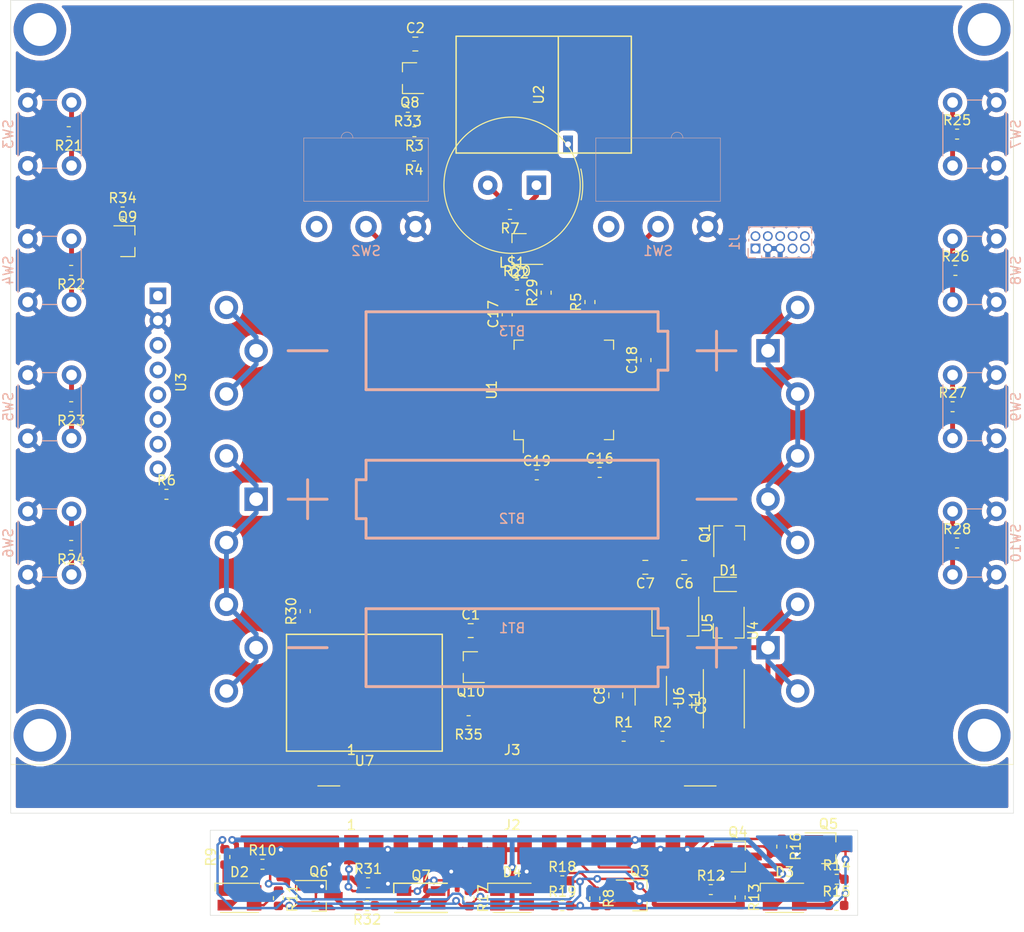
<source format=kicad_pcb>
(kicad_pcb (version 20171130) (host pcbnew 5.1.5-1.fc31)

  (general
    (thickness 1.6)
    (drawings 10)
    (tracks 393)
    (zones 0)
    (modules 84)
    (nets 101)
  )

  (page A4)
  (layers
    (0 F.Cu signal)
    (31 B.Cu signal)
    (32 B.Adhes user)
    (33 F.Adhes user)
    (34 B.Paste user)
    (35 F.Paste user)
    (36 B.SilkS user)
    (37 F.SilkS user)
    (38 B.Mask user)
    (39 F.Mask user)
    (40 Dwgs.User user)
    (41 Cmts.User user)
    (42 Eco1.User user)
    (43 Eco2.User user)
    (44 Edge.Cuts user)
    (45 Margin user)
    (46 B.CrtYd user)
    (47 F.CrtYd user)
    (48 B.Fab user)
    (49 F.Fab user)
  )

  (setup
    (last_trace_width 0.5)
    (user_trace_width 0.5)
    (trace_clearance 0.2)
    (zone_clearance 0.508)
    (zone_45_only no)
    (trace_min 0.2)
    (via_size 0.8)
    (via_drill 0.4)
    (via_min_size 0.4)
    (via_min_drill 0.3)
    (uvia_size 0.3)
    (uvia_drill 0.1)
    (uvias_allowed no)
    (uvia_min_size 0.2)
    (uvia_min_drill 0.1)
    (edge_width 0.05)
    (segment_width 0.2)
    (pcb_text_width 0.3)
    (pcb_text_size 1.5 1.5)
    (mod_edge_width 0.12)
    (mod_text_size 1 1)
    (mod_text_width 0.15)
    (pad_size 1.524 1.524)
    (pad_drill 0.762)
    (pad_to_mask_clearance 0.051)
    (solder_mask_min_width 0.25)
    (aux_axis_origin 0 0)
    (visible_elements FFFFFF7F)
    (pcbplotparams
      (layerselection 0x010fc_ffffffff)
      (usegerberextensions false)
      (usegerberattributes false)
      (usegerberadvancedattributes false)
      (creategerberjobfile false)
      (excludeedgelayer true)
      (linewidth 0.100000)
      (plotframeref false)
      (viasonmask false)
      (mode 1)
      (useauxorigin false)
      (hpglpennumber 1)
      (hpglpenspeed 20)
      (hpglpendiameter 15.000000)
      (psnegative false)
      (psa4output false)
      (plotreference true)
      (plotvalue true)
      (plotinvisibletext false)
      (padsonsilk false)
      (subtractmaskfromsilk false)
      (outputformat 1)
      (mirror false)
      (drillshape 1)
      (scaleselection 1)
      (outputdirectory ""))
  )

  (net 0 "")
  (net 1 "Net-(BT1-Pad1)")
  (net 2 "Net-(BT1-Pad2)")
  (net 3 "Net-(BT2-Pad2)")
  (net 4 "Net-(BT3-Pad2)")
  (net 5 GND)
  (net 6 "Net-(C1-Pad1)")
  (net 7 "Net-(C2-Pad1)")
  (net 8 +3V3)
  (net 9 +5V)
  (net 10 "Net-(D1-Pad1)")
  (net 11 "Net-(D2-Pad3)")
  (net 12 "Net-(D2-Pad2)")
  (net 13 "Net-(D2-Pad1)")
  (net 14 "Net-(D3-Pad3)")
  (net 15 "Net-(D3-Pad2)")
  (net 16 "Net-(D3-Pad1)")
  (net 17 "Net-(D4-Pad3)")
  (net 18 "Net-(D4-Pad2)")
  (net 19 "Net-(D4-Pad1)")
  (net 20 /~RESET)
  (net 21 "Net-(J1-Pad9)")
  (net 22 "Net-(J1-Pad8)")
  (net 23 "Net-(J1-Pad7)")
  (net 24 "Net-(J1-Pad6)")
  (net 25 /SWDCLK)
  (net 26 /SWDIO)
  (net 27 "Net-(J1-Pad1)")
  (net 28 "Net-(L1-Pad2)")
  (net 29 "Net-(LS1-Pad2)")
  (net 30 "Net-(Q2-Pad1)")
  (net 31 "Net-(Q3-Pad3)")
  (net 32 "Net-(Q4-Pad3)")
  (net 33 "Net-(Q5-Pad3)")
  (net 34 "Net-(Q6-Pad3)")
  (net 35 /NRF_~PWR)
  (net 36 "Net-(Q9-Pad2)")
  (net 37 /DISP_~PWR)
  (net 38 /BME_~PWR)
  (net 39 "Net-(R1-Pad2)")
  (net 40 "Net-(R3-Pad1)")
  (net 41 "Net-(R4-Pad2)")
  (net 42 "Net-(R6-Pad1)")
  (net 43 "Net-(R20-Pad2)")
  (net 44 "Net-(R21-Pad2)")
  (net 45 "Net-(R22-Pad2)")
  (net 46 "Net-(R23-Pad2)")
  (net 47 "Net-(R24-Pad2)")
  (net 48 "Net-(R25-Pad2)")
  (net 49 "Net-(R26-Pad2)")
  (net 50 "Net-(R27-Pad2)")
  (net 51 "Net-(R28-Pad2)")
  (net 52 "Net-(R30-Pad1)")
  (net 53 "Net-(U1-Pad39)")
  (net 54 "Net-(U1-Pad38)")
  (net 55 "Net-(U1-Pad37)")
  (net 56 "Net-(U1-Pad36)")
  (net 57 "Net-(U1-Pad33)")
  (net 58 "Net-(U1-Pad32)")
  (net 59 "Net-(U1-Pad24)")
  (net 60 "/Power Supply/EN_5V")
  (net 61 "Net-(U1-Pad8)")
  (net 62 "Net-(U1-Pad7)")
  (net 63 "Net-(U1-Pad6)")
  (net 64 "Net-(U1-Pad5)")
  (net 65 /RED)
  (net 66 /GREEN)
  (net 67 /BLUE)
  (net 68 /EN_ALS)
  (net 69 /ALS)
  (net 70 /NRF_MISO)
  (net 71 /NRF_~IRQ)
  (net 72 /BUZZER)
  (net 73 /DISP_~BUSY)
  (net 74 /SW_L1)
  (net 75 /SW_L2)
  (net 76 /SW_L3)
  (net 77 /SW_L4)
  (net 78 /SW_R1)
  (net 79 /SW_R2)
  (net 80 /SW_R3)
  (net 81 /SW_R4)
  (net 82 /SW_TOP)
  (net 83 "Net-(U1-Pad57)")
  (net 84 "Net-(U1-Pad21)")
  (net 85 "Net-(U1-Pad20)")
  (net 86 "Net-(U1-Pad12)")
  (net 87 "Net-(U1-Pad11)")
  (net 88 /NRF_MOSI)
  (net 89 /NRF_SCK)
  (net 90 /NRF_~CS)
  (net 91 /NRF_CE)
  (net 92 /DISP_~RST)
  (net 93 /DISP_D~C)
  (net 94 /DISP_~CS)
  (net 95 /BME_~CS)
  (net 96 /BME_SCK)
  (net 97 /BME_MISO)
  (net 98 /BME_MOSI)
  (net 99 "Net-(U1-Pad41)")
  (net 100 "Net-(U1-Pad40)")

  (net_class Default "Dies ist die voreingestellte Netzklasse."
    (clearance 0.2)
    (trace_width 0.25)
    (via_dia 0.8)
    (via_drill 0.4)
    (uvia_dia 0.3)
    (uvia_drill 0.1)
    (add_net +3V3)
    (add_net +5V)
    (add_net /ALS)
    (add_net /BLUE)
    (add_net /BME_MISO)
    (add_net /BME_MOSI)
    (add_net /BME_SCK)
    (add_net /BME_~CS)
    (add_net /BME_~PWR)
    (add_net /BUZZER)
    (add_net /DISP_D~C)
    (add_net /DISP_~BUSY)
    (add_net /DISP_~CS)
    (add_net /DISP_~PWR)
    (add_net /DISP_~RST)
    (add_net /EN_ALS)
    (add_net /GREEN)
    (add_net /NRF_CE)
    (add_net /NRF_MISO)
    (add_net /NRF_MOSI)
    (add_net /NRF_SCK)
    (add_net /NRF_~CS)
    (add_net /NRF_~IRQ)
    (add_net /NRF_~PWR)
    (add_net "/Power Supply/EN_5V")
    (add_net /RED)
    (add_net /SWDCLK)
    (add_net /SWDIO)
    (add_net /SW_L1)
    (add_net /SW_L2)
    (add_net /SW_L3)
    (add_net /SW_L4)
    (add_net /SW_R1)
    (add_net /SW_R2)
    (add_net /SW_R3)
    (add_net /SW_R4)
    (add_net /SW_TOP)
    (add_net /~RESET)
    (add_net GND)
    (add_net "Net-(BT1-Pad1)")
    (add_net "Net-(BT1-Pad2)")
    (add_net "Net-(BT2-Pad2)")
    (add_net "Net-(BT3-Pad2)")
    (add_net "Net-(C1-Pad1)")
    (add_net "Net-(C2-Pad1)")
    (add_net "Net-(D1-Pad1)")
    (add_net "Net-(D2-Pad1)")
    (add_net "Net-(D2-Pad2)")
    (add_net "Net-(D2-Pad3)")
    (add_net "Net-(D3-Pad1)")
    (add_net "Net-(D3-Pad2)")
    (add_net "Net-(D3-Pad3)")
    (add_net "Net-(D4-Pad1)")
    (add_net "Net-(D4-Pad2)")
    (add_net "Net-(D4-Pad3)")
    (add_net "Net-(J1-Pad1)")
    (add_net "Net-(J1-Pad6)")
    (add_net "Net-(J1-Pad7)")
    (add_net "Net-(J1-Pad8)")
    (add_net "Net-(J1-Pad9)")
    (add_net "Net-(L1-Pad2)")
    (add_net "Net-(LS1-Pad2)")
    (add_net "Net-(Q2-Pad1)")
    (add_net "Net-(Q3-Pad3)")
    (add_net "Net-(Q4-Pad3)")
    (add_net "Net-(Q5-Pad3)")
    (add_net "Net-(Q6-Pad3)")
    (add_net "Net-(Q9-Pad2)")
    (add_net "Net-(R1-Pad2)")
    (add_net "Net-(R20-Pad2)")
    (add_net "Net-(R21-Pad2)")
    (add_net "Net-(R22-Pad2)")
    (add_net "Net-(R23-Pad2)")
    (add_net "Net-(R24-Pad2)")
    (add_net "Net-(R25-Pad2)")
    (add_net "Net-(R26-Pad2)")
    (add_net "Net-(R27-Pad2)")
    (add_net "Net-(R28-Pad2)")
    (add_net "Net-(R3-Pad1)")
    (add_net "Net-(R30-Pad1)")
    (add_net "Net-(R4-Pad2)")
    (add_net "Net-(R6-Pad1)")
    (add_net "Net-(U1-Pad11)")
    (add_net "Net-(U1-Pad12)")
    (add_net "Net-(U1-Pad20)")
    (add_net "Net-(U1-Pad21)")
    (add_net "Net-(U1-Pad24)")
    (add_net "Net-(U1-Pad32)")
    (add_net "Net-(U1-Pad33)")
    (add_net "Net-(U1-Pad36)")
    (add_net "Net-(U1-Pad37)")
    (add_net "Net-(U1-Pad38)")
    (add_net "Net-(U1-Pad39)")
    (add_net "Net-(U1-Pad40)")
    (add_net "Net-(U1-Pad41)")
    (add_net "Net-(U1-Pad5)")
    (add_net "Net-(U1-Pad57)")
    (add_net "Net-(U1-Pad6)")
    (add_net "Net-(U1-Pad7)")
    (add_net "Net-(U1-Pad8)")
  )

  (module Diode_SMD:D_0603_1608Metric (layer F.Cu) (tedit 5B301BBE) (tstamp 5E90EEBA)
    (at 142.25 100.75)
    (descr "Diode SMD 0603 (1608 Metric), square (rectangular) end terminal, IPC_7351 nominal, (Body size source: http://www.tortai-tech.com/upload/download/2011102023233369053.pdf), generated with kicad-footprint-generator")
    (tags diode)
    (path /5C043AB7/5C061381)
    (attr smd)
    (fp_text reference D1 (at 0 -1.43) (layer F.SilkS)
      (effects (font (size 1 1) (thickness 0.15)))
    )
    (fp_text value " ESD9X5.0ST5G" (at 0 1.43) (layer F.Fab)
      (effects (font (size 1 1) (thickness 0.15)))
    )
    (fp_text user %R (at 0 0) (layer F.Fab)
      (effects (font (size 0.4 0.4) (thickness 0.06)))
    )
    (fp_line (start 1.48 0.73) (end -1.48 0.73) (layer F.CrtYd) (width 0.05))
    (fp_line (start 1.48 -0.73) (end 1.48 0.73) (layer F.CrtYd) (width 0.05))
    (fp_line (start -1.48 -0.73) (end 1.48 -0.73) (layer F.CrtYd) (width 0.05))
    (fp_line (start -1.48 0.73) (end -1.48 -0.73) (layer F.CrtYd) (width 0.05))
    (fp_line (start -1.485 0.735) (end 0.8 0.735) (layer F.SilkS) (width 0.12))
    (fp_line (start -1.485 -0.735) (end -1.485 0.735) (layer F.SilkS) (width 0.12))
    (fp_line (start 0.8 -0.735) (end -1.485 -0.735) (layer F.SilkS) (width 0.12))
    (fp_line (start 0.8 0.4) (end 0.8 -0.4) (layer F.Fab) (width 0.1))
    (fp_line (start -0.8 0.4) (end 0.8 0.4) (layer F.Fab) (width 0.1))
    (fp_line (start -0.8 -0.1) (end -0.8 0.4) (layer F.Fab) (width 0.1))
    (fp_line (start -0.5 -0.4) (end -0.8 -0.1) (layer F.Fab) (width 0.1))
    (fp_line (start 0.8 -0.4) (end -0.5 -0.4) (layer F.Fab) (width 0.1))
    (pad 2 smd roundrect (at 0.7875 0) (size 0.875 0.95) (layers F.Cu F.Paste F.Mask) (roundrect_rratio 0.25)
      (net 4 "Net-(BT3-Pad2)"))
    (pad 1 smd roundrect (at -0.7875 0) (size 0.875 0.95) (layers F.Cu F.Paste F.Mask) (roundrect_rratio 0.25)
      (net 10 "Net-(D1-Pad1)"))
    (model ${KISYS3DMOD}/Diode_SMD.3dshapes/D_0603_1608Metric.wrl
      (at (xyz 0 0 0))
      (scale (xyz 1 1 1))
      (rotate (xyz 0 0 0))
    )
  )

  (module footprints:Battery_Keystone_590_596_1xAA (layer B.Cu) (tedit 5E8F4FA2) (tstamp 5E8E1E44)
    (at 120 92 180)
    (path /5C043AB7/5EE43EF0)
    (fp_text reference BT2 (at 0 -2) (layer B.SilkS)
      (effects (font (size 1 1) (thickness 0.15)) (justify mirror))
    )
    (fp_text value NiMH (at 0 1.5) (layer B.Fab)
      (effects (font (size 1 1) (thickness 0.15)) (justify mirror))
    )
    (fp_line (start 33 7.5) (end -33 7.5) (layer B.CrtYd) (width 0.12))
    (fp_line (start 33 -7.5) (end 33 7.5) (layer B.CrtYd) (width 0.12))
    (fp_line (start -33 -7.5) (end 33 -7.5) (layer B.CrtYd) (width 0.12))
    (fp_line (start -33 7.5) (end -33 -7.5) (layer B.CrtYd) (width 0.12))
    (fp_line (start 15 4) (end -15 4) (layer B.SilkS) (width 0.3))
    (fp_line (start 15 2) (end 15 4) (layer B.SilkS) (width 0.3))
    (fp_line (start 16 2) (end 15 2) (layer B.SilkS) (width 0.3))
    (fp_line (start 16 -2) (end 16 2) (layer B.SilkS) (width 0.3))
    (fp_line (start 15 -2) (end 16 -2) (layer B.SilkS) (width 0.3))
    (fp_line (start 15 -4) (end 15 -2) (layer B.SilkS) (width 0.3))
    (fp_line (start -15 -4) (end 15 -4) (layer B.SilkS) (width 0.3))
    (fp_line (start -15 4) (end -15 -4) (layer B.SilkS) (width 0.3))
    (fp_line (start 21 2) (end 21 -2) (layer B.SilkS) (width 0.3))
    (fp_line (start 23 0) (end 19 0) (layer B.SilkS) (width 0.3))
    (fp_line (start -23 0) (end -19 0) (layer B.SilkS) (width 0.3))
    (pad 2 thru_hole circle (at -29.34 -4.45 180) (size 2.4 2.4) (drill 1.4) (layers *.Cu *.Mask)
      (net 3 "Net-(BT2-Pad2)"))
    (pad 2 thru_hole circle (at -29.34 4.45 180) (size 2.4 2.4) (drill 1.4) (layers *.Cu *.Mask)
      (net 3 "Net-(BT2-Pad2)"))
    (pad 2 thru_hole circle (at -26.29 0 180) (size 2.4 2.4) (drill 1.4) (layers *.Cu *.Mask)
      (net 3 "Net-(BT2-Pad2)"))
    (pad 1 thru_hole circle (at 29.34 -4.45 180) (size 2.4 2.4) (drill 1.4) (layers *.Cu *.Mask)
      (net 2 "Net-(BT1-Pad2)"))
    (pad 1 thru_hole circle (at 29.34 4.45 180) (size 2.4 2.4) (drill 1.4) (layers *.Cu *.Mask)
      (net 2 "Net-(BT1-Pad2)"))
    (pad 1 thru_hole rect (at 26.29 0 180) (size 2.4 2.4) (drill 1.4) (layers *.Cu *.Mask)
      (net 2 "Net-(BT1-Pad2)"))
  )

  (module footprints:Pin_Header_Side_1x14_Pitch2.54mm_SMD (layer F.Cu) (tedit 5E7A229D) (tstamp 5E91ACA3)
    (at 120.01 120.3)
    (path /5E912A1E)
    (fp_text reference J3 (at 0 -2.54) (layer F.SilkS)
      (effects (font (size 1 1) (thickness 0.15)))
    )
    (fp_text value Conn_01x14_Male (at 0 2.54) (layer F.Fab)
      (effects (font (size 1 1) (thickness 0.15)))
    )
    (fp_text user 1 (at -16.51 -2.54) (layer F.SilkS)
      (effects (font (size 1 1) (thickness 0.15)))
    )
    (pad 14 smd rect (at 16.51 0) (size 1.5 3) (layers F.Cu F.Paste F.Mask)
      (net 5 GND))
    (pad 13 smd rect (at 13.97 0) (size 1.5 3) (layers F.Cu F.Paste F.Mask)
      (net 5 GND))
    (pad 12 smd rect (at 11.43 0) (size 1.5 3) (layers F.Cu F.Paste F.Mask)
      (net 9 +5V))
    (pad 11 smd rect (at 8.89 0) (size 1.5 3) (layers F.Cu F.Paste F.Mask)
      (net 67 /BLUE))
    (pad 10 smd rect (at 6.35 0) (size 1.5 3) (layers F.Cu F.Paste F.Mask)
      (net 66 /GREEN))
    (pad 9 smd rect (at 3.81 0) (size 1.5 3) (layers F.Cu F.Paste F.Mask)
      (net 65 /RED))
    (pad 8 smd rect (at 1.27 0) (size 1.5 3) (layers F.Cu F.Paste F.Mask)
      (net 5 GND))
    (pad 7 smd rect (at -1.27 0) (size 1.5 3) (layers F.Cu F.Paste F.Mask)
      (net 5 GND))
    (pad 6 smd rect (at -3.81 0) (size 1.5 3) (layers F.Cu F.Paste F.Mask)
      (net 5 GND))
    (pad 5 smd rect (at -6.35 0) (size 1.5 3) (layers F.Cu F.Paste F.Mask)
      (net 5 GND))
    (pad 4 smd rect (at -8.89 0) (size 1.5 3) (layers F.Cu F.Paste F.Mask)
      (net 69 /ALS))
    (pad 3 smd rect (at -11.43 0) (size 1.5 3) (layers F.Cu F.Paste F.Mask)
      (net 68 /EN_ALS))
    (pad 2 smd rect (at -13.97 0) (size 1.5 3) (layers F.Cu F.Paste F.Mask)
      (net 5 GND))
    (pad 1 smd rect (at -16.51 0) (size 1.5 3) (layers F.Cu F.Paste F.Mask)
      (net 8 +3V3))
  )

  (module footprints:Pin_Header_Side_1x14_Pitch2.54mm_SMD (layer F.Cu) (tedit 5E7A229D) (tstamp 5E90C3C0)
    (at 120.01 128)
    (path /5E917197)
    (fp_text reference J2 (at 0 -2.54) (layer F.SilkS)
      (effects (font (size 1 1) (thickness 0.15)))
    )
    (fp_text value Conn_01x14_Male (at 0 2.54) (layer F.Fab)
      (effects (font (size 1 1) (thickness 0.15)))
    )
    (fp_text user 1 (at -16.51 -2.54) (layer F.SilkS)
      (effects (font (size 1 1) (thickness 0.15)))
    )
    (pad 14 smd rect (at 16.51 0) (size 1.5 3) (layers F.Cu F.Paste F.Mask)
      (net 5 GND))
    (pad 13 smd rect (at 13.97 0) (size 1.5 3) (layers F.Cu F.Paste F.Mask)
      (net 5 GND))
    (pad 12 smd rect (at 11.43 0) (size 1.5 3) (layers F.Cu F.Paste F.Mask)
      (net 9 +5V))
    (pad 11 smd rect (at 8.89 0) (size 1.5 3) (layers F.Cu F.Paste F.Mask)
      (net 67 /BLUE))
    (pad 10 smd rect (at 6.35 0) (size 1.5 3) (layers F.Cu F.Paste F.Mask)
      (net 66 /GREEN))
    (pad 9 smd rect (at 3.81 0) (size 1.5 3) (layers F.Cu F.Paste F.Mask)
      (net 65 /RED))
    (pad 8 smd rect (at 1.27 0) (size 1.5 3) (layers F.Cu F.Paste F.Mask)
      (net 5 GND))
    (pad 7 smd rect (at -1.27 0) (size 1.5 3) (layers F.Cu F.Paste F.Mask)
      (net 5 GND))
    (pad 6 smd rect (at -3.81 0) (size 1.5 3) (layers F.Cu F.Paste F.Mask)
      (net 5 GND))
    (pad 5 smd rect (at -6.35 0) (size 1.5 3) (layers F.Cu F.Paste F.Mask)
      (net 5 GND))
    (pad 4 smd rect (at -8.89 0) (size 1.5 3) (layers F.Cu F.Paste F.Mask)
      (net 69 /ALS))
    (pad 3 smd rect (at -11.43 0) (size 1.5 3) (layers F.Cu F.Paste F.Mask)
      (net 68 /EN_ALS))
    (pad 2 smd rect (at -13.97 0) (size 1.5 3) (layers F.Cu F.Paste F.Mask)
      (net 5 GND))
    (pad 1 smd rect (at -16.51 0) (size 1.5 3) (layers F.Cu F.Paste F.Mask)
      (net 8 +3V3))
  )

  (module Capacitor_SMD:C_0603_1608Metric (layer F.Cu) (tedit 5B301BBE) (tstamp 5E8E1EE5)
    (at 119.5 73 90)
    (descr "Capacitor SMD 0603 (1608 Metric), square (rectangular) end terminal, IPC_7351 nominal, (Body size source: http://www.tortai-tech.com/upload/download/2011102023233369053.pdf), generated with kicad-footprint-generator")
    (tags capacitor)
    (path /5C4A5633)
    (attr smd)
    (fp_text reference C17 (at 0 -1.43 90) (layer F.SilkS)
      (effects (font (size 1 1) (thickness 0.15)))
    )
    (fp_text value 0.1uF/6.3V (at 0 1.43 90) (layer F.Fab)
      (effects (font (size 1 1) (thickness 0.15)))
    )
    (fp_text user %R (at 0 0 90) (layer F.Fab)
      (effects (font (size 0.4 0.4) (thickness 0.06)))
    )
    (fp_line (start 1.48 0.73) (end -1.48 0.73) (layer F.CrtYd) (width 0.05))
    (fp_line (start 1.48 -0.73) (end 1.48 0.73) (layer F.CrtYd) (width 0.05))
    (fp_line (start -1.48 -0.73) (end 1.48 -0.73) (layer F.CrtYd) (width 0.05))
    (fp_line (start -1.48 0.73) (end -1.48 -0.73) (layer F.CrtYd) (width 0.05))
    (fp_line (start -0.162779 0.51) (end 0.162779 0.51) (layer F.SilkS) (width 0.12))
    (fp_line (start -0.162779 -0.51) (end 0.162779 -0.51) (layer F.SilkS) (width 0.12))
    (fp_line (start 0.8 0.4) (end -0.8 0.4) (layer F.Fab) (width 0.1))
    (fp_line (start 0.8 -0.4) (end 0.8 0.4) (layer F.Fab) (width 0.1))
    (fp_line (start -0.8 -0.4) (end 0.8 -0.4) (layer F.Fab) (width 0.1))
    (fp_line (start -0.8 0.4) (end -0.8 -0.4) (layer F.Fab) (width 0.1))
    (pad 2 smd roundrect (at 0.7875 0 90) (size 0.875 0.95) (layers F.Cu F.Paste F.Mask) (roundrect_rratio 0.25)
      (net 5 GND))
    (pad 1 smd roundrect (at -0.7875 0 90) (size 0.875 0.95) (layers F.Cu F.Paste F.Mask) (roundrect_rratio 0.25)
      (net 8 +3V3))
    (model ${KISYS3DMOD}/Capacitor_SMD.3dshapes/C_0603_1608Metric.wrl
      (at (xyz 0 0 0))
      (scale (xyz 1 1 1))
      (rotate (xyz 0 0 0))
    )
  )

  (module footprints:Battery_Keystone_590_596_1xAA (layer B.Cu) (tedit 5E8F4FA2) (tstamp 5E8FCBAF)
    (at 120 76.75)
    (path /5C043AB7/5EE44377)
    (fp_text reference BT3 (at 0 -2) (layer B.SilkS)
      (effects (font (size 1 1) (thickness 0.15)) (justify mirror))
    )
    (fp_text value NiMH (at 0 1.5) (layer B.Fab)
      (effects (font (size 1 1) (thickness 0.15)) (justify mirror))
    )
    (fp_line (start 33 7.5) (end -33 7.5) (layer B.CrtYd) (width 0.12))
    (fp_line (start 33 -7.5) (end 33 7.5) (layer B.CrtYd) (width 0.12))
    (fp_line (start -33 -7.5) (end 33 -7.5) (layer B.CrtYd) (width 0.12))
    (fp_line (start -33 7.5) (end -33 -7.5) (layer B.CrtYd) (width 0.12))
    (fp_line (start 15 4) (end -15 4) (layer B.SilkS) (width 0.3))
    (fp_line (start 15 2) (end 15 4) (layer B.SilkS) (width 0.3))
    (fp_line (start 16 2) (end 15 2) (layer B.SilkS) (width 0.3))
    (fp_line (start 16 -2) (end 16 2) (layer B.SilkS) (width 0.3))
    (fp_line (start 15 -2) (end 16 -2) (layer B.SilkS) (width 0.3))
    (fp_line (start 15 -4) (end 15 -2) (layer B.SilkS) (width 0.3))
    (fp_line (start -15 -4) (end 15 -4) (layer B.SilkS) (width 0.3))
    (fp_line (start -15 4) (end -15 -4) (layer B.SilkS) (width 0.3))
    (fp_line (start 21 2) (end 21 -2) (layer B.SilkS) (width 0.3))
    (fp_line (start 23 0) (end 19 0) (layer B.SilkS) (width 0.3))
    (fp_line (start -23 0) (end -19 0) (layer B.SilkS) (width 0.3))
    (pad 2 thru_hole circle (at -29.34 -4.45) (size 2.4 2.4) (drill 1.4) (layers *.Cu *.Mask)
      (net 4 "Net-(BT3-Pad2)"))
    (pad 2 thru_hole circle (at -29.34 4.45) (size 2.4 2.4) (drill 1.4) (layers *.Cu *.Mask)
      (net 4 "Net-(BT3-Pad2)"))
    (pad 2 thru_hole circle (at -26.29 0) (size 2.4 2.4) (drill 1.4) (layers *.Cu *.Mask)
      (net 4 "Net-(BT3-Pad2)"))
    (pad 1 thru_hole circle (at 29.34 -4.45) (size 2.4 2.4) (drill 1.4) (layers *.Cu *.Mask)
      (net 3 "Net-(BT2-Pad2)"))
    (pad 1 thru_hole circle (at 29.34 4.45) (size 2.4 2.4) (drill 1.4) (layers *.Cu *.Mask)
      (net 3 "Net-(BT2-Pad2)"))
    (pad 1 thru_hole rect (at 26.29 0) (size 2.4 2.4) (drill 1.4) (layers *.Cu *.Mask)
      (net 3 "Net-(BT2-Pad2)"))
  )

  (module footprints:Battery_Keystone_590_596_1xAA (layer B.Cu) (tedit 5E8F4FA2) (tstamp 5E8E1E2B)
    (at 120 107.25)
    (path /5C043AB7/5EE43BC8)
    (fp_text reference BT1 (at 0 -2) (layer B.SilkS)
      (effects (font (size 1 1) (thickness 0.15)) (justify mirror))
    )
    (fp_text value NiMH (at 0 1.5) (layer B.Fab)
      (effects (font (size 1 1) (thickness 0.15)) (justify mirror))
    )
    (fp_line (start 33 7.5) (end -33 7.5) (layer B.CrtYd) (width 0.12))
    (fp_line (start 33 -7.5) (end 33 7.5) (layer B.CrtYd) (width 0.12))
    (fp_line (start -33 -7.5) (end 33 -7.5) (layer B.CrtYd) (width 0.12))
    (fp_line (start -33 7.5) (end -33 -7.5) (layer B.CrtYd) (width 0.12))
    (fp_line (start 15 4) (end -15 4) (layer B.SilkS) (width 0.3))
    (fp_line (start 15 2) (end 15 4) (layer B.SilkS) (width 0.3))
    (fp_line (start 16 2) (end 15 2) (layer B.SilkS) (width 0.3))
    (fp_line (start 16 -2) (end 16 2) (layer B.SilkS) (width 0.3))
    (fp_line (start 15 -2) (end 16 -2) (layer B.SilkS) (width 0.3))
    (fp_line (start 15 -4) (end 15 -2) (layer B.SilkS) (width 0.3))
    (fp_line (start -15 -4) (end 15 -4) (layer B.SilkS) (width 0.3))
    (fp_line (start -15 4) (end -15 -4) (layer B.SilkS) (width 0.3))
    (fp_line (start 21 2) (end 21 -2) (layer B.SilkS) (width 0.3))
    (fp_line (start 23 0) (end 19 0) (layer B.SilkS) (width 0.3))
    (fp_line (start -23 0) (end -19 0) (layer B.SilkS) (width 0.3))
    (pad 2 thru_hole circle (at -29.34 -4.45) (size 2.4 2.4) (drill 1.4) (layers *.Cu *.Mask)
      (net 2 "Net-(BT1-Pad2)"))
    (pad 2 thru_hole circle (at -29.34 4.45) (size 2.4 2.4) (drill 1.4) (layers *.Cu *.Mask)
      (net 2 "Net-(BT1-Pad2)"))
    (pad 2 thru_hole circle (at -26.29 0) (size 2.4 2.4) (drill 1.4) (layers *.Cu *.Mask)
      (net 2 "Net-(BT1-Pad2)"))
    (pad 1 thru_hole circle (at 29.34 -4.45) (size 2.4 2.4) (drill 1.4) (layers *.Cu *.Mask)
      (net 1 "Net-(BT1-Pad1)"))
    (pad 1 thru_hole circle (at 29.34 4.45) (size 2.4 2.4) (drill 1.4) (layers *.Cu *.Mask)
      (net 1 "Net-(BT1-Pad1)"))
    (pad 1 thru_hole rect (at 26.29 0) (size 2.4 2.4) (drill 1.4) (layers *.Cu *.Mask)
      (net 1 "Net-(BT1-Pad1)"))
  )

  (module footprints:GY-B11_EP_280_SMD (layer F.Cu) (tedit 5E7A31C0) (tstamp 5E90C843)
    (at 104.83 111.88 180)
    (path /5E937ACB/5E978131)
    (attr smd)
    (fp_text reference U7 (at 0 -7) (layer F.SilkS)
      (effects (font (size 1 1) (thickness 0.15)))
    )
    (fp_text value GY-B11_EP_280 (at 0 7) (layer F.Fab)
      (effects (font (size 1 1) (thickness 0.15)))
    )
    (fp_line (start 8.2 -6.2) (end -8.2 -6.2) (layer F.CrtYd) (width 0.12))
    (fp_line (start 8.2 6.2) (end 8.2 -6.2) (layer F.CrtYd) (width 0.12))
    (fp_line (start -8.2 6.2) (end 8.2 6.2) (layer F.CrtYd) (width 0.12))
    (fp_line (start -8.2 -6.2) (end -8.2 6.2) (layer F.CrtYd) (width 0.12))
    (fp_line (start 8 -6) (end -8 -6) (layer F.SilkS) (width 0.15))
    (fp_line (start 8 6) (end 8 -6) (layer F.SilkS) (width 0.15))
    (fp_line (start -8 6) (end 8 6) (layer F.SilkS) (width 0.15))
    (fp_line (start -8 -6) (end -8 6) (layer F.SilkS) (width 0.15))
    (pad "" smd circle (at -5.08 -2.62 180) (size 5 5) (layers F.Cu F.Paste F.Mask))
    (pad "" smd circle (at 5.08 -2.62 180) (size 5 5) (layers F.Cu F.Paste F.Mask))
    (pad 1 smd rect (at -6.35 5 180) (size 2 2) (layers F.Cu F.Paste F.Mask)
      (net 6 "Net-(C1-Pad1)"))
    (pad 6 smd circle (at 6.35 5 180) (size 2 2) (layers F.Cu F.Paste F.Mask)
      (net 52 "Net-(R30-Pad1)"))
    (pad 5 smd circle (at 3.81 5 180) (size 2 2) (layers F.Cu F.Paste F.Mask)
      (net 95 /BME_~CS))
    (pad 4 smd circle (at 1.27 5 180) (size 2 2) (layers F.Cu F.Paste F.Mask)
      (net 98 /BME_MOSI))
    (pad 3 smd circle (at -1.27 5 180) (size 2 2) (layers F.Cu F.Paste F.Mask)
      (net 96 /BME_SCK))
    (pad 2 smd circle (at -3.73 5 180) (size 2 2) (layers F.Cu F.Paste F.Mask)
      (net 5 GND))
  )

  (module Package_TO_SOT_SMD:SOT-23-6_Handsoldering (layer F.Cu) (tedit 5A02FF57) (tstamp 5E8E24D0)
    (at 134.25 112.25 270)
    (descr "6-pin SOT-23 package, Handsoldering")
    (tags "SOT-23-6 Handsoldering")
    (path /5C043AB7/5C04CA8E)
    (attr smd)
    (fp_text reference U6 (at 0 -2.9 90) (layer F.SilkS)
      (effects (font (size 1 1) (thickness 0.15)))
    )
    (fp_text value MCP1640T-I/CHY (at 0 2.9 90) (layer F.Fab)
      (effects (font (size 1 1) (thickness 0.15)))
    )
    (fp_line (start 0.9 -1.55) (end 0.9 1.55) (layer F.Fab) (width 0.1))
    (fp_line (start 0.9 1.55) (end -0.9 1.55) (layer F.Fab) (width 0.1))
    (fp_line (start -0.9 -0.9) (end -0.9 1.55) (layer F.Fab) (width 0.1))
    (fp_line (start 0.9 -1.55) (end -0.25 -1.55) (layer F.Fab) (width 0.1))
    (fp_line (start -0.9 -0.9) (end -0.25 -1.55) (layer F.Fab) (width 0.1))
    (fp_line (start -2.4 -1.8) (end 2.4 -1.8) (layer F.CrtYd) (width 0.05))
    (fp_line (start 2.4 -1.8) (end 2.4 1.8) (layer F.CrtYd) (width 0.05))
    (fp_line (start 2.4 1.8) (end -2.4 1.8) (layer F.CrtYd) (width 0.05))
    (fp_line (start -2.4 1.8) (end -2.4 -1.8) (layer F.CrtYd) (width 0.05))
    (fp_line (start 0.9 -1.61) (end -2.05 -1.61) (layer F.SilkS) (width 0.12))
    (fp_line (start -0.9 1.61) (end 0.9 1.61) (layer F.SilkS) (width 0.12))
    (fp_text user %R (at 0 0) (layer F.Fab)
      (effects (font (size 0.5 0.5) (thickness 0.075)))
    )
    (pad 5 smd rect (at 1.35 0 270) (size 1.56 0.65) (layers F.Cu F.Paste F.Mask)
      (net 9 +5V))
    (pad 6 smd rect (at 1.35 -0.95 270) (size 1.56 0.65) (layers F.Cu F.Paste F.Mask)
      (net 1 "Net-(BT1-Pad1)"))
    (pad 4 smd rect (at 1.35 0.95 270) (size 1.56 0.65) (layers F.Cu F.Paste F.Mask)
      (net 39 "Net-(R1-Pad2)"))
    (pad 3 smd rect (at -1.35 0.95 270) (size 1.56 0.65) (layers F.Cu F.Paste F.Mask)
      (net 60 "/Power Supply/EN_5V"))
    (pad 2 smd rect (at -1.35 0 270) (size 1.56 0.65) (layers F.Cu F.Paste F.Mask)
      (net 5 GND))
    (pad 1 smd rect (at -1.35 -0.95 270) (size 1.56 0.65) (layers F.Cu F.Paste F.Mask)
      (net 28 "Net-(L1-Pad2)"))
    (model ${KISYS3DMOD}/Package_TO_SOT_SMD.3dshapes/SOT-23-6.wrl
      (at (xyz 0 0 0))
      (scale (xyz 1 1 1))
      (rotate (xyz 0 0 0))
    )
  )

  (module Package_TO_SOT_SMD:SOT-89-3_Handsoldering (layer F.Cu) (tedit 5A02FF57) (tstamp 5E8E24BA)
    (at 136.77 104.27 270)
    (descr "SOT-89-3 Handsoldering")
    (tags "SOT-89-3 Handsoldering")
    (path /5C043AB7/5C04B605)
    (attr smd)
    (fp_text reference U5 (at 0.45 -3.3 90) (layer F.SilkS)
      (effects (font (size 1 1) (thickness 0.15)))
    )
    (fp_text value MCP1700-3302E_SOT89 (at 0.5 3.15 90) (layer F.Fab)
      (effects (font (size 1 1) (thickness 0.15)))
    )
    (fp_line (start -0.13 -2.3) (end 1.68 -2.3) (layer F.Fab) (width 0.1))
    (fp_line (start -0.92 2.3) (end -0.92 -1.51) (layer F.Fab) (width 0.1))
    (fp_line (start 1.68 2.3) (end -0.92 2.3) (layer F.Fab) (width 0.1))
    (fp_line (start 1.68 -2.3) (end 1.68 2.3) (layer F.Fab) (width 0.1))
    (fp_line (start -0.92 -1.51) (end -0.13 -2.3) (layer F.Fab) (width 0.1))
    (fp_line (start 1.78 -2.4) (end 1.78 -1.2) (layer F.SilkS) (width 0.12))
    (fp_line (start -2.22 -2.4) (end 1.78 -2.4) (layer F.SilkS) (width 0.12))
    (fp_line (start 1.78 2.4) (end -0.92 2.4) (layer F.SilkS) (width 0.12))
    (fp_line (start 1.78 1.2) (end 1.78 2.4) (layer F.SilkS) (width 0.12))
    (fp_line (start -3.5 -2.55) (end -3.5 2.55) (layer F.CrtYd) (width 0.05))
    (fp_line (start 4.25 -2.55) (end -3.5 -2.55) (layer F.CrtYd) (width 0.05))
    (fp_line (start 4.25 2.55) (end 4.25 -2.55) (layer F.CrtYd) (width 0.05))
    (fp_line (start -3.5 2.55) (end 4.25 2.55) (layer F.CrtYd) (width 0.05))
    (fp_text user %R (at 0.38 0) (layer F.Fab)
      (effects (font (size 0.6 0.6) (thickness 0.09)))
    )
    (pad 2 smd trapezoid (at -0.37 0) (size 1.5 0.75) (rect_delta 0 0.5 ) (layers F.Cu F.Paste F.Mask)
      (net 1 "Net-(BT1-Pad1)"))
    (pad 2 smd rect (at 1.98 0 180) (size 2 4) (layers F.Cu F.Paste F.Mask)
      (net 1 "Net-(BT1-Pad1)"))
    (pad 3 smd rect (at -1.98 1.5 180) (size 1 2.5) (layers F.Cu F.Paste F.Mask)
      (net 8 +3V3))
    (pad 2 smd rect (at -1.98 0 180) (size 1 2.5) (layers F.Cu F.Paste F.Mask)
      (net 1 "Net-(BT1-Pad1)"))
    (pad 1 smd rect (at -1.98 -1.5 180) (size 1 2.5) (layers F.Cu F.Paste F.Mask)
      (net 5 GND))
    (model ${KISYS3DMOD}/Package_TO_SOT_SMD.3dshapes/SOT-89-3.wrl
      (at (xyz 0 0 0))
      (scale (xyz 1 1 1))
      (rotate (xyz 0 0 0))
    )
  )

  (module Package_TO_SOT_SMD:SOT-23_Handsoldering (layer F.Cu) (tedit 5A0AB76C) (tstamp 5E8E24A3)
    (at 142.25 105.5 270)
    (descr "SOT-23, Handsoldering")
    (tags SOT-23)
    (path /5C043AB7/5C04AEDD)
    (attr smd)
    (fp_text reference U4 (at 0 -2.5 90) (layer F.SilkS)
      (effects (font (size 1 1) (thickness 0.15)))
    )
    (fp_text value TPS3839K33DBZR (at 0 2.5 90) (layer F.Fab)
      (effects (font (size 1 1) (thickness 0.15)))
    )
    (fp_line (start 0.76 1.58) (end -0.7 1.58) (layer F.SilkS) (width 0.12))
    (fp_line (start -0.7 1.52) (end 0.7 1.52) (layer F.Fab) (width 0.1))
    (fp_line (start 0.7 -1.52) (end 0.7 1.52) (layer F.Fab) (width 0.1))
    (fp_line (start -0.7 -0.95) (end -0.15 -1.52) (layer F.Fab) (width 0.1))
    (fp_line (start -0.15 -1.52) (end 0.7 -1.52) (layer F.Fab) (width 0.1))
    (fp_line (start -0.7 -0.95) (end -0.7 1.5) (layer F.Fab) (width 0.1))
    (fp_line (start 0.76 -1.58) (end -2.4 -1.58) (layer F.SilkS) (width 0.12))
    (fp_line (start -2.7 1.75) (end -2.7 -1.75) (layer F.CrtYd) (width 0.05))
    (fp_line (start 2.7 1.75) (end -2.7 1.75) (layer F.CrtYd) (width 0.05))
    (fp_line (start 2.7 -1.75) (end 2.7 1.75) (layer F.CrtYd) (width 0.05))
    (fp_line (start -2.7 -1.75) (end 2.7 -1.75) (layer F.CrtYd) (width 0.05))
    (fp_line (start 0.76 -1.58) (end 0.76 -0.65) (layer F.SilkS) (width 0.12))
    (fp_line (start 0.76 1.58) (end 0.76 0.65) (layer F.SilkS) (width 0.12))
    (fp_text user %R (at 0 0) (layer F.Fab)
      (effects (font (size 0.5 0.5) (thickness 0.075)))
    )
    (pad 3 smd rect (at 1.5 0 270) (size 1.9 0.8) (layers F.Cu F.Paste F.Mask)
      (net 1 "Net-(BT1-Pad1)"))
    (pad 2 smd rect (at -1.5 0.95 270) (size 1.9 0.8) (layers F.Cu F.Paste F.Mask)
      (net 10 "Net-(D1-Pad1)"))
    (pad 1 smd rect (at -1.5 -0.95 270) (size 1.9 0.8) (layers F.Cu F.Paste F.Mask)
      (net 4 "Net-(BT3-Pad2)"))
    (model ${KISYS3DMOD}/Package_TO_SOT_SMD.3dshapes/SOT-23.wrl
      (at (xyz 0 0 0))
      (scale (xyz 1 1 1))
      (rotate (xyz 0 0 0))
    )
  )

  (module footprints:Waveshare_4.2_EInk_Module (layer F.Cu) (tedit 5E8E0B95) (tstamp 5E8E248E)
    (at 120 80)
    (path /5E98FCAF/5EB45643)
    (fp_text reference U3 (at -34 0 90) (layer F.SilkS)
      (effects (font (size 1 1) (thickness 0.15)))
    )
    (fp_text value Waveshare_4.2_EInk_Module (at -32.25 0 270) (layer F.Fab)
      (effects (font (size 1 1) (thickness 0.15)))
    )
    (fp_text user "keep out" (at -45 0 90) (layer F.Fab)
      (effects (font (size 1 1) (thickness 0.15)))
    )
    (fp_line (start -51.25 -10) (end -35 -10) (layer F.Fab) (width 0.12))
    (fp_line (start -51.25 10) (end -51.25 -10) (layer F.Fab) (width 0.12))
    (fp_line (start -35 10) (end -51.25 10) (layer F.Fab) (width 0.12))
    (fp_line (start -35 -10) (end -35 10) (layer F.Fab) (width 0.12))
    (fp_text user h=2mm (at -23.5 -24.35) (layer F.Fab)
      (effects (font (size 1 1) (thickness 0.15)))
    )
    (fp_text user "keep out" (at -23.5 -26.7) (layer F.Fab)
      (effects (font (size 1 1) (thickness 0.15)))
    )
    (fp_line (start -33.5 -19.25) (end -33.5 -31.25) (layer F.Fab) (width 0.12))
    (fp_line (start -13.5 -19.25) (end -33.5 -19.25) (layer F.Fab) (width 0.12))
    (fp_line (start -13.5 -31.25) (end -13.5 -19.25) (layer F.Fab) (width 0.12))
    (fp_line (start -33.5 -31.25) (end -13.5 -31.25) (layer F.Fab) (width 0.12))
    (fp_text user h=3mm (at 24.3 -18.8) (layer F.Fab)
      (effects (font (size 1 1) (thickness 0.15)))
    )
    (fp_text user out (at 24.15 -21.55) (layer F.Fab)
      (effects (font (size 1 1) (thickness 0.15)))
    )
    (fp_text user keep (at 24.2 -23.3) (layer F.Fab)
      (effects (font (size 1 1) (thickness 0.15)))
    )
    (fp_line (start 21 -24.25) (end 27.5 -24.25) (layer F.Fab) (width 0.12))
    (fp_line (start 21 -17.75) (end 21 -24.25) (layer F.Fab) (width 0.12))
    (fp_line (start 27.5 -17.75) (end 21 -17.75) (layer F.Fab) (width 0.12))
    (fp_line (start 27.5 -24.25) (end 27.5 -17.75) (layer F.Fab) (width 0.12))
    (fp_text user "PCB cutout" (at 46.7 0 90) (layer F.Fab)
      (effects (font (size 1 1) (thickness 0.15)))
    )
    (fp_line (start 42.4 -12.3) (end 51.4 -12.3) (layer F.Fab) (width 0.12))
    (fp_line (start 42.4 12.3) (end 42.4 -12.3) (layer F.Fab) (width 0.12))
    (fp_line (start 51.4 12.3) (end 42.4 12.3) (layer F.Fab) (width 0.12))
    (fp_line (start 51.4 -12.3) (end 51.4 12.3) (layer F.Fab) (width 0.12))
    (fp_line (start 51.5 -39.25) (end -51.5 -39.25) (layer F.SilkS) (width 0.05))
    (fp_line (start 51.5 39.25) (end 51.5 -39.25) (layer F.SilkS) (width 0.05))
    (fp_line (start -51.5 39.25) (end 51.5 39.25) (layer F.SilkS) (width 0.05))
    (fp_line (start -51.5 -39.25) (end -51.5 39.25) (layer F.SilkS) (width 0.05))
    (pad 8 thru_hole circle (at -36.38 8.89) (size 1.7 1.7) (drill 1) (layers *.Cu *.Mask)
      (net 42 "Net-(R6-Pad1)"))
    (pad 7 thru_hole circle (at -36.38 6.35) (size 1.7 1.7) (drill 1) (layers *.Cu *.Mask)
      (net 92 /DISP_~RST))
    (pad 6 thru_hole circle (at -36.38 3.81) (size 1.7 1.7) (drill 1) (layers *.Cu *.Mask)
      (net 93 /DISP_D~C))
    (pad 5 thru_hole circle (at -36.38 1.27) (size 1.7 1.7) (drill 1) (layers *.Cu *.Mask)
      (net 94 /DISP_~CS))
    (pad 4 thru_hole circle (at -36.38 -1.27) (size 1.7 1.7) (drill 1) (layers *.Cu *.Mask)
      (net 96 /BME_SCK))
    (pad 3 thru_hole circle (at -36.38 -3.81) (size 1.7 1.7) (drill 1) (layers *.Cu *.Mask)
      (net 98 /BME_MOSI))
    (pad 2 thru_hole circle (at -36.38 -6.35) (size 1.7 1.7) (drill 1) (layers *.Cu *.Mask)
      (net 5 GND))
    (pad 1 thru_hole rect (at -36.38 -8.89) (size 1.7 1.7) (drill 1) (layers *.Cu *.Mask)
      (net 36 "Net-(Q9-Pad2)"))
    (pad "" np_thru_hole circle (at -48.5 36.25) (size 5.4 5.4) (drill 3.4) (layers *.Cu *.Mask))
    (pad "" np_thru_hole circle (at -48.5 -36.25) (size 5.4 5.4) (drill 3.4) (layers *.Cu *.Mask))
    (pad "" np_thru_hole circle (at 48.5 -36.25) (size 5.4 5.4) (drill 3.4) (layers *.Cu *.Mask))
    (pad "" np_thru_hole circle (at 48.5 36.25) (size 5.4 5.4) (drill 3.4) (layers *.Cu *.Mask))
  )

  (module footprints:NRF24L01+breakout_SMD (layer F.Cu) (tedit 5E78B67B) (tstamp 5E8E2463)
    (at 123.25 50.445 270)
    (path /5E7AFF0E)
    (fp_text reference U2 (at 0 0.5 90) (layer F.SilkS)
      (effects (font (size 1 1) (thickness 0.15)))
    )
    (fp_text value NRF24L01_Breakout_SMD (at 0 -0.5 90) (layer F.Fab)
      (effects (font (size 1 1) (thickness 0.15)))
    )
    (fp_line (start -6 -9) (end 6 -9) (layer F.SilkS) (width 0.15))
    (fp_line (start 6 -9) (end 6 9) (layer F.SilkS) (width 0.15))
    (fp_line (start 6 9) (end -6 9) (layer F.SilkS) (width 0.15))
    (fp_line (start -6 9) (end -6 -9) (layer F.SilkS) (width 0.15))
    (fp_line (start 6 -1.5) (end -6 -1.5) (layer F.SilkS) (width 0.15))
    (pad "" thru_hole rect (at 5.1 -2.5 270) (size 1.8 1) (drill 0.6) (layers *.Cu *.Mask))
    (pad 8 smd rect (at 4.445 9 270) (size 1 3) (layers F.Cu F.Paste F.Mask)
      (net 41 "Net-(R4-Pad2)"))
    (pad 7 smd rect (at 3.175 9 270) (size 1 3) (layers F.Cu F.Paste F.Mask)
      (net 40 "Net-(R3-Pad1)"))
    (pad 6 smd rect (at 1.905 9 270) (size 1 3) (layers F.Cu F.Paste F.Mask)
      (net 88 /NRF_MOSI))
    (pad 5 smd rect (at 0.635 9 270) (size 1 3) (layers F.Cu F.Paste F.Mask)
      (net 89 /NRF_SCK))
    (pad 4 smd rect (at -0.635 9 270) (size 1 3) (layers F.Cu F.Paste F.Mask)
      (net 90 /NRF_~CS))
    (pad 3 smd rect (at -1.905 9 270) (size 1 3) (layers F.Cu F.Paste F.Mask)
      (net 91 /NRF_CE))
    (pad 2 smd rect (at -3.175 9 270) (size 1 3) (layers F.Cu F.Paste F.Mask)
      (net 5 GND))
    (pad 1 smd rect (at -4.445 9 270) (size 1 3) (layers F.Cu F.Paste F.Mask)
      (net 7 "Net-(C2-Pad1)"))
  )

  (module Package_QFP:LQFP-64_10x10mm_P0.5mm (layer F.Cu) (tedit 5D9F72AF) (tstamp 5E8E2451)
    (at 125.315 80.775 90)
    (descr "LQFP, 64 Pin (https://www.analog.com/media/en/technical-documentation/data-sheets/ad7606_7606-6_7606-4.pdf), generated with kicad-footprint-generator ipc_gullwing_generator.py")
    (tags "LQFP QFP")
    (path /5C0737ED)
    (attr smd)
    (fp_text reference U1 (at 0 -7.4 90) (layer F.SilkS)
      (effects (font (size 1 1) (thickness 0.15)))
    )
    (fp_text value MKL25Z128VLH4 (at 0 7.4 90) (layer F.Fab)
      (effects (font (size 1 1) (thickness 0.15)))
    )
    (fp_text user %R (at 0 0 90) (layer F.Fab)
      (effects (font (size 1 1) (thickness 0.15)))
    )
    (fp_line (start 6.7 4.15) (end 6.7 0) (layer F.CrtYd) (width 0.05))
    (fp_line (start 5.25 4.15) (end 6.7 4.15) (layer F.CrtYd) (width 0.05))
    (fp_line (start 5.25 5.25) (end 5.25 4.15) (layer F.CrtYd) (width 0.05))
    (fp_line (start 4.15 5.25) (end 5.25 5.25) (layer F.CrtYd) (width 0.05))
    (fp_line (start 4.15 6.7) (end 4.15 5.25) (layer F.CrtYd) (width 0.05))
    (fp_line (start 0 6.7) (end 4.15 6.7) (layer F.CrtYd) (width 0.05))
    (fp_line (start -6.7 4.15) (end -6.7 0) (layer F.CrtYd) (width 0.05))
    (fp_line (start -5.25 4.15) (end -6.7 4.15) (layer F.CrtYd) (width 0.05))
    (fp_line (start -5.25 5.25) (end -5.25 4.15) (layer F.CrtYd) (width 0.05))
    (fp_line (start -4.15 5.25) (end -5.25 5.25) (layer F.CrtYd) (width 0.05))
    (fp_line (start -4.15 6.7) (end -4.15 5.25) (layer F.CrtYd) (width 0.05))
    (fp_line (start 0 6.7) (end -4.15 6.7) (layer F.CrtYd) (width 0.05))
    (fp_line (start 6.7 -4.15) (end 6.7 0) (layer F.CrtYd) (width 0.05))
    (fp_line (start 5.25 -4.15) (end 6.7 -4.15) (layer F.CrtYd) (width 0.05))
    (fp_line (start 5.25 -5.25) (end 5.25 -4.15) (layer F.CrtYd) (width 0.05))
    (fp_line (start 4.15 -5.25) (end 5.25 -5.25) (layer F.CrtYd) (width 0.05))
    (fp_line (start 4.15 -6.7) (end 4.15 -5.25) (layer F.CrtYd) (width 0.05))
    (fp_line (start 0 -6.7) (end 4.15 -6.7) (layer F.CrtYd) (width 0.05))
    (fp_line (start -6.7 -4.15) (end -6.7 0) (layer F.CrtYd) (width 0.05))
    (fp_line (start -5.25 -4.15) (end -6.7 -4.15) (layer F.CrtYd) (width 0.05))
    (fp_line (start -5.25 -5.25) (end -5.25 -4.15) (layer F.CrtYd) (width 0.05))
    (fp_line (start -4.15 -5.25) (end -5.25 -5.25) (layer F.CrtYd) (width 0.05))
    (fp_line (start -4.15 -6.7) (end -4.15 -5.25) (layer F.CrtYd) (width 0.05))
    (fp_line (start 0 -6.7) (end -4.15 -6.7) (layer F.CrtYd) (width 0.05))
    (fp_line (start -5 -4) (end -4 -5) (layer F.Fab) (width 0.1))
    (fp_line (start -5 5) (end -5 -4) (layer F.Fab) (width 0.1))
    (fp_line (start 5 5) (end -5 5) (layer F.Fab) (width 0.1))
    (fp_line (start 5 -5) (end 5 5) (layer F.Fab) (width 0.1))
    (fp_line (start -4 -5) (end 5 -5) (layer F.Fab) (width 0.1))
    (fp_line (start -5.11 -4.16) (end -6.45 -4.16) (layer F.SilkS) (width 0.12))
    (fp_line (start -5.11 -5.11) (end -5.11 -4.16) (layer F.SilkS) (width 0.12))
    (fp_line (start -4.16 -5.11) (end -5.11 -5.11) (layer F.SilkS) (width 0.12))
    (fp_line (start 5.11 -5.11) (end 5.11 -4.16) (layer F.SilkS) (width 0.12))
    (fp_line (start 4.16 -5.11) (end 5.11 -5.11) (layer F.SilkS) (width 0.12))
    (fp_line (start -5.11 5.11) (end -5.11 4.16) (layer F.SilkS) (width 0.12))
    (fp_line (start -4.16 5.11) (end -5.11 5.11) (layer F.SilkS) (width 0.12))
    (fp_line (start 5.11 5.11) (end 5.11 4.16) (layer F.SilkS) (width 0.12))
    (fp_line (start 4.16 5.11) (end 5.11 5.11) (layer F.SilkS) (width 0.12))
    (pad 64 smd roundrect (at -3.75 -5.675 90) (size 0.3 1.55) (layers F.Cu F.Paste F.Mask) (roundrect_rratio 0.25)
      (net 97 /BME_MISO))
    (pad 63 smd roundrect (at -3.25 -5.675 90) (size 0.3 1.55) (layers F.Cu F.Paste F.Mask) (roundrect_rratio 0.25)
      (net 98 /BME_MOSI))
    (pad 62 smd roundrect (at -2.75 -5.675 90) (size 0.3 1.55) (layers F.Cu F.Paste F.Mask) (roundrect_rratio 0.25)
      (net 96 /BME_SCK))
    (pad 61 smd roundrect (at -2.25 -5.675 90) (size 0.3 1.55) (layers F.Cu F.Paste F.Mask) (roundrect_rratio 0.25)
      (net 77 /SW_L4))
    (pad 60 smd roundrect (at -1.75 -5.675 90) (size 0.3 1.55) (layers F.Cu F.Paste F.Mask) (roundrect_rratio 0.25)
      (net 76 /SW_L3))
    (pad 59 smd roundrect (at -1.25 -5.675 90) (size 0.3 1.55) (layers F.Cu F.Paste F.Mask) (roundrect_rratio 0.25)
      (net 75 /SW_L2))
    (pad 58 smd roundrect (at -0.75 -5.675 90) (size 0.3 1.55) (layers F.Cu F.Paste F.Mask) (roundrect_rratio 0.25)
      (net 74 /SW_L1))
    (pad 57 smd roundrect (at -0.25 -5.675 90) (size 0.3 1.55) (layers F.Cu F.Paste F.Mask) (roundrect_rratio 0.25)
      (net 83 "Net-(U1-Pad57)"))
    (pad 56 smd roundrect (at 0.25 -5.675 90) (size 0.3 1.55) (layers F.Cu F.Paste F.Mask) (roundrect_rratio 0.25)
      (net 37 /DISP_~PWR))
    (pad 55 smd roundrect (at 0.75 -5.675 90) (size 0.3 1.55) (layers F.Cu F.Paste F.Mask) (roundrect_rratio 0.25)
      (net 93 /DISP_D~C))
    (pad 54 smd roundrect (at 1.25 -5.675 90) (size 0.3 1.55) (layers F.Cu F.Paste F.Mask) (roundrect_rratio 0.25)
      (net 92 /DISP_~RST))
    (pad 53 smd roundrect (at 1.75 -5.675 90) (size 0.3 1.55) (layers F.Cu F.Paste F.Mask) (roundrect_rratio 0.25)
      (net 94 /DISP_~CS))
    (pad 52 smd roundrect (at 2.25 -5.675 90) (size 0.3 1.55) (layers F.Cu F.Paste F.Mask) (roundrect_rratio 0.25)
      (net 70 /NRF_MISO))
    (pad 51 smd roundrect (at 2.75 -5.675 90) (size 0.3 1.55) (layers F.Cu F.Paste F.Mask) (roundrect_rratio 0.25)
      (net 88 /NRF_MOSI))
    (pad 50 smd roundrect (at 3.25 -5.675 90) (size 0.3 1.55) (layers F.Cu F.Paste F.Mask) (roundrect_rratio 0.25)
      (net 89 /NRF_SCK))
    (pad 49 smd roundrect (at 3.75 -5.675 90) (size 0.3 1.55) (layers F.Cu F.Paste F.Mask) (roundrect_rratio 0.25)
      (net 73 /DISP_~BUSY))
    (pad 48 smd roundrect (at 5.675 -3.75 90) (size 1.55 0.3) (layers F.Cu F.Paste F.Mask) (roundrect_rratio 0.25)
      (net 8 +3V3))
    (pad 47 smd roundrect (at 5.675 -3.25 90) (size 1.55 0.3) (layers F.Cu F.Paste F.Mask) (roundrect_rratio 0.25)
      (net 5 GND))
    (pad 46 smd roundrect (at 5.675 -2.75 90) (size 1.55 0.3) (layers F.Cu F.Paste F.Mask) (roundrect_rratio 0.25)
      (net 71 /NRF_~IRQ))
    (pad 45 smd roundrect (at 5.675 -2.25 90) (size 1.55 0.3) (layers F.Cu F.Paste F.Mask) (roundrect_rratio 0.25)
      (net 91 /NRF_CE))
    (pad 44 smd roundrect (at 5.675 -1.75 90) (size 1.55 0.3) (layers F.Cu F.Paste F.Mask) (roundrect_rratio 0.25)
      (net 82 /SW_TOP))
    (pad 43 smd roundrect (at 5.675 -1.25 90) (size 1.55 0.3) (layers F.Cu F.Paste F.Mask) (roundrect_rratio 0.25)
      (net 90 /NRF_~CS))
    (pad 42 smd roundrect (at 5.675 -0.75 90) (size 1.55 0.3) (layers F.Cu F.Paste F.Mask) (roundrect_rratio 0.25)
      (net 35 /NRF_~PWR))
    (pad 41 smd roundrect (at 5.675 -0.25 90) (size 1.55 0.3) (layers F.Cu F.Paste F.Mask) (roundrect_rratio 0.25)
      (net 99 "Net-(U1-Pad41)"))
    (pad 40 smd roundrect (at 5.675 0.25 90) (size 1.55 0.3) (layers F.Cu F.Paste F.Mask) (roundrect_rratio 0.25)
      (net 100 "Net-(U1-Pad40)"))
    (pad 39 smd roundrect (at 5.675 0.75 90) (size 1.55 0.3) (layers F.Cu F.Paste F.Mask) (roundrect_rratio 0.25)
      (net 53 "Net-(U1-Pad39)"))
    (pad 38 smd roundrect (at 5.675 1.25 90) (size 1.55 0.3) (layers F.Cu F.Paste F.Mask) (roundrect_rratio 0.25)
      (net 54 "Net-(U1-Pad38)"))
    (pad 37 smd roundrect (at 5.675 1.75 90) (size 1.55 0.3) (layers F.Cu F.Paste F.Mask) (roundrect_rratio 0.25)
      (net 55 "Net-(U1-Pad37)"))
    (pad 36 smd roundrect (at 5.675 2.25 90) (size 1.55 0.3) (layers F.Cu F.Paste F.Mask) (roundrect_rratio 0.25)
      (net 56 "Net-(U1-Pad36)"))
    (pad 35 smd roundrect (at 5.675 2.75 90) (size 1.55 0.3) (layers F.Cu F.Paste F.Mask) (roundrect_rratio 0.25)
      (net 72 /BUZZER))
    (pad 34 smd roundrect (at 5.675 3.25 90) (size 1.55 0.3) (layers F.Cu F.Paste F.Mask) (roundrect_rratio 0.25)
      (net 20 /~RESET))
    (pad 33 smd roundrect (at 5.675 3.75 90) (size 1.55 0.3) (layers F.Cu F.Paste F.Mask) (roundrect_rratio 0.25)
      (net 57 "Net-(U1-Pad33)"))
    (pad 32 smd roundrect (at 3.75 5.675 90) (size 0.3 1.55) (layers F.Cu F.Paste F.Mask) (roundrect_rratio 0.25)
      (net 58 "Net-(U1-Pad32)"))
    (pad 31 smd roundrect (at 3.25 5.675 90) (size 0.3 1.55) (layers F.Cu F.Paste F.Mask) (roundrect_rratio 0.25)
      (net 5 GND))
    (pad 30 smd roundrect (at 2.75 5.675 90) (size 0.3 1.55) (layers F.Cu F.Paste F.Mask) (roundrect_rratio 0.25)
      (net 8 +3V3))
    (pad 29 smd roundrect (at 2.25 5.675 90) (size 0.3 1.55) (layers F.Cu F.Paste F.Mask) (roundrect_rratio 0.25)
      (net 78 /SW_R1))
    (pad 28 smd roundrect (at 1.75 5.675 90) (size 0.3 1.55) (layers F.Cu F.Paste F.Mask) (roundrect_rratio 0.25)
      (net 79 /SW_R2))
    (pad 27 smd roundrect (at 1.25 5.675 90) (size 0.3 1.55) (layers F.Cu F.Paste F.Mask) (roundrect_rratio 0.25)
      (net 80 /SW_R3))
    (pad 26 smd roundrect (at 0.75 5.675 90) (size 0.3 1.55) (layers F.Cu F.Paste F.Mask) (roundrect_rratio 0.25)
      (net 81 /SW_R4))
    (pad 25 smd roundrect (at 0.25 5.675 90) (size 0.3 1.55) (layers F.Cu F.Paste F.Mask) (roundrect_rratio 0.25)
      (net 26 /SWDIO))
    (pad 24 smd roundrect (at -0.25 5.675 90) (size 0.3 1.55) (layers F.Cu F.Paste F.Mask) (roundrect_rratio 0.25)
      (net 59 "Net-(U1-Pad24)"))
    (pad 23 smd roundrect (at -0.75 5.675 90) (size 0.3 1.55) (layers F.Cu F.Paste F.Mask) (roundrect_rratio 0.25)
      (net 60 "/Power Supply/EN_5V"))
    (pad 22 smd roundrect (at -1.25 5.675 90) (size 0.3 1.55) (layers F.Cu F.Paste F.Mask) (roundrect_rratio 0.25)
      (net 25 /SWDCLK))
    (pad 21 smd roundrect (at -1.75 5.675 90) (size 0.3 1.55) (layers F.Cu F.Paste F.Mask) (roundrect_rratio 0.25)
      (net 84 "Net-(U1-Pad21)"))
    (pad 20 smd roundrect (at -2.25 5.675 90) (size 0.3 1.55) (layers F.Cu F.Paste F.Mask) (roundrect_rratio 0.25)
      (net 85 "Net-(U1-Pad20)"))
    (pad 19 smd roundrect (at -2.75 5.675 90) (size 0.3 1.55) (layers F.Cu F.Paste F.Mask) (roundrect_rratio 0.25)
      (net 67 /BLUE))
    (pad 18 smd roundrect (at -3.25 5.675 90) (size 0.3 1.55) (layers F.Cu F.Paste F.Mask) (roundrect_rratio 0.25)
      (net 66 /GREEN))
    (pad 17 smd roundrect (at -3.75 5.675 90) (size 0.3 1.55) (layers F.Cu F.Paste F.Mask) (roundrect_rratio 0.25)
      (net 65 /RED))
    (pad 16 smd roundrect (at -5.675 3.75 90) (size 1.55 0.3) (layers F.Cu F.Paste F.Mask) (roundrect_rratio 0.25)
      (net 5 GND))
    (pad 15 smd roundrect (at -5.675 3.25 90) (size 1.55 0.3) (layers F.Cu F.Paste F.Mask) (roundrect_rratio 0.25)
      (net 5 GND))
    (pad 14 smd roundrect (at -5.675 2.75 90) (size 1.55 0.3) (layers F.Cu F.Paste F.Mask) (roundrect_rratio 0.25)
      (net 8 +3V3))
    (pad 13 smd roundrect (at -5.675 2.25 90) (size 1.55 0.3) (layers F.Cu F.Paste F.Mask) (roundrect_rratio 0.25)
      (net 8 +3V3))
    (pad 12 smd roundrect (at -5.675 1.75 90) (size 1.55 0.3) (layers F.Cu F.Paste F.Mask) (roundrect_rratio 0.25)
      (net 86 "Net-(U1-Pad12)"))
    (pad 11 smd roundrect (at -5.675 1.25 90) (size 1.55 0.3) (layers F.Cu F.Paste F.Mask) (roundrect_rratio 0.25)
      (net 87 "Net-(U1-Pad11)"))
    (pad 10 smd roundrect (at -5.675 0.75 90) (size 1.55 0.3) (layers F.Cu F.Paste F.Mask) (roundrect_rratio 0.25)
      (net 69 /ALS))
    (pad 9 smd roundrect (at -5.675 0.25 90) (size 1.55 0.3) (layers F.Cu F.Paste F.Mask) (roundrect_rratio 0.25)
      (net 68 /EN_ALS))
    (pad 8 smd roundrect (at -5.675 -0.25 90) (size 1.55 0.3) (layers F.Cu F.Paste F.Mask) (roundrect_rratio 0.25)
      (net 61 "Net-(U1-Pad8)"))
    (pad 7 smd roundrect (at -5.675 -0.75 90) (size 1.55 0.3) (layers F.Cu F.Paste F.Mask) (roundrect_rratio 0.25)
      (net 62 "Net-(U1-Pad7)"))
    (pad 6 smd roundrect (at -5.675 -1.25 90) (size 1.55 0.3) (layers F.Cu F.Paste F.Mask) (roundrect_rratio 0.25)
      (net 63 "Net-(U1-Pad6)"))
    (pad 5 smd roundrect (at -5.675 -1.75 90) (size 1.55 0.3) (layers F.Cu F.Paste F.Mask) (roundrect_rratio 0.25)
      (net 64 "Net-(U1-Pad5)"))
    (pad 4 smd roundrect (at -5.675 -2.25 90) (size 1.55 0.3) (layers F.Cu F.Paste F.Mask) (roundrect_rratio 0.25)
      (net 5 GND))
    (pad 3 smd roundrect (at -5.675 -2.75 90) (size 1.55 0.3) (layers F.Cu F.Paste F.Mask) (roundrect_rratio 0.25)
      (net 8 +3V3))
    (pad 2 smd roundrect (at -5.675 -3.25 90) (size 1.55 0.3) (layers F.Cu F.Paste F.Mask) (roundrect_rratio 0.25)
      (net 95 /BME_~CS))
    (pad 1 smd roundrect (at -5.675 -3.75 90) (size 1.55 0.3) (layers F.Cu F.Paste F.Mask) (roundrect_rratio 0.25)
      (net 38 /BME_~PWR))
    (model ${KISYS3DMOD}/Package_QFP.3dshapes/LQFP-64_10x10mm_P0.5mm.wrl
      (at (xyz 0 0 0))
      (scale (xyz 1 1 1))
      (rotate (xyz 0 0 0))
    )
  )

  (module Button_Switch_THT:SW_PUSH_6mm (layer B.Cu) (tedit 5A02FE31) (tstamp 5E8E23E6)
    (at 169.75 99.75 90)
    (descr https://www.omron.com/ecb/products/pdf/en-b3f.pdf)
    (tags "tact sw push 6mm")
    (path /5E937ACB/5EB8F0E1)
    (fp_text reference SW10 (at 3.25 2 90) (layer B.SilkS)
      (effects (font (size 1 1) (thickness 0.15)) (justify mirror))
    )
    (fp_text value R4 (at 3.75 -6.7 90) (layer B.Fab)
      (effects (font (size 1 1) (thickness 0.15)) (justify mirror))
    )
    (fp_circle (center 3.25 -2.25) (end 1.25 -2.5) (layer B.Fab) (width 0.1))
    (fp_line (start 6.75 -3) (end 6.75 -1.5) (layer B.SilkS) (width 0.12))
    (fp_line (start 5.5 1) (end 1 1) (layer B.SilkS) (width 0.12))
    (fp_line (start -0.25 -1.5) (end -0.25 -3) (layer B.SilkS) (width 0.12))
    (fp_line (start 1 -5.5) (end 5.5 -5.5) (layer B.SilkS) (width 0.12))
    (fp_line (start 8 1.25) (end 8 -5.75) (layer B.CrtYd) (width 0.05))
    (fp_line (start 7.75 -6) (end -1.25 -6) (layer B.CrtYd) (width 0.05))
    (fp_line (start -1.5 -5.75) (end -1.5 1.25) (layer B.CrtYd) (width 0.05))
    (fp_line (start -1.25 1.5) (end 7.75 1.5) (layer B.CrtYd) (width 0.05))
    (fp_line (start -1.5 -6) (end -1.25 -6) (layer B.CrtYd) (width 0.05))
    (fp_line (start -1.5 -5.75) (end -1.5 -6) (layer B.CrtYd) (width 0.05))
    (fp_line (start -1.5 1.5) (end -1.25 1.5) (layer B.CrtYd) (width 0.05))
    (fp_line (start -1.5 1.25) (end -1.5 1.5) (layer B.CrtYd) (width 0.05))
    (fp_line (start 8 1.5) (end 8 1.25) (layer B.CrtYd) (width 0.05))
    (fp_line (start 7.75 1.5) (end 8 1.5) (layer B.CrtYd) (width 0.05))
    (fp_line (start 8 -6) (end 8 -5.75) (layer B.CrtYd) (width 0.05))
    (fp_line (start 7.75 -6) (end 8 -6) (layer B.CrtYd) (width 0.05))
    (fp_line (start 0.25 0.75) (end 3.25 0.75) (layer B.Fab) (width 0.1))
    (fp_line (start 0.25 -5.25) (end 0.25 0.75) (layer B.Fab) (width 0.1))
    (fp_line (start 6.25 -5.25) (end 0.25 -5.25) (layer B.Fab) (width 0.1))
    (fp_line (start 6.25 0.75) (end 6.25 -5.25) (layer B.Fab) (width 0.1))
    (fp_line (start 3.25 0.75) (end 6.25 0.75) (layer B.Fab) (width 0.1))
    (fp_text user %R (at 3.25 -2.25 90) (layer B.Fab)
      (effects (font (size 1 1) (thickness 0.15)) (justify mirror))
    )
    (pad 1 thru_hole circle (at 6.5 0) (size 2 2) (drill 1.1) (layers *.Cu *.Mask)
      (net 5 GND))
    (pad 2 thru_hole circle (at 6.5 -4.5) (size 2 2) (drill 1.1) (layers *.Cu *.Mask)
      (net 51 "Net-(R28-Pad2)"))
    (pad 1 thru_hole circle (at 0 0) (size 2 2) (drill 1.1) (layers *.Cu *.Mask)
      (net 5 GND))
    (pad 2 thru_hole circle (at 0 -4.5) (size 2 2) (drill 1.1) (layers *.Cu *.Mask)
      (net 51 "Net-(R28-Pad2)"))
    (model ${KISYS3DMOD}/Button_Switch_THT.3dshapes/SW_PUSH_6mm.wrl
      (at (xyz 0 0 0))
      (scale (xyz 1 1 1))
      (rotate (xyz 0 0 0))
    )
  )

  (module Button_Switch_THT:SW_PUSH_6mm (layer B.Cu) (tedit 5A02FE31) (tstamp 5E8E23C7)
    (at 169.75 85.75 90)
    (descr https://www.omron.com/ecb/products/pdf/en-b3f.pdf)
    (tags "tact sw push 6mm")
    (path /5E937ACB/5EB8F0DB)
    (fp_text reference SW9 (at 3.25 2 90) (layer B.SilkS)
      (effects (font (size 1 1) (thickness 0.15)) (justify mirror))
    )
    (fp_text value R3 (at 3.75 -6.7 90) (layer B.Fab)
      (effects (font (size 1 1) (thickness 0.15)) (justify mirror))
    )
    (fp_circle (center 3.25 -2.25) (end 1.25 -2.5) (layer B.Fab) (width 0.1))
    (fp_line (start 6.75 -3) (end 6.75 -1.5) (layer B.SilkS) (width 0.12))
    (fp_line (start 5.5 1) (end 1 1) (layer B.SilkS) (width 0.12))
    (fp_line (start -0.25 -1.5) (end -0.25 -3) (layer B.SilkS) (width 0.12))
    (fp_line (start 1 -5.5) (end 5.5 -5.5) (layer B.SilkS) (width 0.12))
    (fp_line (start 8 1.25) (end 8 -5.75) (layer B.CrtYd) (width 0.05))
    (fp_line (start 7.75 -6) (end -1.25 -6) (layer B.CrtYd) (width 0.05))
    (fp_line (start -1.5 -5.75) (end -1.5 1.25) (layer B.CrtYd) (width 0.05))
    (fp_line (start -1.25 1.5) (end 7.75 1.5) (layer B.CrtYd) (width 0.05))
    (fp_line (start -1.5 -6) (end -1.25 -6) (layer B.CrtYd) (width 0.05))
    (fp_line (start -1.5 -5.75) (end -1.5 -6) (layer B.CrtYd) (width 0.05))
    (fp_line (start -1.5 1.5) (end -1.25 1.5) (layer B.CrtYd) (width 0.05))
    (fp_line (start -1.5 1.25) (end -1.5 1.5) (layer B.CrtYd) (width 0.05))
    (fp_line (start 8 1.5) (end 8 1.25) (layer B.CrtYd) (width 0.05))
    (fp_line (start 7.75 1.5) (end 8 1.5) (layer B.CrtYd) (width 0.05))
    (fp_line (start 8 -6) (end 8 -5.75) (layer B.CrtYd) (width 0.05))
    (fp_line (start 7.75 -6) (end 8 -6) (layer B.CrtYd) (width 0.05))
    (fp_line (start 0.25 0.75) (end 3.25 0.75) (layer B.Fab) (width 0.1))
    (fp_line (start 0.25 -5.25) (end 0.25 0.75) (layer B.Fab) (width 0.1))
    (fp_line (start 6.25 -5.25) (end 0.25 -5.25) (layer B.Fab) (width 0.1))
    (fp_line (start 6.25 0.75) (end 6.25 -5.25) (layer B.Fab) (width 0.1))
    (fp_line (start 3.25 0.75) (end 6.25 0.75) (layer B.Fab) (width 0.1))
    (fp_text user %R (at 3.25 -2.25 90) (layer B.Fab)
      (effects (font (size 1 1) (thickness 0.15)) (justify mirror))
    )
    (pad 1 thru_hole circle (at 6.5 0) (size 2 2) (drill 1.1) (layers *.Cu *.Mask)
      (net 5 GND))
    (pad 2 thru_hole circle (at 6.5 -4.5) (size 2 2) (drill 1.1) (layers *.Cu *.Mask)
      (net 50 "Net-(R27-Pad2)"))
    (pad 1 thru_hole circle (at 0 0) (size 2 2) (drill 1.1) (layers *.Cu *.Mask)
      (net 5 GND))
    (pad 2 thru_hole circle (at 0 -4.5) (size 2 2) (drill 1.1) (layers *.Cu *.Mask)
      (net 50 "Net-(R27-Pad2)"))
    (model ${KISYS3DMOD}/Button_Switch_THT.3dshapes/SW_PUSH_6mm.wrl
      (at (xyz 0 0 0))
      (scale (xyz 1 1 1))
      (rotate (xyz 0 0 0))
    )
  )

  (module Button_Switch_THT:SW_PUSH_6mm (layer B.Cu) (tedit 5A02FE31) (tstamp 5E8E23A8)
    (at 169.75 71.75 90)
    (descr https://www.omron.com/ecb/products/pdf/en-b3f.pdf)
    (tags "tact sw push 6mm")
    (path /5E937ACB/5EB8F0D5)
    (fp_text reference SW8 (at 3.25 2 90) (layer B.SilkS)
      (effects (font (size 1 1) (thickness 0.15)) (justify mirror))
    )
    (fp_text value R2 (at 3.75 -6.7 90) (layer B.Fab)
      (effects (font (size 1 1) (thickness 0.15)) (justify mirror))
    )
    (fp_circle (center 3.25 -2.25) (end 1.25 -2.5) (layer B.Fab) (width 0.1))
    (fp_line (start 6.75 -3) (end 6.75 -1.5) (layer B.SilkS) (width 0.12))
    (fp_line (start 5.5 1) (end 1 1) (layer B.SilkS) (width 0.12))
    (fp_line (start -0.25 -1.5) (end -0.25 -3) (layer B.SilkS) (width 0.12))
    (fp_line (start 1 -5.5) (end 5.5 -5.5) (layer B.SilkS) (width 0.12))
    (fp_line (start 8 1.25) (end 8 -5.75) (layer B.CrtYd) (width 0.05))
    (fp_line (start 7.75 -6) (end -1.25 -6) (layer B.CrtYd) (width 0.05))
    (fp_line (start -1.5 -5.75) (end -1.5 1.25) (layer B.CrtYd) (width 0.05))
    (fp_line (start -1.25 1.5) (end 7.75 1.5) (layer B.CrtYd) (width 0.05))
    (fp_line (start -1.5 -6) (end -1.25 -6) (layer B.CrtYd) (width 0.05))
    (fp_line (start -1.5 -5.75) (end -1.5 -6) (layer B.CrtYd) (width 0.05))
    (fp_line (start -1.5 1.5) (end -1.25 1.5) (layer B.CrtYd) (width 0.05))
    (fp_line (start -1.5 1.25) (end -1.5 1.5) (layer B.CrtYd) (width 0.05))
    (fp_line (start 8 1.5) (end 8 1.25) (layer B.CrtYd) (width 0.05))
    (fp_line (start 7.75 1.5) (end 8 1.5) (layer B.CrtYd) (width 0.05))
    (fp_line (start 8 -6) (end 8 -5.75) (layer B.CrtYd) (width 0.05))
    (fp_line (start 7.75 -6) (end 8 -6) (layer B.CrtYd) (width 0.05))
    (fp_line (start 0.25 0.75) (end 3.25 0.75) (layer B.Fab) (width 0.1))
    (fp_line (start 0.25 -5.25) (end 0.25 0.75) (layer B.Fab) (width 0.1))
    (fp_line (start 6.25 -5.25) (end 0.25 -5.25) (layer B.Fab) (width 0.1))
    (fp_line (start 6.25 0.75) (end 6.25 -5.25) (layer B.Fab) (width 0.1))
    (fp_line (start 3.25 0.75) (end 6.25 0.75) (layer B.Fab) (width 0.1))
    (fp_text user %R (at 3.25 -2.25 90) (layer B.Fab)
      (effects (font (size 1 1) (thickness 0.15)) (justify mirror))
    )
    (pad 1 thru_hole circle (at 6.5 0) (size 2 2) (drill 1.1) (layers *.Cu *.Mask)
      (net 5 GND))
    (pad 2 thru_hole circle (at 6.5 -4.5) (size 2 2) (drill 1.1) (layers *.Cu *.Mask)
      (net 49 "Net-(R26-Pad2)"))
    (pad 1 thru_hole circle (at 0 0) (size 2 2) (drill 1.1) (layers *.Cu *.Mask)
      (net 5 GND))
    (pad 2 thru_hole circle (at 0 -4.5) (size 2 2) (drill 1.1) (layers *.Cu *.Mask)
      (net 49 "Net-(R26-Pad2)"))
    (model ${KISYS3DMOD}/Button_Switch_THT.3dshapes/SW_PUSH_6mm.wrl
      (at (xyz 0 0 0))
      (scale (xyz 1 1 1))
      (rotate (xyz 0 0 0))
    )
  )

  (module Button_Switch_THT:SW_PUSH_6mm (layer B.Cu) (tedit 5A02FE31) (tstamp 5E8F88BA)
    (at 169.75 57.75 90)
    (descr https://www.omron.com/ecb/products/pdf/en-b3f.pdf)
    (tags "tact sw push 6mm")
    (path /5E937ACB/5EB8F0CF)
    (fp_text reference SW7 (at 3.25 2 90) (layer B.SilkS)
      (effects (font (size 1 1) (thickness 0.15)) (justify mirror))
    )
    (fp_text value R1 (at 3.75 -6.7 90) (layer B.Fab)
      (effects (font (size 1 1) (thickness 0.15)) (justify mirror))
    )
    (fp_circle (center 3.25 -2.25) (end 1.25 -2.5) (layer B.Fab) (width 0.1))
    (fp_line (start 6.75 -3) (end 6.75 -1.5) (layer B.SilkS) (width 0.12))
    (fp_line (start 5.5 1) (end 1 1) (layer B.SilkS) (width 0.12))
    (fp_line (start -0.25 -1.5) (end -0.25 -3) (layer B.SilkS) (width 0.12))
    (fp_line (start 1 -5.5) (end 5.5 -5.5) (layer B.SilkS) (width 0.12))
    (fp_line (start 8 1.25) (end 8 -5.75) (layer B.CrtYd) (width 0.05))
    (fp_line (start 7.75 -6) (end -1.25 -6) (layer B.CrtYd) (width 0.05))
    (fp_line (start -1.5 -5.75) (end -1.5 1.25) (layer B.CrtYd) (width 0.05))
    (fp_line (start -1.25 1.5) (end 7.75 1.5) (layer B.CrtYd) (width 0.05))
    (fp_line (start -1.5 -6) (end -1.25 -6) (layer B.CrtYd) (width 0.05))
    (fp_line (start -1.5 -5.75) (end -1.5 -6) (layer B.CrtYd) (width 0.05))
    (fp_line (start -1.5 1.5) (end -1.25 1.5) (layer B.CrtYd) (width 0.05))
    (fp_line (start -1.5 1.25) (end -1.5 1.5) (layer B.CrtYd) (width 0.05))
    (fp_line (start 8 1.5) (end 8 1.25) (layer B.CrtYd) (width 0.05))
    (fp_line (start 7.75 1.5) (end 8 1.5) (layer B.CrtYd) (width 0.05))
    (fp_line (start 8 -6) (end 8 -5.75) (layer B.CrtYd) (width 0.05))
    (fp_line (start 7.75 -6) (end 8 -6) (layer B.CrtYd) (width 0.05))
    (fp_line (start 0.25 0.75) (end 3.25 0.75) (layer B.Fab) (width 0.1))
    (fp_line (start 0.25 -5.25) (end 0.25 0.75) (layer B.Fab) (width 0.1))
    (fp_line (start 6.25 -5.25) (end 0.25 -5.25) (layer B.Fab) (width 0.1))
    (fp_line (start 6.25 0.75) (end 6.25 -5.25) (layer B.Fab) (width 0.1))
    (fp_line (start 3.25 0.75) (end 6.25 0.75) (layer B.Fab) (width 0.1))
    (fp_text user %R (at 3.25 -2.25 90) (layer B.Fab)
      (effects (font (size 1 1) (thickness 0.15)) (justify mirror))
    )
    (pad 1 thru_hole circle (at 6.5 0) (size 2 2) (drill 1.1) (layers *.Cu *.Mask)
      (net 5 GND))
    (pad 2 thru_hole circle (at 6.5 -4.5) (size 2 2) (drill 1.1) (layers *.Cu *.Mask)
      (net 48 "Net-(R25-Pad2)"))
    (pad 1 thru_hole circle (at 0 0) (size 2 2) (drill 1.1) (layers *.Cu *.Mask)
      (net 5 GND))
    (pad 2 thru_hole circle (at 0 -4.5) (size 2 2) (drill 1.1) (layers *.Cu *.Mask)
      (net 48 "Net-(R25-Pad2)"))
    (model ${KISYS3DMOD}/Button_Switch_THT.3dshapes/SW_PUSH_6mm.wrl
      (at (xyz 0 0 0))
      (scale (xyz 1 1 1))
      (rotate (xyz 0 0 0))
    )
  )

  (module Button_Switch_THT:SW_PUSH_6mm (layer B.Cu) (tedit 5A02FE31) (tstamp 5E8E236A)
    (at 70.25 93.25 270)
    (descr https://www.omron.com/ecb/products/pdf/en-b3f.pdf)
    (tags "tact sw push 6mm")
    (path /5E937ACB/5EB8F0C9)
    (fp_text reference SW6 (at 3.25 2 90) (layer B.SilkS)
      (effects (font (size 1 1) (thickness 0.15)) (justify mirror))
    )
    (fp_text value L4 (at 3.75 -6.7 90) (layer B.Fab)
      (effects (font (size 1 1) (thickness 0.15)) (justify mirror))
    )
    (fp_circle (center 3.25 -2.25) (end 1.25 -2.5) (layer B.Fab) (width 0.1))
    (fp_line (start 6.75 -3) (end 6.75 -1.5) (layer B.SilkS) (width 0.12))
    (fp_line (start 5.5 1) (end 1 1) (layer B.SilkS) (width 0.12))
    (fp_line (start -0.25 -1.5) (end -0.25 -3) (layer B.SilkS) (width 0.12))
    (fp_line (start 1 -5.5) (end 5.5 -5.5) (layer B.SilkS) (width 0.12))
    (fp_line (start 8 1.25) (end 8 -5.75) (layer B.CrtYd) (width 0.05))
    (fp_line (start 7.75 -6) (end -1.25 -6) (layer B.CrtYd) (width 0.05))
    (fp_line (start -1.5 -5.75) (end -1.5 1.25) (layer B.CrtYd) (width 0.05))
    (fp_line (start -1.25 1.5) (end 7.75 1.5) (layer B.CrtYd) (width 0.05))
    (fp_line (start -1.5 -6) (end -1.25 -6) (layer B.CrtYd) (width 0.05))
    (fp_line (start -1.5 -5.75) (end -1.5 -6) (layer B.CrtYd) (width 0.05))
    (fp_line (start -1.5 1.5) (end -1.25 1.5) (layer B.CrtYd) (width 0.05))
    (fp_line (start -1.5 1.25) (end -1.5 1.5) (layer B.CrtYd) (width 0.05))
    (fp_line (start 8 1.5) (end 8 1.25) (layer B.CrtYd) (width 0.05))
    (fp_line (start 7.75 1.5) (end 8 1.5) (layer B.CrtYd) (width 0.05))
    (fp_line (start 8 -6) (end 8 -5.75) (layer B.CrtYd) (width 0.05))
    (fp_line (start 7.75 -6) (end 8 -6) (layer B.CrtYd) (width 0.05))
    (fp_line (start 0.25 0.75) (end 3.25 0.75) (layer B.Fab) (width 0.1))
    (fp_line (start 0.25 -5.25) (end 0.25 0.75) (layer B.Fab) (width 0.1))
    (fp_line (start 6.25 -5.25) (end 0.25 -5.25) (layer B.Fab) (width 0.1))
    (fp_line (start 6.25 0.75) (end 6.25 -5.25) (layer B.Fab) (width 0.1))
    (fp_line (start 3.25 0.75) (end 6.25 0.75) (layer B.Fab) (width 0.1))
    (fp_text user %R (at 3.25 -2.25 90) (layer B.Fab)
      (effects (font (size 1 1) (thickness 0.15)) (justify mirror))
    )
    (pad 1 thru_hole circle (at 6.5 0 180) (size 2 2) (drill 1.1) (layers *.Cu *.Mask)
      (net 5 GND))
    (pad 2 thru_hole circle (at 6.5 -4.5 180) (size 2 2) (drill 1.1) (layers *.Cu *.Mask)
      (net 47 "Net-(R24-Pad2)"))
    (pad 1 thru_hole circle (at 0 0 180) (size 2 2) (drill 1.1) (layers *.Cu *.Mask)
      (net 5 GND))
    (pad 2 thru_hole circle (at 0 -4.5 180) (size 2 2) (drill 1.1) (layers *.Cu *.Mask)
      (net 47 "Net-(R24-Pad2)"))
    (model ${KISYS3DMOD}/Button_Switch_THT.3dshapes/SW_PUSH_6mm.wrl
      (at (xyz 0 0 0))
      (scale (xyz 1 1 1))
      (rotate (xyz 0 0 0))
    )
  )

  (module Button_Switch_THT:SW_PUSH_6mm (layer B.Cu) (tedit 5A02FE31) (tstamp 5E8E234B)
    (at 70.25 79.25 270)
    (descr https://www.omron.com/ecb/products/pdf/en-b3f.pdf)
    (tags "tact sw push 6mm")
    (path /5E937ACB/5EB8F0C3)
    (fp_text reference SW5 (at 3.25 2 90) (layer B.SilkS)
      (effects (font (size 1 1) (thickness 0.15)) (justify mirror))
    )
    (fp_text value L3 (at 3.75 -6.7 90) (layer B.Fab)
      (effects (font (size 1 1) (thickness 0.15)) (justify mirror))
    )
    (fp_circle (center 3.25 -2.25) (end 1.25 -2.5) (layer B.Fab) (width 0.1))
    (fp_line (start 6.75 -3) (end 6.75 -1.5) (layer B.SilkS) (width 0.12))
    (fp_line (start 5.5 1) (end 1 1) (layer B.SilkS) (width 0.12))
    (fp_line (start -0.25 -1.5) (end -0.25 -3) (layer B.SilkS) (width 0.12))
    (fp_line (start 1 -5.5) (end 5.5 -5.5) (layer B.SilkS) (width 0.12))
    (fp_line (start 8 1.25) (end 8 -5.75) (layer B.CrtYd) (width 0.05))
    (fp_line (start 7.75 -6) (end -1.25 -6) (layer B.CrtYd) (width 0.05))
    (fp_line (start -1.5 -5.75) (end -1.5 1.25) (layer B.CrtYd) (width 0.05))
    (fp_line (start -1.25 1.5) (end 7.75 1.5) (layer B.CrtYd) (width 0.05))
    (fp_line (start -1.5 -6) (end -1.25 -6) (layer B.CrtYd) (width 0.05))
    (fp_line (start -1.5 -5.75) (end -1.5 -6) (layer B.CrtYd) (width 0.05))
    (fp_line (start -1.5 1.5) (end -1.25 1.5) (layer B.CrtYd) (width 0.05))
    (fp_line (start -1.5 1.25) (end -1.5 1.5) (layer B.CrtYd) (width 0.05))
    (fp_line (start 8 1.5) (end 8 1.25) (layer B.CrtYd) (width 0.05))
    (fp_line (start 7.75 1.5) (end 8 1.5) (layer B.CrtYd) (width 0.05))
    (fp_line (start 8 -6) (end 8 -5.75) (layer B.CrtYd) (width 0.05))
    (fp_line (start 7.75 -6) (end 8 -6) (layer B.CrtYd) (width 0.05))
    (fp_line (start 0.25 0.75) (end 3.25 0.75) (layer B.Fab) (width 0.1))
    (fp_line (start 0.25 -5.25) (end 0.25 0.75) (layer B.Fab) (width 0.1))
    (fp_line (start 6.25 -5.25) (end 0.25 -5.25) (layer B.Fab) (width 0.1))
    (fp_line (start 6.25 0.75) (end 6.25 -5.25) (layer B.Fab) (width 0.1))
    (fp_line (start 3.25 0.75) (end 6.25 0.75) (layer B.Fab) (width 0.1))
    (fp_text user %R (at 3.25 -2.25 90) (layer B.Fab)
      (effects (font (size 1 1) (thickness 0.15)) (justify mirror))
    )
    (pad 1 thru_hole circle (at 6.5 0 180) (size 2 2) (drill 1.1) (layers *.Cu *.Mask)
      (net 5 GND))
    (pad 2 thru_hole circle (at 6.5 -4.5 180) (size 2 2) (drill 1.1) (layers *.Cu *.Mask)
      (net 46 "Net-(R23-Pad2)"))
    (pad 1 thru_hole circle (at 0 0 180) (size 2 2) (drill 1.1) (layers *.Cu *.Mask)
      (net 5 GND))
    (pad 2 thru_hole circle (at 0 -4.5 180) (size 2 2) (drill 1.1) (layers *.Cu *.Mask)
      (net 46 "Net-(R23-Pad2)"))
    (model ${KISYS3DMOD}/Button_Switch_THT.3dshapes/SW_PUSH_6mm.wrl
      (at (xyz 0 0 0))
      (scale (xyz 1 1 1))
      (rotate (xyz 0 0 0))
    )
  )

  (module Button_Switch_THT:SW_PUSH_6mm (layer B.Cu) (tedit 5A02FE31) (tstamp 5E8F7A82)
    (at 70.25 65.25 270)
    (descr https://www.omron.com/ecb/products/pdf/en-b3f.pdf)
    (tags "tact sw push 6mm")
    (path /5E937ACB/5EB8F0BD)
    (fp_text reference SW4 (at 3.25 2 90) (layer B.SilkS)
      (effects (font (size 1 1) (thickness 0.15)) (justify mirror))
    )
    (fp_text value L2 (at 3.75 -6.7 90) (layer B.Fab)
      (effects (font (size 1 1) (thickness 0.15)) (justify mirror))
    )
    (fp_circle (center 3.25 -2.25) (end 1.25 -2.5) (layer B.Fab) (width 0.1))
    (fp_line (start 6.75 -3) (end 6.75 -1.5) (layer B.SilkS) (width 0.12))
    (fp_line (start 5.5 1) (end 1 1) (layer B.SilkS) (width 0.12))
    (fp_line (start -0.25 -1.5) (end -0.25 -3) (layer B.SilkS) (width 0.12))
    (fp_line (start 1 -5.5) (end 5.5 -5.5) (layer B.SilkS) (width 0.12))
    (fp_line (start 8 1.25) (end 8 -5.75) (layer B.CrtYd) (width 0.05))
    (fp_line (start 7.75 -6) (end -1.25 -6) (layer B.CrtYd) (width 0.05))
    (fp_line (start -1.5 -5.75) (end -1.5 1.25) (layer B.CrtYd) (width 0.05))
    (fp_line (start -1.25 1.5) (end 7.75 1.5) (layer B.CrtYd) (width 0.05))
    (fp_line (start -1.5 -6) (end -1.25 -6) (layer B.CrtYd) (width 0.05))
    (fp_line (start -1.5 -5.75) (end -1.5 -6) (layer B.CrtYd) (width 0.05))
    (fp_line (start -1.5 1.5) (end -1.25 1.5) (layer B.CrtYd) (width 0.05))
    (fp_line (start -1.5 1.25) (end -1.5 1.5) (layer B.CrtYd) (width 0.05))
    (fp_line (start 8 1.5) (end 8 1.25) (layer B.CrtYd) (width 0.05))
    (fp_line (start 7.75 1.5) (end 8 1.5) (layer B.CrtYd) (width 0.05))
    (fp_line (start 8 -6) (end 8 -5.75) (layer B.CrtYd) (width 0.05))
    (fp_line (start 7.75 -6) (end 8 -6) (layer B.CrtYd) (width 0.05))
    (fp_line (start 0.25 0.75) (end 3.25 0.75) (layer B.Fab) (width 0.1))
    (fp_line (start 0.25 -5.25) (end 0.25 0.75) (layer B.Fab) (width 0.1))
    (fp_line (start 6.25 -5.25) (end 0.25 -5.25) (layer B.Fab) (width 0.1))
    (fp_line (start 6.25 0.75) (end 6.25 -5.25) (layer B.Fab) (width 0.1))
    (fp_line (start 3.25 0.75) (end 6.25 0.75) (layer B.Fab) (width 0.1))
    (fp_text user %R (at 3.25 -2.25 90) (layer B.Fab)
      (effects (font (size 1 1) (thickness 0.15)) (justify mirror))
    )
    (pad 1 thru_hole circle (at 6.5 0 180) (size 2 2) (drill 1.1) (layers *.Cu *.Mask)
      (net 5 GND))
    (pad 2 thru_hole circle (at 6.5 -4.5 180) (size 2 2) (drill 1.1) (layers *.Cu *.Mask)
      (net 45 "Net-(R22-Pad2)"))
    (pad 1 thru_hole circle (at 0 0 180) (size 2 2) (drill 1.1) (layers *.Cu *.Mask)
      (net 5 GND))
    (pad 2 thru_hole circle (at 0 -4.5 180) (size 2 2) (drill 1.1) (layers *.Cu *.Mask)
      (net 45 "Net-(R22-Pad2)"))
    (model ${KISYS3DMOD}/Button_Switch_THT.3dshapes/SW_PUSH_6mm.wrl
      (at (xyz 0 0 0))
      (scale (xyz 1 1 1))
      (rotate (xyz 0 0 0))
    )
  )

  (module Button_Switch_THT:SW_PUSH_6mm (layer B.Cu) (tedit 5A02FE31) (tstamp 5E8F81E4)
    (at 70.25 51.25 270)
    (descr https://www.omron.com/ecb/products/pdf/en-b3f.pdf)
    (tags "tact sw push 6mm")
    (path /5E937ACB/5EB8F0B7)
    (fp_text reference SW3 (at 3.25 2 90) (layer B.SilkS)
      (effects (font (size 1 1) (thickness 0.15)) (justify mirror))
    )
    (fp_text value L1 (at 3.75 -6.7 90) (layer B.Fab)
      (effects (font (size 1 1) (thickness 0.15)) (justify mirror))
    )
    (fp_circle (center 3.25 -2.25) (end 1.25 -2.5) (layer B.Fab) (width 0.1))
    (fp_line (start 6.75 -3) (end 6.75 -1.5) (layer B.SilkS) (width 0.12))
    (fp_line (start 5.5 1) (end 1 1) (layer B.SilkS) (width 0.12))
    (fp_line (start -0.25 -1.5) (end -0.25 -3) (layer B.SilkS) (width 0.12))
    (fp_line (start 1 -5.5) (end 5.5 -5.5) (layer B.SilkS) (width 0.12))
    (fp_line (start 8 1.25) (end 8 -5.75) (layer B.CrtYd) (width 0.05))
    (fp_line (start 7.75 -6) (end -1.25 -6) (layer B.CrtYd) (width 0.05))
    (fp_line (start -1.5 -5.75) (end -1.5 1.25) (layer B.CrtYd) (width 0.05))
    (fp_line (start -1.25 1.5) (end 7.75 1.5) (layer B.CrtYd) (width 0.05))
    (fp_line (start -1.5 -6) (end -1.25 -6) (layer B.CrtYd) (width 0.05))
    (fp_line (start -1.5 -5.75) (end -1.5 -6) (layer B.CrtYd) (width 0.05))
    (fp_line (start -1.5 1.5) (end -1.25 1.5) (layer B.CrtYd) (width 0.05))
    (fp_line (start -1.5 1.25) (end -1.5 1.5) (layer B.CrtYd) (width 0.05))
    (fp_line (start 8 1.5) (end 8 1.25) (layer B.CrtYd) (width 0.05))
    (fp_line (start 7.75 1.5) (end 8 1.5) (layer B.CrtYd) (width 0.05))
    (fp_line (start 8 -6) (end 8 -5.75) (layer B.CrtYd) (width 0.05))
    (fp_line (start 7.75 -6) (end 8 -6) (layer B.CrtYd) (width 0.05))
    (fp_line (start 0.25 0.75) (end 3.25 0.75) (layer B.Fab) (width 0.1))
    (fp_line (start 0.25 -5.25) (end 0.25 0.75) (layer B.Fab) (width 0.1))
    (fp_line (start 6.25 -5.25) (end 0.25 -5.25) (layer B.Fab) (width 0.1))
    (fp_line (start 6.25 0.75) (end 6.25 -5.25) (layer B.Fab) (width 0.1))
    (fp_line (start 3.25 0.75) (end 6.25 0.75) (layer B.Fab) (width 0.1))
    (fp_text user %R (at 3.25 -2.25 90) (layer B.Fab)
      (effects (font (size 1 1) (thickness 0.15)) (justify mirror))
    )
    (pad 1 thru_hole circle (at 6.5 0 180) (size 2 2) (drill 1.1) (layers *.Cu *.Mask)
      (net 5 GND))
    (pad 2 thru_hole circle (at 6.5 -4.5 180) (size 2 2) (drill 1.1) (layers *.Cu *.Mask)
      (net 44 "Net-(R21-Pad2)"))
    (pad 1 thru_hole circle (at 0 0 180) (size 2 2) (drill 1.1) (layers *.Cu *.Mask)
      (net 5 GND))
    (pad 2 thru_hole circle (at 0 -4.5 180) (size 2 2) (drill 1.1) (layers *.Cu *.Mask)
      (net 44 "Net-(R21-Pad2)"))
    (model ${KISYS3DMOD}/Button_Switch_THT.3dshapes/SW_PUSH_6mm.wrl
      (at (xyz 0 0 0))
      (scale (xyz 1 1 1))
      (rotate (xyz 0 0 0))
    )
  )

  (module footprints:SW_Tactile_SPST_Angled_Omron_D2FS-F-N-A1 (layer B.Cu) (tedit 5E8CC51D) (tstamp 5E8F79FD)
    (at 105 64 180)
    (path /5E937ACB/5EBD069E)
    (fp_text reference SW2 (at 0 -2.5) (layer B.SilkS)
      (effects (font (size 1 1) (thickness 0.15)) (justify mirror))
    )
    (fp_text value TOP (at 0 -4) (layer B.Fab)
      (effects (font (size 1 1) (thickness 0.15)) (justify mirror))
    )
    (fp_line (start 6.5 9.2) (end 6.5 -1.2) (layer B.CrtYd) (width 0.12))
    (fp_line (start -6.5 9.2) (end 6.5 9.2) (layer B.CrtYd) (width 0.12))
    (fp_line (start -6.5 -1.2) (end 6.5 -1.2) (layer B.CrtYd) (width 0.12))
    (fp_line (start -6.5 9.2) (end -6.5 -1.2) (layer B.CrtYd) (width 0.12))
    (fp_arc (start 1.95 9.1) (end 2.55 9.1) (angle 180) (layer B.SilkS) (width 0.05))
    (fp_line (start 6.4 2.6) (end -6.4 2.6) (layer B.SilkS) (width 0.05))
    (fp_line (start 6.4 9.1) (end 6.4 2.6) (layer B.SilkS) (width 0.05))
    (fp_line (start -6.4 9.1) (end 6.4 9.1) (layer B.SilkS) (width 0.05))
    (fp_line (start -6.4 2.6) (end -6.4 9.1) (layer B.SilkS) (width 0.05))
    (pad "" thru_hole circle (at 5.08 0 180) (size 2.2 2.2) (drill 1.2) (layers *.Cu *.Mask))
    (pad 2 thru_hole circle (at 0 0 180) (size 2.2 2.2) (drill 1.2) (layers *.Cu *.Mask)
      (net 43 "Net-(R20-Pad2)"))
    (pad 1 thru_hole circle (at -5.08 0 180) (size 2.2 2.2) (drill 1.2) (layers *.Cu *.Mask)
      (net 5 GND))
  )

  (module footprints:SW_Tactile_SPST_Angled_Omron_D2FS-F-N-A (layer B.Cu) (tedit 5E8CC4CE) (tstamp 5E8E22DE)
    (at 135 64 180)
    (path /5E937ACB/5EBD1023)
    (fp_text reference SW1 (at 0 -2.5) (layer B.SilkS)
      (effects (font (size 1 1) (thickness 0.15)) (justify mirror))
    )
    (fp_text value TOP (at 0 -4) (layer B.Fab)
      (effects (font (size 1 1) (thickness 0.15)) (justify mirror))
    )
    (fp_line (start 6.5 9.2) (end 6.5 -1.2) (layer B.CrtYd) (width 0.12))
    (fp_line (start -6.5 9.2) (end 6.5 9.2) (layer B.CrtYd) (width 0.12))
    (fp_line (start -6.5 -1.2) (end 6.5 -1.2) (layer B.CrtYd) (width 0.12))
    (fp_line (start -6.5 9.2) (end -6.5 -1.2) (layer B.CrtYd) (width 0.12))
    (fp_arc (start -1.95 9.1) (end -1.35 9.1) (angle 180) (layer B.SilkS) (width 0.05))
    (fp_line (start 6.4 2.6) (end -6.4 2.6) (layer B.SilkS) (width 0.05))
    (fp_line (start 6.4 9.1) (end 6.4 2.6) (layer B.SilkS) (width 0.05))
    (fp_line (start -6.4 9.1) (end 6.4 9.1) (layer B.SilkS) (width 0.05))
    (fp_line (start -6.4 2.6) (end -6.4 9.1) (layer B.SilkS) (width 0.05))
    (pad "" thru_hole circle (at 5.08 0 180) (size 2.2 2.2) (drill 1.2) (layers *.Cu *.Mask))
    (pad 2 thru_hole circle (at 0 0 180) (size 2.2 2.2) (drill 1.2) (layers *.Cu *.Mask)
      (net 43 "Net-(R20-Pad2)"))
    (pad 1 thru_hole circle (at -5.08 0 180) (size 2.2 2.2) (drill 1.2) (layers *.Cu *.Mask)
      (net 5 GND))
  )

  (module Resistor_SMD:R_0603_1608Metric (layer F.Cu) (tedit 5B301BBD) (tstamp 5E8E22CE)
    (at 115.5375 114.75 180)
    (descr "Resistor SMD 0603 (1608 Metric), square (rectangular) end terminal, IPC_7351 nominal, (Body size source: http://www.tortai-tech.com/upload/download/2011102023233369053.pdf), generated with kicad-footprint-generator")
    (tags resistor)
    (path /5E937ACB/5EEA0034)
    (attr smd)
    (fp_text reference R35 (at 0 -1.43) (layer F.SilkS)
      (effects (font (size 1 1) (thickness 0.15)))
    )
    (fp_text value 1M (at 0 1.43) (layer F.Fab)
      (effects (font (size 1 1) (thickness 0.15)))
    )
    (fp_text user %R (at 0 0) (layer F.Fab)
      (effects (font (size 0.4 0.4) (thickness 0.06)))
    )
    (fp_line (start 1.48 0.73) (end -1.48 0.73) (layer F.CrtYd) (width 0.05))
    (fp_line (start 1.48 -0.73) (end 1.48 0.73) (layer F.CrtYd) (width 0.05))
    (fp_line (start -1.48 -0.73) (end 1.48 -0.73) (layer F.CrtYd) (width 0.05))
    (fp_line (start -1.48 0.73) (end -1.48 -0.73) (layer F.CrtYd) (width 0.05))
    (fp_line (start -0.162779 0.51) (end 0.162779 0.51) (layer F.SilkS) (width 0.12))
    (fp_line (start -0.162779 -0.51) (end 0.162779 -0.51) (layer F.SilkS) (width 0.12))
    (fp_line (start 0.8 0.4) (end -0.8 0.4) (layer F.Fab) (width 0.1))
    (fp_line (start 0.8 -0.4) (end 0.8 0.4) (layer F.Fab) (width 0.1))
    (fp_line (start -0.8 -0.4) (end 0.8 -0.4) (layer F.Fab) (width 0.1))
    (fp_line (start -0.8 0.4) (end -0.8 -0.4) (layer F.Fab) (width 0.1))
    (pad 2 smd roundrect (at 0.7875 0 180) (size 0.875 0.95) (layers F.Cu F.Paste F.Mask) (roundrect_rratio 0.25)
      (net 8 +3V3))
    (pad 1 smd roundrect (at -0.7875 0 180) (size 0.875 0.95) (layers F.Cu F.Paste F.Mask) (roundrect_rratio 0.25)
      (net 38 /BME_~PWR))
    (model ${KISYS3DMOD}/Resistor_SMD.3dshapes/R_0603_1608Metric.wrl
      (at (xyz 0 0 0))
      (scale (xyz 1 1 1))
      (rotate (xyz 0 0 0))
    )
  )

  (module Resistor_SMD:R_0603_1608Metric (layer F.Cu) (tedit 5B301BBD) (tstamp 5E8FC8D1)
    (at 80 62.5)
    (descr "Resistor SMD 0603 (1608 Metric), square (rectangular) end terminal, IPC_7351 nominal, (Body size source: http://www.tortai-tech.com/upload/download/2011102023233369053.pdf), generated with kicad-footprint-generator")
    (tags resistor)
    (path /5E98FCAF/5EE824D3)
    (attr smd)
    (fp_text reference R34 (at 0 -1.43) (layer F.SilkS)
      (effects (font (size 1 1) (thickness 0.15)))
    )
    (fp_text value 1M (at 0 1.43) (layer F.Fab)
      (effects (font (size 1 1) (thickness 0.15)))
    )
    (fp_text user %R (at 0 0) (layer F.Fab)
      (effects (font (size 0.4 0.4) (thickness 0.06)))
    )
    (fp_line (start 1.48 0.73) (end -1.48 0.73) (layer F.CrtYd) (width 0.05))
    (fp_line (start 1.48 -0.73) (end 1.48 0.73) (layer F.CrtYd) (width 0.05))
    (fp_line (start -1.48 -0.73) (end 1.48 -0.73) (layer F.CrtYd) (width 0.05))
    (fp_line (start -1.48 0.73) (end -1.48 -0.73) (layer F.CrtYd) (width 0.05))
    (fp_line (start -0.162779 0.51) (end 0.162779 0.51) (layer F.SilkS) (width 0.12))
    (fp_line (start -0.162779 -0.51) (end 0.162779 -0.51) (layer F.SilkS) (width 0.12))
    (fp_line (start 0.8 0.4) (end -0.8 0.4) (layer F.Fab) (width 0.1))
    (fp_line (start 0.8 -0.4) (end 0.8 0.4) (layer F.Fab) (width 0.1))
    (fp_line (start -0.8 -0.4) (end 0.8 -0.4) (layer F.Fab) (width 0.1))
    (fp_line (start -0.8 0.4) (end -0.8 -0.4) (layer F.Fab) (width 0.1))
    (pad 2 smd roundrect (at 0.7875 0) (size 0.875 0.95) (layers F.Cu F.Paste F.Mask) (roundrect_rratio 0.25)
      (net 8 +3V3))
    (pad 1 smd roundrect (at -0.7875 0) (size 0.875 0.95) (layers F.Cu F.Paste F.Mask) (roundrect_rratio 0.25)
      (net 37 /DISP_~PWR))
    (model ${KISYS3DMOD}/Resistor_SMD.3dshapes/R_0603_1608Metric.wrl
      (at (xyz 0 0 0))
      (scale (xyz 1 1 1))
      (rotate (xyz 0 0 0))
    )
  )

  (module Resistor_SMD:R_0603_1608Metric (layer F.Cu) (tedit 5B301BBD) (tstamp 5E8E22AC)
    (at 109.2875 51.75 180)
    (descr "Resistor SMD 0603 (1608 Metric), square (rectangular) end terminal, IPC_7351 nominal, (Body size source: http://www.tortai-tech.com/upload/download/2011102023233369053.pdf), generated with kicad-footprint-generator")
    (tags resistor)
    (path /5EEDB0D9)
    (attr smd)
    (fp_text reference R33 (at 0 -1.43) (layer F.SilkS)
      (effects (font (size 1 1) (thickness 0.15)))
    )
    (fp_text value 1M (at 0 1.43) (layer F.Fab)
      (effects (font (size 1 1) (thickness 0.15)))
    )
    (fp_text user %R (at 0 0) (layer F.Fab)
      (effects (font (size 0.4 0.4) (thickness 0.06)))
    )
    (fp_line (start 1.48 0.73) (end -1.48 0.73) (layer F.CrtYd) (width 0.05))
    (fp_line (start 1.48 -0.73) (end 1.48 0.73) (layer F.CrtYd) (width 0.05))
    (fp_line (start -1.48 -0.73) (end 1.48 -0.73) (layer F.CrtYd) (width 0.05))
    (fp_line (start -1.48 0.73) (end -1.48 -0.73) (layer F.CrtYd) (width 0.05))
    (fp_line (start -0.162779 0.51) (end 0.162779 0.51) (layer F.SilkS) (width 0.12))
    (fp_line (start -0.162779 -0.51) (end 0.162779 -0.51) (layer F.SilkS) (width 0.12))
    (fp_line (start 0.8 0.4) (end -0.8 0.4) (layer F.Fab) (width 0.1))
    (fp_line (start 0.8 -0.4) (end 0.8 0.4) (layer F.Fab) (width 0.1))
    (fp_line (start -0.8 -0.4) (end 0.8 -0.4) (layer F.Fab) (width 0.1))
    (fp_line (start -0.8 0.4) (end -0.8 -0.4) (layer F.Fab) (width 0.1))
    (pad 2 smd roundrect (at 0.7875 0 180) (size 0.875 0.95) (layers F.Cu F.Paste F.Mask) (roundrect_rratio 0.25)
      (net 8 +3V3))
    (pad 1 smd roundrect (at -0.7875 0 180) (size 0.875 0.95) (layers F.Cu F.Paste F.Mask) (roundrect_rratio 0.25)
      (net 35 /NRF_~PWR))
    (model ${KISYS3DMOD}/Resistor_SMD.3dshapes/R_0603_1608Metric.wrl
      (at (xyz 0 0 0))
      (scale (xyz 1 1 1))
      (rotate (xyz 0 0 0))
    )
  )

  (module Resistor_SMD:R_0603_1608Metric (layer F.Cu) (tedit 5B301BBD) (tstamp 5E8E229B)
    (at 105.1125 133.75 180)
    (descr "Resistor SMD 0603 (1608 Metric), square (rectangular) end terminal, IPC_7351 nominal, (Body size source: http://www.tortai-tech.com/upload/download/2011102023233369053.pdf), generated with kicad-footprint-generator")
    (tags resistor)
    (path /5E937ACB/5E94AE1D)
    (attr smd)
    (fp_text reference R32 (at 0 -1.43) (layer F.SilkS)
      (effects (font (size 1 1) (thickness 0.15)))
    )
    (fp_text value 22K (at 0 1.43) (layer F.Fab)
      (effects (font (size 1 1) (thickness 0.15)))
    )
    (fp_text user %R (at 0 0) (layer F.Fab)
      (effects (font (size 0.4 0.4) (thickness 0.06)))
    )
    (fp_line (start 1.48 0.73) (end -1.48 0.73) (layer F.CrtYd) (width 0.05))
    (fp_line (start 1.48 -0.73) (end 1.48 0.73) (layer F.CrtYd) (width 0.05))
    (fp_line (start -1.48 -0.73) (end 1.48 -0.73) (layer F.CrtYd) (width 0.05))
    (fp_line (start -1.48 0.73) (end -1.48 -0.73) (layer F.CrtYd) (width 0.05))
    (fp_line (start -0.162779 0.51) (end 0.162779 0.51) (layer F.SilkS) (width 0.12))
    (fp_line (start -0.162779 -0.51) (end 0.162779 -0.51) (layer F.SilkS) (width 0.12))
    (fp_line (start 0.8 0.4) (end -0.8 0.4) (layer F.Fab) (width 0.1))
    (fp_line (start 0.8 -0.4) (end 0.8 0.4) (layer F.Fab) (width 0.1))
    (fp_line (start -0.8 -0.4) (end 0.8 -0.4) (layer F.Fab) (width 0.1))
    (fp_line (start -0.8 0.4) (end -0.8 -0.4) (layer F.Fab) (width 0.1))
    (pad 2 smd roundrect (at 0.7875 0 180) (size 0.875 0.95) (layers F.Cu F.Paste F.Mask) (roundrect_rratio 0.25)
      (net 34 "Net-(Q6-Pad3)"))
    (pad 1 smd roundrect (at -0.7875 0 180) (size 0.875 0.95) (layers F.Cu F.Paste F.Mask) (roundrect_rratio 0.25)
      (net 69 /ALS))
    (model ${KISYS3DMOD}/Resistor_SMD.3dshapes/R_0603_1608Metric.wrl
      (at (xyz 0 0 0))
      (scale (xyz 1 1 1))
      (rotate (xyz 0 0 0))
    )
  )

  (module Resistor_SMD:R_0603_1608Metric (layer F.Cu) (tedit 5B301BBD) (tstamp 5E8E228A)
    (at 105.2125 131.4)
    (descr "Resistor SMD 0603 (1608 Metric), square (rectangular) end terminal, IPC_7351 nominal, (Body size source: http://www.tortai-tech.com/upload/download/2011102023233369053.pdf), generated with kicad-footprint-generator")
    (tags resistor)
    (path /5E937ACB/5E94AE44)
    (attr smd)
    (fp_text reference R31 (at 0 -1.43) (layer F.SilkS)
      (effects (font (size 1 1) (thickness 0.15)))
    )
    (fp_text value 1M (at 0 1.43) (layer F.Fab)
      (effects (font (size 1 1) (thickness 0.15)))
    )
    (fp_text user %R (at 0 0) (layer F.Fab)
      (effects (font (size 0.4 0.4) (thickness 0.06)))
    )
    (fp_line (start 1.48 0.73) (end -1.48 0.73) (layer F.CrtYd) (width 0.05))
    (fp_line (start 1.48 -0.73) (end 1.48 0.73) (layer F.CrtYd) (width 0.05))
    (fp_line (start -1.48 -0.73) (end 1.48 -0.73) (layer F.CrtYd) (width 0.05))
    (fp_line (start -1.48 0.73) (end -1.48 -0.73) (layer F.CrtYd) (width 0.05))
    (fp_line (start -0.162779 0.51) (end 0.162779 0.51) (layer F.SilkS) (width 0.12))
    (fp_line (start -0.162779 -0.51) (end 0.162779 -0.51) (layer F.SilkS) (width 0.12))
    (fp_line (start 0.8 0.4) (end -0.8 0.4) (layer F.Fab) (width 0.1))
    (fp_line (start 0.8 -0.4) (end 0.8 0.4) (layer F.Fab) (width 0.1))
    (fp_line (start -0.8 -0.4) (end 0.8 -0.4) (layer F.Fab) (width 0.1))
    (fp_line (start -0.8 0.4) (end -0.8 -0.4) (layer F.Fab) (width 0.1))
    (pad 2 smd roundrect (at 0.7875 0) (size 0.875 0.95) (layers F.Cu F.Paste F.Mask) (roundrect_rratio 0.25)
      (net 5 GND))
    (pad 1 smd roundrect (at -0.7875 0) (size 0.875 0.95) (layers F.Cu F.Paste F.Mask) (roundrect_rratio 0.25)
      (net 68 /EN_ALS))
    (model ${KISYS3DMOD}/Resistor_SMD.3dshapes/R_0603_1608Metric.wrl
      (at (xyz 0 0 0))
      (scale (xyz 1 1 1))
      (rotate (xyz 0 0 0))
    )
  )

  (module Resistor_SMD:R_0603_1608Metric (layer F.Cu) (tedit 5B301BBD) (tstamp 5E8E2279)
    (at 98.75 103.5 90)
    (descr "Resistor SMD 0603 (1608 Metric), square (rectangular) end terminal, IPC_7351 nominal, (Body size source: http://www.tortai-tech.com/upload/download/2011102023233369053.pdf), generated with kicad-footprint-generator")
    (tags resistor)
    (path /5E937ACB/5ECDC043)
    (attr smd)
    (fp_text reference R30 (at 0 -1.43 90) (layer F.SilkS)
      (effects (font (size 1 1) (thickness 0.15)))
    )
    (fp_text value 470 (at 0 1.43 90) (layer F.Fab)
      (effects (font (size 1 1) (thickness 0.15)))
    )
    (fp_text user %R (at 0 0 90) (layer F.Fab)
      (effects (font (size 0.4 0.4) (thickness 0.06)))
    )
    (fp_line (start 1.48 0.73) (end -1.48 0.73) (layer F.CrtYd) (width 0.05))
    (fp_line (start 1.48 -0.73) (end 1.48 0.73) (layer F.CrtYd) (width 0.05))
    (fp_line (start -1.48 -0.73) (end 1.48 -0.73) (layer F.CrtYd) (width 0.05))
    (fp_line (start -1.48 0.73) (end -1.48 -0.73) (layer F.CrtYd) (width 0.05))
    (fp_line (start -0.162779 0.51) (end 0.162779 0.51) (layer F.SilkS) (width 0.12))
    (fp_line (start -0.162779 -0.51) (end 0.162779 -0.51) (layer F.SilkS) (width 0.12))
    (fp_line (start 0.8 0.4) (end -0.8 0.4) (layer F.Fab) (width 0.1))
    (fp_line (start 0.8 -0.4) (end 0.8 0.4) (layer F.Fab) (width 0.1))
    (fp_line (start -0.8 -0.4) (end 0.8 -0.4) (layer F.Fab) (width 0.1))
    (fp_line (start -0.8 0.4) (end -0.8 -0.4) (layer F.Fab) (width 0.1))
    (pad 2 smd roundrect (at 0.7875 0 90) (size 0.875 0.95) (layers F.Cu F.Paste F.Mask) (roundrect_rratio 0.25)
      (net 97 /BME_MISO))
    (pad 1 smd roundrect (at -0.7875 0 90) (size 0.875 0.95) (layers F.Cu F.Paste F.Mask) (roundrect_rratio 0.25)
      (net 52 "Net-(R30-Pad1)"))
    (model ${KISYS3DMOD}/Resistor_SMD.3dshapes/R_0603_1608Metric.wrl
      (at (xyz 0 0 0))
      (scale (xyz 1 1 1))
      (rotate (xyz 0 0 0))
    )
  )

  (module Resistor_SMD:R_0603_1608Metric (layer F.Cu) (tedit 5B301BBD) (tstamp 5E8FC93D)
    (at 123.5 70.7875 90)
    (descr "Resistor SMD 0603 (1608 Metric), square (rectangular) end terminal, IPC_7351 nominal, (Body size source: http://www.tortai-tech.com/upload/download/2011102023233369053.pdf), generated with kicad-footprint-generator")
    (tags resistor)
    (path /5E937ACB/5EBD9EDA)
    (attr smd)
    (fp_text reference R29 (at 0 -1.43 90) (layer F.SilkS)
      (effects (font (size 1 1) (thickness 0.15)))
    )
    (fp_text value 470 (at 0 1.43 90) (layer F.Fab)
      (effects (font (size 1 1) (thickness 0.15)))
    )
    (fp_text user %R (at 0 0 90) (layer F.Fab)
      (effects (font (size 0.4 0.4) (thickness 0.06)))
    )
    (fp_line (start 1.48 0.73) (end -1.48 0.73) (layer F.CrtYd) (width 0.05))
    (fp_line (start 1.48 -0.73) (end 1.48 0.73) (layer F.CrtYd) (width 0.05))
    (fp_line (start -1.48 -0.73) (end 1.48 -0.73) (layer F.CrtYd) (width 0.05))
    (fp_line (start -1.48 0.73) (end -1.48 -0.73) (layer F.CrtYd) (width 0.05))
    (fp_line (start -0.162779 0.51) (end 0.162779 0.51) (layer F.SilkS) (width 0.12))
    (fp_line (start -0.162779 -0.51) (end 0.162779 -0.51) (layer F.SilkS) (width 0.12))
    (fp_line (start 0.8 0.4) (end -0.8 0.4) (layer F.Fab) (width 0.1))
    (fp_line (start 0.8 -0.4) (end 0.8 0.4) (layer F.Fab) (width 0.1))
    (fp_line (start -0.8 -0.4) (end 0.8 -0.4) (layer F.Fab) (width 0.1))
    (fp_line (start -0.8 0.4) (end -0.8 -0.4) (layer F.Fab) (width 0.1))
    (pad 2 smd roundrect (at 0.7875 0 90) (size 0.875 0.95) (layers F.Cu F.Paste F.Mask) (roundrect_rratio 0.25)
      (net 43 "Net-(R20-Pad2)"))
    (pad 1 smd roundrect (at -0.7875 0 90) (size 0.875 0.95) (layers F.Cu F.Paste F.Mask) (roundrect_rratio 0.25)
      (net 82 /SW_TOP))
    (model ${KISYS3DMOD}/Resistor_SMD.3dshapes/R_0603_1608Metric.wrl
      (at (xyz 0 0 0))
      (scale (xyz 1 1 1))
      (rotate (xyz 0 0 0))
    )
  )

  (module Resistor_SMD:R_0603_1608Metric (layer F.Cu) (tedit 5B301BBD) (tstamp 5E8E2257)
    (at 165.7125 96.5)
    (descr "Resistor SMD 0603 (1608 Metric), square (rectangular) end terminal, IPC_7351 nominal, (Body size source: http://www.tortai-tech.com/upload/download/2011102023233369053.pdf), generated with kicad-footprint-generator")
    (tags resistor)
    (path /5E937ACB/5EB8F107)
    (attr smd)
    (fp_text reference R28 (at 0 -1.43) (layer F.SilkS)
      (effects (font (size 1 1) (thickness 0.15)))
    )
    (fp_text value 470 (at 0 1.43) (layer F.Fab)
      (effects (font (size 1 1) (thickness 0.15)))
    )
    (fp_text user %R (at 0 0) (layer F.Fab)
      (effects (font (size 0.4 0.4) (thickness 0.06)))
    )
    (fp_line (start 1.48 0.73) (end -1.48 0.73) (layer F.CrtYd) (width 0.05))
    (fp_line (start 1.48 -0.73) (end 1.48 0.73) (layer F.CrtYd) (width 0.05))
    (fp_line (start -1.48 -0.73) (end 1.48 -0.73) (layer F.CrtYd) (width 0.05))
    (fp_line (start -1.48 0.73) (end -1.48 -0.73) (layer F.CrtYd) (width 0.05))
    (fp_line (start -0.162779 0.51) (end 0.162779 0.51) (layer F.SilkS) (width 0.12))
    (fp_line (start -0.162779 -0.51) (end 0.162779 -0.51) (layer F.SilkS) (width 0.12))
    (fp_line (start 0.8 0.4) (end -0.8 0.4) (layer F.Fab) (width 0.1))
    (fp_line (start 0.8 -0.4) (end 0.8 0.4) (layer F.Fab) (width 0.1))
    (fp_line (start -0.8 -0.4) (end 0.8 -0.4) (layer F.Fab) (width 0.1))
    (fp_line (start -0.8 0.4) (end -0.8 -0.4) (layer F.Fab) (width 0.1))
    (pad 2 smd roundrect (at 0.7875 0) (size 0.875 0.95) (layers F.Cu F.Paste F.Mask) (roundrect_rratio 0.25)
      (net 51 "Net-(R28-Pad2)"))
    (pad 1 smd roundrect (at -0.7875 0) (size 0.875 0.95) (layers F.Cu F.Paste F.Mask) (roundrect_rratio 0.25)
      (net 81 /SW_R4))
    (model ${KISYS3DMOD}/Resistor_SMD.3dshapes/R_0603_1608Metric.wrl
      (at (xyz 0 0 0))
      (scale (xyz 1 1 1))
      (rotate (xyz 0 0 0))
    )
  )

  (module Resistor_SMD:R_0603_1608Metric (layer F.Cu) (tedit 5B301BBD) (tstamp 5E8E2246)
    (at 165.25 82.5)
    (descr "Resistor SMD 0603 (1608 Metric), square (rectangular) end terminal, IPC_7351 nominal, (Body size source: http://www.tortai-tech.com/upload/download/2011102023233369053.pdf), generated with kicad-footprint-generator")
    (tags resistor)
    (path /5E937ACB/5EB8F10D)
    (attr smd)
    (fp_text reference R27 (at 0 -1.43) (layer F.SilkS)
      (effects (font (size 1 1) (thickness 0.15)))
    )
    (fp_text value 470 (at 0 1.43) (layer F.Fab)
      (effects (font (size 1 1) (thickness 0.15)))
    )
    (fp_text user %R (at 0 0) (layer F.Fab)
      (effects (font (size 0.4 0.4) (thickness 0.06)))
    )
    (fp_line (start 1.48 0.73) (end -1.48 0.73) (layer F.CrtYd) (width 0.05))
    (fp_line (start 1.48 -0.73) (end 1.48 0.73) (layer F.CrtYd) (width 0.05))
    (fp_line (start -1.48 -0.73) (end 1.48 -0.73) (layer F.CrtYd) (width 0.05))
    (fp_line (start -1.48 0.73) (end -1.48 -0.73) (layer F.CrtYd) (width 0.05))
    (fp_line (start -0.162779 0.51) (end 0.162779 0.51) (layer F.SilkS) (width 0.12))
    (fp_line (start -0.162779 -0.51) (end 0.162779 -0.51) (layer F.SilkS) (width 0.12))
    (fp_line (start 0.8 0.4) (end -0.8 0.4) (layer F.Fab) (width 0.1))
    (fp_line (start 0.8 -0.4) (end 0.8 0.4) (layer F.Fab) (width 0.1))
    (fp_line (start -0.8 -0.4) (end 0.8 -0.4) (layer F.Fab) (width 0.1))
    (fp_line (start -0.8 0.4) (end -0.8 -0.4) (layer F.Fab) (width 0.1))
    (pad 2 smd roundrect (at 0.7875 0) (size 0.875 0.95) (layers F.Cu F.Paste F.Mask) (roundrect_rratio 0.25)
      (net 50 "Net-(R27-Pad2)"))
    (pad 1 smd roundrect (at -0.7875 0) (size 0.875 0.95) (layers F.Cu F.Paste F.Mask) (roundrect_rratio 0.25)
      (net 80 /SW_R3))
    (model ${KISYS3DMOD}/Resistor_SMD.3dshapes/R_0603_1608Metric.wrl
      (at (xyz 0 0 0))
      (scale (xyz 1 1 1))
      (rotate (xyz 0 0 0))
    )
  )

  (module Resistor_SMD:R_0603_1608Metric (layer F.Cu) (tedit 5B301BBD) (tstamp 5E8FF39F)
    (at 165.5375 68.5)
    (descr "Resistor SMD 0603 (1608 Metric), square (rectangular) end terminal, IPC_7351 nominal, (Body size source: http://www.tortai-tech.com/upload/download/2011102023233369053.pdf), generated with kicad-footprint-generator")
    (tags resistor)
    (path /5E937ACB/5EB8F113)
    (attr smd)
    (fp_text reference R26 (at 0 -1.43) (layer F.SilkS)
      (effects (font (size 1 1) (thickness 0.15)))
    )
    (fp_text value 470 (at 0 1.43) (layer F.Fab)
      (effects (font (size 1 1) (thickness 0.15)))
    )
    (fp_text user %R (at 0 0) (layer F.Fab)
      (effects (font (size 0.4 0.4) (thickness 0.06)))
    )
    (fp_line (start 1.48 0.73) (end -1.48 0.73) (layer F.CrtYd) (width 0.05))
    (fp_line (start 1.48 -0.73) (end 1.48 0.73) (layer F.CrtYd) (width 0.05))
    (fp_line (start -1.48 -0.73) (end 1.48 -0.73) (layer F.CrtYd) (width 0.05))
    (fp_line (start -1.48 0.73) (end -1.48 -0.73) (layer F.CrtYd) (width 0.05))
    (fp_line (start -0.162779 0.51) (end 0.162779 0.51) (layer F.SilkS) (width 0.12))
    (fp_line (start -0.162779 -0.51) (end 0.162779 -0.51) (layer F.SilkS) (width 0.12))
    (fp_line (start 0.8 0.4) (end -0.8 0.4) (layer F.Fab) (width 0.1))
    (fp_line (start 0.8 -0.4) (end 0.8 0.4) (layer F.Fab) (width 0.1))
    (fp_line (start -0.8 -0.4) (end 0.8 -0.4) (layer F.Fab) (width 0.1))
    (fp_line (start -0.8 0.4) (end -0.8 -0.4) (layer F.Fab) (width 0.1))
    (pad 2 smd roundrect (at 0.7875 0) (size 0.875 0.95) (layers F.Cu F.Paste F.Mask) (roundrect_rratio 0.25)
      (net 49 "Net-(R26-Pad2)"))
    (pad 1 smd roundrect (at -0.7875 0) (size 0.875 0.95) (layers F.Cu F.Paste F.Mask) (roundrect_rratio 0.25)
      (net 79 /SW_R2))
    (model ${KISYS3DMOD}/Resistor_SMD.3dshapes/R_0603_1608Metric.wrl
      (at (xyz 0 0 0))
      (scale (xyz 1 1 1))
      (rotate (xyz 0 0 0))
    )
  )

  (module Resistor_SMD:R_0603_1608Metric (layer F.Cu) (tedit 5B301BBD) (tstamp 5E8E2224)
    (at 165.7125 54.5)
    (descr "Resistor SMD 0603 (1608 Metric), square (rectangular) end terminal, IPC_7351 nominal, (Body size source: http://www.tortai-tech.com/upload/download/2011102023233369053.pdf), generated with kicad-footprint-generator")
    (tags resistor)
    (path /5E937ACB/5EB8F119)
    (attr smd)
    (fp_text reference R25 (at 0 -1.43) (layer F.SilkS)
      (effects (font (size 1 1) (thickness 0.15)))
    )
    (fp_text value 470 (at 0 1.43) (layer F.Fab)
      (effects (font (size 1 1) (thickness 0.15)))
    )
    (fp_text user %R (at 0 0) (layer F.Fab)
      (effects (font (size 0.4 0.4) (thickness 0.06)))
    )
    (fp_line (start 1.48 0.73) (end -1.48 0.73) (layer F.CrtYd) (width 0.05))
    (fp_line (start 1.48 -0.73) (end 1.48 0.73) (layer F.CrtYd) (width 0.05))
    (fp_line (start -1.48 -0.73) (end 1.48 -0.73) (layer F.CrtYd) (width 0.05))
    (fp_line (start -1.48 0.73) (end -1.48 -0.73) (layer F.CrtYd) (width 0.05))
    (fp_line (start -0.162779 0.51) (end 0.162779 0.51) (layer F.SilkS) (width 0.12))
    (fp_line (start -0.162779 -0.51) (end 0.162779 -0.51) (layer F.SilkS) (width 0.12))
    (fp_line (start 0.8 0.4) (end -0.8 0.4) (layer F.Fab) (width 0.1))
    (fp_line (start 0.8 -0.4) (end 0.8 0.4) (layer F.Fab) (width 0.1))
    (fp_line (start -0.8 -0.4) (end 0.8 -0.4) (layer F.Fab) (width 0.1))
    (fp_line (start -0.8 0.4) (end -0.8 -0.4) (layer F.Fab) (width 0.1))
    (pad 2 smd roundrect (at 0.7875 0) (size 0.875 0.95) (layers F.Cu F.Paste F.Mask) (roundrect_rratio 0.25)
      (net 48 "Net-(R25-Pad2)"))
    (pad 1 smd roundrect (at -0.7875 0) (size 0.875 0.95) (layers F.Cu F.Paste F.Mask) (roundrect_rratio 0.25)
      (net 78 /SW_R1))
    (model ${KISYS3DMOD}/Resistor_SMD.3dshapes/R_0603_1608Metric.wrl
      (at (xyz 0 0 0))
      (scale (xyz 1 1 1))
      (rotate (xyz 0 0 0))
    )
  )

  (module Resistor_SMD:R_0603_1608Metric (layer F.Cu) (tedit 5B301BBD) (tstamp 5E8E2213)
    (at 74.7125 96.75 180)
    (descr "Resistor SMD 0603 (1608 Metric), square (rectangular) end terminal, IPC_7351 nominal, (Body size source: http://www.tortai-tech.com/upload/download/2011102023233369053.pdf), generated with kicad-footprint-generator")
    (tags resistor)
    (path /5E937ACB/5EB8F11F)
    (attr smd)
    (fp_text reference R24 (at 0 -1.43) (layer F.SilkS)
      (effects (font (size 1 1) (thickness 0.15)))
    )
    (fp_text value 470 (at 0 1.43) (layer F.Fab)
      (effects (font (size 1 1) (thickness 0.15)))
    )
    (fp_text user %R (at 0 0) (layer F.Fab)
      (effects (font (size 0.4 0.4) (thickness 0.06)))
    )
    (fp_line (start 1.48 0.73) (end -1.48 0.73) (layer F.CrtYd) (width 0.05))
    (fp_line (start 1.48 -0.73) (end 1.48 0.73) (layer F.CrtYd) (width 0.05))
    (fp_line (start -1.48 -0.73) (end 1.48 -0.73) (layer F.CrtYd) (width 0.05))
    (fp_line (start -1.48 0.73) (end -1.48 -0.73) (layer F.CrtYd) (width 0.05))
    (fp_line (start -0.162779 0.51) (end 0.162779 0.51) (layer F.SilkS) (width 0.12))
    (fp_line (start -0.162779 -0.51) (end 0.162779 -0.51) (layer F.SilkS) (width 0.12))
    (fp_line (start 0.8 0.4) (end -0.8 0.4) (layer F.Fab) (width 0.1))
    (fp_line (start 0.8 -0.4) (end 0.8 0.4) (layer F.Fab) (width 0.1))
    (fp_line (start -0.8 -0.4) (end 0.8 -0.4) (layer F.Fab) (width 0.1))
    (fp_line (start -0.8 0.4) (end -0.8 -0.4) (layer F.Fab) (width 0.1))
    (pad 2 smd roundrect (at 0.7875 0 180) (size 0.875 0.95) (layers F.Cu F.Paste F.Mask) (roundrect_rratio 0.25)
      (net 47 "Net-(R24-Pad2)"))
    (pad 1 smd roundrect (at -0.7875 0 180) (size 0.875 0.95) (layers F.Cu F.Paste F.Mask) (roundrect_rratio 0.25)
      (net 77 /SW_L4))
    (model ${KISYS3DMOD}/Resistor_SMD.3dshapes/R_0603_1608Metric.wrl
      (at (xyz 0 0 0))
      (scale (xyz 1 1 1))
      (rotate (xyz 0 0 0))
    )
  )

  (module Resistor_SMD:R_0603_1608Metric (layer F.Cu) (tedit 5B301BBD) (tstamp 5E8E2202)
    (at 74.7125 82.5 180)
    (descr "Resistor SMD 0603 (1608 Metric), square (rectangular) end terminal, IPC_7351 nominal, (Body size source: http://www.tortai-tech.com/upload/download/2011102023233369053.pdf), generated with kicad-footprint-generator")
    (tags resistor)
    (path /5E937ACB/5EB8F125)
    (attr smd)
    (fp_text reference R23 (at 0 -1.43) (layer F.SilkS)
      (effects (font (size 1 1) (thickness 0.15)))
    )
    (fp_text value 470 (at 0 1.43) (layer F.Fab)
      (effects (font (size 1 1) (thickness 0.15)))
    )
    (fp_text user %R (at 0 0) (layer F.Fab)
      (effects (font (size 0.4 0.4) (thickness 0.06)))
    )
    (fp_line (start 1.48 0.73) (end -1.48 0.73) (layer F.CrtYd) (width 0.05))
    (fp_line (start 1.48 -0.73) (end 1.48 0.73) (layer F.CrtYd) (width 0.05))
    (fp_line (start -1.48 -0.73) (end 1.48 -0.73) (layer F.CrtYd) (width 0.05))
    (fp_line (start -1.48 0.73) (end -1.48 -0.73) (layer F.CrtYd) (width 0.05))
    (fp_line (start -0.162779 0.51) (end 0.162779 0.51) (layer F.SilkS) (width 0.12))
    (fp_line (start -0.162779 -0.51) (end 0.162779 -0.51) (layer F.SilkS) (width 0.12))
    (fp_line (start 0.8 0.4) (end -0.8 0.4) (layer F.Fab) (width 0.1))
    (fp_line (start 0.8 -0.4) (end 0.8 0.4) (layer F.Fab) (width 0.1))
    (fp_line (start -0.8 -0.4) (end 0.8 -0.4) (layer F.Fab) (width 0.1))
    (fp_line (start -0.8 0.4) (end -0.8 -0.4) (layer F.Fab) (width 0.1))
    (pad 2 smd roundrect (at 0.7875 0 180) (size 0.875 0.95) (layers F.Cu F.Paste F.Mask) (roundrect_rratio 0.25)
      (net 46 "Net-(R23-Pad2)"))
    (pad 1 smd roundrect (at -0.7875 0 180) (size 0.875 0.95) (layers F.Cu F.Paste F.Mask) (roundrect_rratio 0.25)
      (net 76 /SW_L3))
    (model ${KISYS3DMOD}/Resistor_SMD.3dshapes/R_0603_1608Metric.wrl
      (at (xyz 0 0 0))
      (scale (xyz 1 1 1))
      (rotate (xyz 0 0 0))
    )
  )

  (module Resistor_SMD:R_0603_1608Metric (layer F.Cu) (tedit 5B301BBD) (tstamp 5E8F805F)
    (at 74.7125 68.5 180)
    (descr "Resistor SMD 0603 (1608 Metric), square (rectangular) end terminal, IPC_7351 nominal, (Body size source: http://www.tortai-tech.com/upload/download/2011102023233369053.pdf), generated with kicad-footprint-generator")
    (tags resistor)
    (path /5E937ACB/5EB8F12B)
    (attr smd)
    (fp_text reference R22 (at 0 -1.43) (layer F.SilkS)
      (effects (font (size 1 1) (thickness 0.15)))
    )
    (fp_text value 470 (at 0 1.43) (layer F.Fab)
      (effects (font (size 1 1) (thickness 0.15)))
    )
    (fp_text user %R (at 0 0) (layer F.Fab)
      (effects (font (size 0.4 0.4) (thickness 0.06)))
    )
    (fp_line (start 1.48 0.73) (end -1.48 0.73) (layer F.CrtYd) (width 0.05))
    (fp_line (start 1.48 -0.73) (end 1.48 0.73) (layer F.CrtYd) (width 0.05))
    (fp_line (start -1.48 -0.73) (end 1.48 -0.73) (layer F.CrtYd) (width 0.05))
    (fp_line (start -1.48 0.73) (end -1.48 -0.73) (layer F.CrtYd) (width 0.05))
    (fp_line (start -0.162779 0.51) (end 0.162779 0.51) (layer F.SilkS) (width 0.12))
    (fp_line (start -0.162779 -0.51) (end 0.162779 -0.51) (layer F.SilkS) (width 0.12))
    (fp_line (start 0.8 0.4) (end -0.8 0.4) (layer F.Fab) (width 0.1))
    (fp_line (start 0.8 -0.4) (end 0.8 0.4) (layer F.Fab) (width 0.1))
    (fp_line (start -0.8 -0.4) (end 0.8 -0.4) (layer F.Fab) (width 0.1))
    (fp_line (start -0.8 0.4) (end -0.8 -0.4) (layer F.Fab) (width 0.1))
    (pad 2 smd roundrect (at 0.7875 0 180) (size 0.875 0.95) (layers F.Cu F.Paste F.Mask) (roundrect_rratio 0.25)
      (net 45 "Net-(R22-Pad2)"))
    (pad 1 smd roundrect (at -0.7875 0 180) (size 0.875 0.95) (layers F.Cu F.Paste F.Mask) (roundrect_rratio 0.25)
      (net 75 /SW_L2))
    (model ${KISYS3DMOD}/Resistor_SMD.3dshapes/R_0603_1608Metric.wrl
      (at (xyz 0 0 0))
      (scale (xyz 1 1 1))
      (rotate (xyz 0 0 0))
    )
  )

  (module Resistor_SMD:R_0603_1608Metric (layer F.Cu) (tedit 5B301BBD) (tstamp 5E8F75F3)
    (at 74.4625 54.25 180)
    (descr "Resistor SMD 0603 (1608 Metric), square (rectangular) end terminal, IPC_7351 nominal, (Body size source: http://www.tortai-tech.com/upload/download/2011102023233369053.pdf), generated with kicad-footprint-generator")
    (tags resistor)
    (path /5E937ACB/5EB8F131)
    (attr smd)
    (fp_text reference R21 (at 0 -1.43) (layer F.SilkS)
      (effects (font (size 1 1) (thickness 0.15)))
    )
    (fp_text value 470 (at 0 1.43) (layer F.Fab)
      (effects (font (size 1 1) (thickness 0.15)))
    )
    (fp_text user %R (at 0 0) (layer F.Fab)
      (effects (font (size 0.4 0.4) (thickness 0.06)))
    )
    (fp_line (start 1.48 0.73) (end -1.48 0.73) (layer F.CrtYd) (width 0.05))
    (fp_line (start 1.48 -0.73) (end 1.48 0.73) (layer F.CrtYd) (width 0.05))
    (fp_line (start -1.48 -0.73) (end 1.48 -0.73) (layer F.CrtYd) (width 0.05))
    (fp_line (start -1.48 0.73) (end -1.48 -0.73) (layer F.CrtYd) (width 0.05))
    (fp_line (start -0.162779 0.51) (end 0.162779 0.51) (layer F.SilkS) (width 0.12))
    (fp_line (start -0.162779 -0.51) (end 0.162779 -0.51) (layer F.SilkS) (width 0.12))
    (fp_line (start 0.8 0.4) (end -0.8 0.4) (layer F.Fab) (width 0.1))
    (fp_line (start 0.8 -0.4) (end 0.8 0.4) (layer F.Fab) (width 0.1))
    (fp_line (start -0.8 -0.4) (end 0.8 -0.4) (layer F.Fab) (width 0.1))
    (fp_line (start -0.8 0.4) (end -0.8 -0.4) (layer F.Fab) (width 0.1))
    (pad 2 smd roundrect (at 0.7875 0 180) (size 0.875 0.95) (layers F.Cu F.Paste F.Mask) (roundrect_rratio 0.25)
      (net 44 "Net-(R21-Pad2)"))
    (pad 1 smd roundrect (at -0.7875 0 180) (size 0.875 0.95) (layers F.Cu F.Paste F.Mask) (roundrect_rratio 0.25)
      (net 74 /SW_L1))
    (model ${KISYS3DMOD}/Resistor_SMD.3dshapes/R_0603_1608Metric.wrl
      (at (xyz 0 0 0))
      (scale (xyz 1 1 1))
      (rotate (xyz 0 0 0))
    )
  )

  (module Resistor_SMD:R_0603_1608Metric (layer F.Cu) (tedit 5B301BBD) (tstamp 5E8E21CF)
    (at 120.5 70)
    (descr "Resistor SMD 0603 (1608 Metric), square (rectangular) end terminal, IPC_7351 nominal, (Body size source: http://www.tortai-tech.com/upload/download/2011102023233369053.pdf), generated with kicad-footprint-generator")
    (tags resistor)
    (path /5E937ACB/5EBCEB98)
    (attr smd)
    (fp_text reference R20 (at 0 -1.43) (layer F.SilkS)
      (effects (font (size 1 1) (thickness 0.15)))
    )
    (fp_text value 10K (at 0 1.43) (layer F.Fab)
      (effects (font (size 1 1) (thickness 0.15)))
    )
    (fp_text user %R (at 0 0) (layer F.Fab)
      (effects (font (size 0.4 0.4) (thickness 0.06)))
    )
    (fp_line (start 1.48 0.73) (end -1.48 0.73) (layer F.CrtYd) (width 0.05))
    (fp_line (start 1.48 -0.73) (end 1.48 0.73) (layer F.CrtYd) (width 0.05))
    (fp_line (start -1.48 -0.73) (end 1.48 -0.73) (layer F.CrtYd) (width 0.05))
    (fp_line (start -1.48 0.73) (end -1.48 -0.73) (layer F.CrtYd) (width 0.05))
    (fp_line (start -0.162779 0.51) (end 0.162779 0.51) (layer F.SilkS) (width 0.12))
    (fp_line (start -0.162779 -0.51) (end 0.162779 -0.51) (layer F.SilkS) (width 0.12))
    (fp_line (start 0.8 0.4) (end -0.8 0.4) (layer F.Fab) (width 0.1))
    (fp_line (start 0.8 -0.4) (end 0.8 0.4) (layer F.Fab) (width 0.1))
    (fp_line (start -0.8 -0.4) (end 0.8 -0.4) (layer F.Fab) (width 0.1))
    (fp_line (start -0.8 0.4) (end -0.8 -0.4) (layer F.Fab) (width 0.1))
    (pad 2 smd roundrect (at 0.7875 0) (size 0.875 0.95) (layers F.Cu F.Paste F.Mask) (roundrect_rratio 0.25)
      (net 43 "Net-(R20-Pad2)"))
    (pad 1 smd roundrect (at -0.7875 0) (size 0.875 0.95) (layers F.Cu F.Paste F.Mask) (roundrect_rratio 0.25)
      (net 8 +3V3))
    (model ${KISYS3DMOD}/Resistor_SMD.3dshapes/R_0603_1608Metric.wrl
      (at (xyz 0 0 0))
      (scale (xyz 1 1 1))
      (rotate (xyz 0 0 0))
    )
  )

  (module Resistor_SMD:R_0603_1608Metric (layer F.Cu) (tedit 5B301BBD) (tstamp 5E8E21BE)
    (at 125.1625 133.75)
    (descr "Resistor SMD 0603 (1608 Metric), square (rectangular) end terminal, IPC_7351 nominal, (Body size source: http://www.tortai-tech.com/upload/download/2011102023233369053.pdf), generated with kicad-footprint-generator")
    (tags resistor)
    (path /5E98FCAF/5EB037F8)
    (attr smd)
    (fp_text reference R19 (at 0 -1.43) (layer F.SilkS)
      (effects (font (size 1 1) (thickness 0.15)))
    )
    (fp_text value 100 (at 0 1.43) (layer F.Fab)
      (effects (font (size 1 1) (thickness 0.15)))
    )
    (fp_text user %R (at 0 0) (layer F.Fab)
      (effects (font (size 0.4 0.4) (thickness 0.06)))
    )
    (fp_line (start 1.48 0.73) (end -1.48 0.73) (layer F.CrtYd) (width 0.05))
    (fp_line (start 1.48 -0.73) (end 1.48 0.73) (layer F.CrtYd) (width 0.05))
    (fp_line (start -1.48 -0.73) (end 1.48 -0.73) (layer F.CrtYd) (width 0.05))
    (fp_line (start -1.48 0.73) (end -1.48 -0.73) (layer F.CrtYd) (width 0.05))
    (fp_line (start -0.162779 0.51) (end 0.162779 0.51) (layer F.SilkS) (width 0.12))
    (fp_line (start -0.162779 -0.51) (end 0.162779 -0.51) (layer F.SilkS) (width 0.12))
    (fp_line (start 0.8 0.4) (end -0.8 0.4) (layer F.Fab) (width 0.1))
    (fp_line (start 0.8 -0.4) (end 0.8 0.4) (layer F.Fab) (width 0.1))
    (fp_line (start -0.8 -0.4) (end 0.8 -0.4) (layer F.Fab) (width 0.1))
    (fp_line (start -0.8 0.4) (end -0.8 -0.4) (layer F.Fab) (width 0.1))
    (pad 2 smd roundrect (at 0.7875 0) (size 0.875 0.95) (layers F.Cu F.Paste F.Mask) (roundrect_rratio 0.25)
      (net 33 "Net-(Q5-Pad3)"))
    (pad 1 smd roundrect (at -0.7875 0) (size 0.875 0.95) (layers F.Cu F.Paste F.Mask) (roundrect_rratio 0.25)
      (net 17 "Net-(D4-Pad3)"))
    (model ${KISYS3DMOD}/Resistor_SMD.3dshapes/R_0603_1608Metric.wrl
      (at (xyz 0 0 0))
      (scale (xyz 1 1 1))
      (rotate (xyz 0 0 0))
    )
  )

  (module Resistor_SMD:R_0603_1608Metric (layer F.Cu) (tedit 5B301BBD) (tstamp 5E8E21AD)
    (at 125.1625 131.2)
    (descr "Resistor SMD 0603 (1608 Metric), square (rectangular) end terminal, IPC_7351 nominal, (Body size source: http://www.tortai-tech.com/upload/download/2011102023233369053.pdf), generated with kicad-footprint-generator")
    (tags resistor)
    (path /5E98FCAF/5EB037FE)
    (attr smd)
    (fp_text reference R18 (at 0 -1.43) (layer F.SilkS)
      (effects (font (size 1 1) (thickness 0.15)))
    )
    (fp_text value 100 (at 0 1.43) (layer F.Fab)
      (effects (font (size 1 1) (thickness 0.15)))
    )
    (fp_text user %R (at 0 0) (layer F.Fab)
      (effects (font (size 0.4 0.4) (thickness 0.06)))
    )
    (fp_line (start 1.48 0.73) (end -1.48 0.73) (layer F.CrtYd) (width 0.05))
    (fp_line (start 1.48 -0.73) (end 1.48 0.73) (layer F.CrtYd) (width 0.05))
    (fp_line (start -1.48 -0.73) (end 1.48 -0.73) (layer F.CrtYd) (width 0.05))
    (fp_line (start -1.48 0.73) (end -1.48 -0.73) (layer F.CrtYd) (width 0.05))
    (fp_line (start -0.162779 0.51) (end 0.162779 0.51) (layer F.SilkS) (width 0.12))
    (fp_line (start -0.162779 -0.51) (end 0.162779 -0.51) (layer F.SilkS) (width 0.12))
    (fp_line (start 0.8 0.4) (end -0.8 0.4) (layer F.Fab) (width 0.1))
    (fp_line (start 0.8 -0.4) (end 0.8 0.4) (layer F.Fab) (width 0.1))
    (fp_line (start -0.8 -0.4) (end 0.8 -0.4) (layer F.Fab) (width 0.1))
    (fp_line (start -0.8 0.4) (end -0.8 -0.4) (layer F.Fab) (width 0.1))
    (pad 2 smd roundrect (at 0.7875 0) (size 0.875 0.95) (layers F.Cu F.Paste F.Mask) (roundrect_rratio 0.25)
      (net 32 "Net-(Q4-Pad3)"))
    (pad 1 smd roundrect (at -0.7875 0) (size 0.875 0.95) (layers F.Cu F.Paste F.Mask) (roundrect_rratio 0.25)
      (net 18 "Net-(D4-Pad2)"))
    (model ${KISYS3DMOD}/Resistor_SMD.3dshapes/R_0603_1608Metric.wrl
      (at (xyz 0 0 0))
      (scale (xyz 1 1 1))
      (rotate (xyz 0 0 0))
    )
  )

  (module Resistor_SMD:R_0603_1608Metric (layer F.Cu) (tedit 5B301BBD) (tstamp 5E8E219C)
    (at 115.6 133.0125 270)
    (descr "Resistor SMD 0603 (1608 Metric), square (rectangular) end terminal, IPC_7351 nominal, (Body size source: http://www.tortai-tech.com/upload/download/2011102023233369053.pdf), generated with kicad-footprint-generator")
    (tags resistor)
    (path /5E98FCAF/5EB03804)
    (attr smd)
    (fp_text reference R17 (at 0 -1.43 90) (layer F.SilkS)
      (effects (font (size 1 1) (thickness 0.15)))
    )
    (fp_text value 100 (at 0 1.43 90) (layer F.Fab)
      (effects (font (size 1 1) (thickness 0.15)))
    )
    (fp_text user %R (at 0 0 90) (layer F.Fab)
      (effects (font (size 0.4 0.4) (thickness 0.06)))
    )
    (fp_line (start 1.48 0.73) (end -1.48 0.73) (layer F.CrtYd) (width 0.05))
    (fp_line (start 1.48 -0.73) (end 1.48 0.73) (layer F.CrtYd) (width 0.05))
    (fp_line (start -1.48 -0.73) (end 1.48 -0.73) (layer F.CrtYd) (width 0.05))
    (fp_line (start -1.48 0.73) (end -1.48 -0.73) (layer F.CrtYd) (width 0.05))
    (fp_line (start -0.162779 0.51) (end 0.162779 0.51) (layer F.SilkS) (width 0.12))
    (fp_line (start -0.162779 -0.51) (end 0.162779 -0.51) (layer F.SilkS) (width 0.12))
    (fp_line (start 0.8 0.4) (end -0.8 0.4) (layer F.Fab) (width 0.1))
    (fp_line (start 0.8 -0.4) (end 0.8 0.4) (layer F.Fab) (width 0.1))
    (fp_line (start -0.8 -0.4) (end 0.8 -0.4) (layer F.Fab) (width 0.1))
    (fp_line (start -0.8 0.4) (end -0.8 -0.4) (layer F.Fab) (width 0.1))
    (pad 2 smd roundrect (at 0.7875 0 270) (size 0.875 0.95) (layers F.Cu F.Paste F.Mask) (roundrect_rratio 0.25)
      (net 31 "Net-(Q3-Pad3)"))
    (pad 1 smd roundrect (at -0.7875 0 270) (size 0.875 0.95) (layers F.Cu F.Paste F.Mask) (roundrect_rratio 0.25)
      (net 19 "Net-(D4-Pad1)"))
    (model ${KISYS3DMOD}/Resistor_SMD.3dshapes/R_0603_1608Metric.wrl
      (at (xyz 0 0 0))
      (scale (xyz 1 1 1))
      (rotate (xyz 0 0 0))
    )
  )

  (module Resistor_SMD:R_0603_1608Metric (layer F.Cu) (tedit 5B301BBD) (tstamp 5E8E218B)
    (at 147.7 127.6875 270)
    (descr "Resistor SMD 0603 (1608 Metric), square (rectangular) end terminal, IPC_7351 nominal, (Body size source: http://www.tortai-tech.com/upload/download/2011102023233369053.pdf), generated with kicad-footprint-generator")
    (tags resistor)
    (path /5E98FCAF/5EAC7BE1)
    (attr smd)
    (fp_text reference R16 (at 0 -1.43 90) (layer F.SilkS)
      (effects (font (size 1 1) (thickness 0.15)))
    )
    (fp_text value 1M (at 0 1.43 90) (layer F.Fab)
      (effects (font (size 1 1) (thickness 0.15)))
    )
    (fp_text user %R (at 0 0 90) (layer F.Fab)
      (effects (font (size 0.4 0.4) (thickness 0.06)))
    )
    (fp_line (start 1.48 0.73) (end -1.48 0.73) (layer F.CrtYd) (width 0.05))
    (fp_line (start 1.48 -0.73) (end 1.48 0.73) (layer F.CrtYd) (width 0.05))
    (fp_line (start -1.48 -0.73) (end 1.48 -0.73) (layer F.CrtYd) (width 0.05))
    (fp_line (start -1.48 0.73) (end -1.48 -0.73) (layer F.CrtYd) (width 0.05))
    (fp_line (start -0.162779 0.51) (end 0.162779 0.51) (layer F.SilkS) (width 0.12))
    (fp_line (start -0.162779 -0.51) (end 0.162779 -0.51) (layer F.SilkS) (width 0.12))
    (fp_line (start 0.8 0.4) (end -0.8 0.4) (layer F.Fab) (width 0.1))
    (fp_line (start 0.8 -0.4) (end 0.8 0.4) (layer F.Fab) (width 0.1))
    (fp_line (start -0.8 -0.4) (end 0.8 -0.4) (layer F.Fab) (width 0.1))
    (fp_line (start -0.8 0.4) (end -0.8 -0.4) (layer F.Fab) (width 0.1))
    (pad 2 smd roundrect (at 0.7875 0 270) (size 0.875 0.95) (layers F.Cu F.Paste F.Mask) (roundrect_rratio 0.25)
      (net 5 GND))
    (pad 1 smd roundrect (at -0.7875 0 270) (size 0.875 0.95) (layers F.Cu F.Paste F.Mask) (roundrect_rratio 0.25)
      (net 67 /BLUE))
    (model ${KISYS3DMOD}/Resistor_SMD.3dshapes/R_0603_1608Metric.wrl
      (at (xyz 0 0 0))
      (scale (xyz 1 1 1))
      (rotate (xyz 0 0 0))
    )
  )

  (module Resistor_SMD:R_0603_1608Metric (layer F.Cu) (tedit 5B301BBD) (tstamp 5E8E217A)
    (at 153.3225 133.73)
    (descr "Resistor SMD 0603 (1608 Metric), square (rectangular) end terminal, IPC_7351 nominal, (Body size source: http://www.tortai-tech.com/upload/download/2011102023233369053.pdf), generated with kicad-footprint-generator")
    (tags resistor)
    (path /5E98FCAF/5EAD0434)
    (attr smd)
    (fp_text reference R15 (at 0 -1.43) (layer F.SilkS)
      (effects (font (size 1 1) (thickness 0.15)))
    )
    (fp_text value 100 (at 0 1.43) (layer F.Fab)
      (effects (font (size 1 1) (thickness 0.15)))
    )
    (fp_text user %R (at 0 0) (layer F.Fab)
      (effects (font (size 0.4 0.4) (thickness 0.06)))
    )
    (fp_line (start 1.48 0.73) (end -1.48 0.73) (layer F.CrtYd) (width 0.05))
    (fp_line (start 1.48 -0.73) (end 1.48 0.73) (layer F.CrtYd) (width 0.05))
    (fp_line (start -1.48 -0.73) (end 1.48 -0.73) (layer F.CrtYd) (width 0.05))
    (fp_line (start -1.48 0.73) (end -1.48 -0.73) (layer F.CrtYd) (width 0.05))
    (fp_line (start -0.162779 0.51) (end 0.162779 0.51) (layer F.SilkS) (width 0.12))
    (fp_line (start -0.162779 -0.51) (end 0.162779 -0.51) (layer F.SilkS) (width 0.12))
    (fp_line (start 0.8 0.4) (end -0.8 0.4) (layer F.Fab) (width 0.1))
    (fp_line (start 0.8 -0.4) (end 0.8 0.4) (layer F.Fab) (width 0.1))
    (fp_line (start -0.8 -0.4) (end 0.8 -0.4) (layer F.Fab) (width 0.1))
    (fp_line (start -0.8 0.4) (end -0.8 -0.4) (layer F.Fab) (width 0.1))
    (pad 2 smd roundrect (at 0.7875 0) (size 0.875 0.95) (layers F.Cu F.Paste F.Mask) (roundrect_rratio 0.25)
      (net 33 "Net-(Q5-Pad3)"))
    (pad 1 smd roundrect (at -0.7875 0) (size 0.875 0.95) (layers F.Cu F.Paste F.Mask) (roundrect_rratio 0.25)
      (net 14 "Net-(D3-Pad3)"))
    (model ${KISYS3DMOD}/Resistor_SMD.3dshapes/R_0603_1608Metric.wrl
      (at (xyz 0 0 0))
      (scale (xyz 1 1 1))
      (rotate (xyz 0 0 0))
    )
  )

  (module Resistor_SMD:R_0603_1608Metric (layer F.Cu) (tedit 5B301BBD) (tstamp 5E8E2169)
    (at 153.35 131.04)
    (descr "Resistor SMD 0603 (1608 Metric), square (rectangular) end terminal, IPC_7351 nominal, (Body size source: http://www.tortai-tech.com/upload/download/2011102023233369053.pdf), generated with kicad-footprint-generator")
    (tags resistor)
    (path /5E98FCAF/5EAD043E)
    (attr smd)
    (fp_text reference R14 (at 0 -1.43) (layer F.SilkS)
      (effects (font (size 1 1) (thickness 0.15)))
    )
    (fp_text value 100 (at 0 1.43) (layer F.Fab)
      (effects (font (size 1 1) (thickness 0.15)))
    )
    (fp_text user %R (at 0 0) (layer F.Fab)
      (effects (font (size 0.4 0.4) (thickness 0.06)))
    )
    (fp_line (start 1.48 0.73) (end -1.48 0.73) (layer F.CrtYd) (width 0.05))
    (fp_line (start 1.48 -0.73) (end 1.48 0.73) (layer F.CrtYd) (width 0.05))
    (fp_line (start -1.48 -0.73) (end 1.48 -0.73) (layer F.CrtYd) (width 0.05))
    (fp_line (start -1.48 0.73) (end -1.48 -0.73) (layer F.CrtYd) (width 0.05))
    (fp_line (start -0.162779 0.51) (end 0.162779 0.51) (layer F.SilkS) (width 0.12))
    (fp_line (start -0.162779 -0.51) (end 0.162779 -0.51) (layer F.SilkS) (width 0.12))
    (fp_line (start 0.8 0.4) (end -0.8 0.4) (layer F.Fab) (width 0.1))
    (fp_line (start 0.8 -0.4) (end 0.8 0.4) (layer F.Fab) (width 0.1))
    (fp_line (start -0.8 -0.4) (end 0.8 -0.4) (layer F.Fab) (width 0.1))
    (fp_line (start -0.8 0.4) (end -0.8 -0.4) (layer F.Fab) (width 0.1))
    (pad 2 smd roundrect (at 0.7875 0) (size 0.875 0.95) (layers F.Cu F.Paste F.Mask) (roundrect_rratio 0.25)
      (net 32 "Net-(Q4-Pad3)"))
    (pad 1 smd roundrect (at -0.7875 0) (size 0.875 0.95) (layers F.Cu F.Paste F.Mask) (roundrect_rratio 0.25)
      (net 15 "Net-(D3-Pad2)"))
    (model ${KISYS3DMOD}/Resistor_SMD.3dshapes/R_0603_1608Metric.wrl
      (at (xyz 0 0 0))
      (scale (xyz 1 1 1))
      (rotate (xyz 0 0 0))
    )
  )

  (module Resistor_SMD:R_0603_1608Metric (layer F.Cu) (tedit 5B301BBD) (tstamp 5E8E2158)
    (at 143.43 132.9125 270)
    (descr "Resistor SMD 0603 (1608 Metric), square (rectangular) end terminal, IPC_7351 nominal, (Body size source: http://www.tortai-tech.com/upload/download/2011102023233369053.pdf), generated with kicad-footprint-generator")
    (tags resistor)
    (path /5E98FCAF/5EAD0448)
    (attr smd)
    (fp_text reference R13 (at 0 -1.43 90) (layer F.SilkS)
      (effects (font (size 1 1) (thickness 0.15)))
    )
    (fp_text value 100 (at 0 1.43 90) (layer F.Fab)
      (effects (font (size 1 1) (thickness 0.15)))
    )
    (fp_text user %R (at 0 0 90) (layer F.Fab)
      (effects (font (size 0.4 0.4) (thickness 0.06)))
    )
    (fp_line (start 1.48 0.73) (end -1.48 0.73) (layer F.CrtYd) (width 0.05))
    (fp_line (start 1.48 -0.73) (end 1.48 0.73) (layer F.CrtYd) (width 0.05))
    (fp_line (start -1.48 -0.73) (end 1.48 -0.73) (layer F.CrtYd) (width 0.05))
    (fp_line (start -1.48 0.73) (end -1.48 -0.73) (layer F.CrtYd) (width 0.05))
    (fp_line (start -0.162779 0.51) (end 0.162779 0.51) (layer F.SilkS) (width 0.12))
    (fp_line (start -0.162779 -0.51) (end 0.162779 -0.51) (layer F.SilkS) (width 0.12))
    (fp_line (start 0.8 0.4) (end -0.8 0.4) (layer F.Fab) (width 0.1))
    (fp_line (start 0.8 -0.4) (end 0.8 0.4) (layer F.Fab) (width 0.1))
    (fp_line (start -0.8 -0.4) (end 0.8 -0.4) (layer F.Fab) (width 0.1))
    (fp_line (start -0.8 0.4) (end -0.8 -0.4) (layer F.Fab) (width 0.1))
    (pad 2 smd roundrect (at 0.7875 0 270) (size 0.875 0.95) (layers F.Cu F.Paste F.Mask) (roundrect_rratio 0.25)
      (net 31 "Net-(Q3-Pad3)"))
    (pad 1 smd roundrect (at -0.7875 0 270) (size 0.875 0.95) (layers F.Cu F.Paste F.Mask) (roundrect_rratio 0.25)
      (net 16 "Net-(D3-Pad1)"))
    (model ${KISYS3DMOD}/Resistor_SMD.3dshapes/R_0603_1608Metric.wrl
      (at (xyz 0 0 0))
      (scale (xyz 1 1 1))
      (rotate (xyz 0 0 0))
    )
  )

  (module Resistor_SMD:R_0603_1608Metric (layer F.Cu) (tedit 5B301BBD) (tstamp 5E8E2147)
    (at 140.4125 132.1)
    (descr "Resistor SMD 0603 (1608 Metric), square (rectangular) end terminal, IPC_7351 nominal, (Body size source: http://www.tortai-tech.com/upload/download/2011102023233369053.pdf), generated with kicad-footprint-generator")
    (tags resistor)
    (path /5E98FCAF/5E9A9AB9)
    (attr smd)
    (fp_text reference R12 (at 0 -1.43) (layer F.SilkS)
      (effects (font (size 1 1) (thickness 0.15)))
    )
    (fp_text value 1M (at 0 1.43) (layer F.Fab)
      (effects (font (size 1 1) (thickness 0.15)))
    )
    (fp_text user %R (at 0 0) (layer F.Fab)
      (effects (font (size 0.4 0.4) (thickness 0.06)))
    )
    (fp_line (start 1.48 0.73) (end -1.48 0.73) (layer F.CrtYd) (width 0.05))
    (fp_line (start 1.48 -0.73) (end 1.48 0.73) (layer F.CrtYd) (width 0.05))
    (fp_line (start -1.48 -0.73) (end 1.48 -0.73) (layer F.CrtYd) (width 0.05))
    (fp_line (start -1.48 0.73) (end -1.48 -0.73) (layer F.CrtYd) (width 0.05))
    (fp_line (start -0.162779 0.51) (end 0.162779 0.51) (layer F.SilkS) (width 0.12))
    (fp_line (start -0.162779 -0.51) (end 0.162779 -0.51) (layer F.SilkS) (width 0.12))
    (fp_line (start 0.8 0.4) (end -0.8 0.4) (layer F.Fab) (width 0.1))
    (fp_line (start 0.8 -0.4) (end 0.8 0.4) (layer F.Fab) (width 0.1))
    (fp_line (start -0.8 -0.4) (end 0.8 -0.4) (layer F.Fab) (width 0.1))
    (fp_line (start -0.8 0.4) (end -0.8 -0.4) (layer F.Fab) (width 0.1))
    (pad 2 smd roundrect (at 0.7875 0) (size 0.875 0.95) (layers F.Cu F.Paste F.Mask) (roundrect_rratio 0.25)
      (net 5 GND))
    (pad 1 smd roundrect (at -0.7875 0) (size 0.875 0.95) (layers F.Cu F.Paste F.Mask) (roundrect_rratio 0.25)
      (net 66 /GREEN))
    (model ${KISYS3DMOD}/Resistor_SMD.3dshapes/R_0603_1608Metric.wrl
      (at (xyz 0 0 0))
      (scale (xyz 1 1 1))
      (rotate (xyz 0 0 0))
    )
  )

  (module Resistor_SMD:R_0603_1608Metric (layer F.Cu) (tedit 5B301BBD) (tstamp 5E8E2136)
    (at 96 132.9875 270)
    (descr "Resistor SMD 0603 (1608 Metric), square (rectangular) end terminal, IPC_7351 nominal, (Body size source: http://www.tortai-tech.com/upload/download/2011102023233369053.pdf), generated with kicad-footprint-generator")
    (tags resistor)
    (path /5E98FCAF/5EA68CDD)
    (attr smd)
    (fp_text reference R11 (at 0 -1.43 90) (layer F.SilkS)
      (effects (font (size 1 1) (thickness 0.15)))
    )
    (fp_text value 100 (at 0 1.43 90) (layer F.Fab)
      (effects (font (size 1 1) (thickness 0.15)))
    )
    (fp_text user %R (at 0 0 90) (layer F.Fab)
      (effects (font (size 0.4 0.4) (thickness 0.06)))
    )
    (fp_line (start 1.48 0.73) (end -1.48 0.73) (layer F.CrtYd) (width 0.05))
    (fp_line (start 1.48 -0.73) (end 1.48 0.73) (layer F.CrtYd) (width 0.05))
    (fp_line (start -1.48 -0.73) (end 1.48 -0.73) (layer F.CrtYd) (width 0.05))
    (fp_line (start -1.48 0.73) (end -1.48 -0.73) (layer F.CrtYd) (width 0.05))
    (fp_line (start -0.162779 0.51) (end 0.162779 0.51) (layer F.SilkS) (width 0.12))
    (fp_line (start -0.162779 -0.51) (end 0.162779 -0.51) (layer F.SilkS) (width 0.12))
    (fp_line (start 0.8 0.4) (end -0.8 0.4) (layer F.Fab) (width 0.1))
    (fp_line (start 0.8 -0.4) (end 0.8 0.4) (layer F.Fab) (width 0.1))
    (fp_line (start -0.8 -0.4) (end 0.8 -0.4) (layer F.Fab) (width 0.1))
    (fp_line (start -0.8 0.4) (end -0.8 -0.4) (layer F.Fab) (width 0.1))
    (pad 2 smd roundrect (at 0.7875 0 270) (size 0.875 0.95) (layers F.Cu F.Paste F.Mask) (roundrect_rratio 0.25)
      (net 33 "Net-(Q5-Pad3)"))
    (pad 1 smd roundrect (at -0.7875 0 270) (size 0.875 0.95) (layers F.Cu F.Paste F.Mask) (roundrect_rratio 0.25)
      (net 11 "Net-(D2-Pad3)"))
    (model ${KISYS3DMOD}/Resistor_SMD.3dshapes/R_0603_1608Metric.wrl
      (at (xyz 0 0 0))
      (scale (xyz 1 1 1))
      (rotate (xyz 0 0 0))
    )
  )

  (module Resistor_SMD:R_0603_1608Metric (layer F.Cu) (tedit 5B301BBD) (tstamp 5E8E2125)
    (at 94.3625 129.5)
    (descr "Resistor SMD 0603 (1608 Metric), square (rectangular) end terminal, IPC_7351 nominal, (Body size source: http://www.tortai-tech.com/upload/download/2011102023233369053.pdf), generated with kicad-footprint-generator")
    (tags resistor)
    (path /5E98FCAF/5EA686B4)
    (attr smd)
    (fp_text reference R10 (at 0 -1.43) (layer F.SilkS)
      (effects (font (size 1 1) (thickness 0.15)))
    )
    (fp_text value 100 (at 0 1.43) (layer F.Fab)
      (effects (font (size 1 1) (thickness 0.15)))
    )
    (fp_text user %R (at 0 0) (layer F.Fab)
      (effects (font (size 0.4 0.4) (thickness 0.06)))
    )
    (fp_line (start 1.48 0.73) (end -1.48 0.73) (layer F.CrtYd) (width 0.05))
    (fp_line (start 1.48 -0.73) (end 1.48 0.73) (layer F.CrtYd) (width 0.05))
    (fp_line (start -1.48 -0.73) (end 1.48 -0.73) (layer F.CrtYd) (width 0.05))
    (fp_line (start -1.48 0.73) (end -1.48 -0.73) (layer F.CrtYd) (width 0.05))
    (fp_line (start -0.162779 0.51) (end 0.162779 0.51) (layer F.SilkS) (width 0.12))
    (fp_line (start -0.162779 -0.51) (end 0.162779 -0.51) (layer F.SilkS) (width 0.12))
    (fp_line (start 0.8 0.4) (end -0.8 0.4) (layer F.Fab) (width 0.1))
    (fp_line (start 0.8 -0.4) (end 0.8 0.4) (layer F.Fab) (width 0.1))
    (fp_line (start -0.8 -0.4) (end 0.8 -0.4) (layer F.Fab) (width 0.1))
    (fp_line (start -0.8 0.4) (end -0.8 -0.4) (layer F.Fab) (width 0.1))
    (pad 2 smd roundrect (at 0.7875 0) (size 0.875 0.95) (layers F.Cu F.Paste F.Mask) (roundrect_rratio 0.25)
      (net 32 "Net-(Q4-Pad3)"))
    (pad 1 smd roundrect (at -0.7875 0) (size 0.875 0.95) (layers F.Cu F.Paste F.Mask) (roundrect_rratio 0.25)
      (net 12 "Net-(D2-Pad2)"))
    (model ${KISYS3DMOD}/Resistor_SMD.3dshapes/R_0603_1608Metric.wrl
      (at (xyz 0 0 0))
      (scale (xyz 1 1 1))
      (rotate (xyz 0 0 0))
    )
  )

  (module Resistor_SMD:R_0603_1608Metric (layer F.Cu) (tedit 5B301BBD) (tstamp 5E8E2114)
    (at 90.5 128.75 90)
    (descr "Resistor SMD 0603 (1608 Metric), square (rectangular) end terminal, IPC_7351 nominal, (Body size source: http://www.tortai-tech.com/upload/download/2011102023233369053.pdf), generated with kicad-footprint-generator")
    (tags resistor)
    (path /5E98FCAF/5EA67FFB)
    (attr smd)
    (fp_text reference R9 (at 0 -1.43 90) (layer F.SilkS)
      (effects (font (size 1 1) (thickness 0.15)))
    )
    (fp_text value 100 (at 0 1.43 90) (layer F.Fab)
      (effects (font (size 1 1) (thickness 0.15)))
    )
    (fp_text user %R (at 0 0 90) (layer F.Fab)
      (effects (font (size 0.4 0.4) (thickness 0.06)))
    )
    (fp_line (start 1.48 0.73) (end -1.48 0.73) (layer F.CrtYd) (width 0.05))
    (fp_line (start 1.48 -0.73) (end 1.48 0.73) (layer F.CrtYd) (width 0.05))
    (fp_line (start -1.48 -0.73) (end 1.48 -0.73) (layer F.CrtYd) (width 0.05))
    (fp_line (start -1.48 0.73) (end -1.48 -0.73) (layer F.CrtYd) (width 0.05))
    (fp_line (start -0.162779 0.51) (end 0.162779 0.51) (layer F.SilkS) (width 0.12))
    (fp_line (start -0.162779 -0.51) (end 0.162779 -0.51) (layer F.SilkS) (width 0.12))
    (fp_line (start 0.8 0.4) (end -0.8 0.4) (layer F.Fab) (width 0.1))
    (fp_line (start 0.8 -0.4) (end 0.8 0.4) (layer F.Fab) (width 0.1))
    (fp_line (start -0.8 -0.4) (end 0.8 -0.4) (layer F.Fab) (width 0.1))
    (fp_line (start -0.8 0.4) (end -0.8 -0.4) (layer F.Fab) (width 0.1))
    (pad 2 smd roundrect (at 0.7875 0 90) (size 0.875 0.95) (layers F.Cu F.Paste F.Mask) (roundrect_rratio 0.25)
      (net 31 "Net-(Q3-Pad3)"))
    (pad 1 smd roundrect (at -0.7875 0 90) (size 0.875 0.95) (layers F.Cu F.Paste F.Mask) (roundrect_rratio 0.25)
      (net 13 "Net-(D2-Pad1)"))
    (model ${KISYS3DMOD}/Resistor_SMD.3dshapes/R_0603_1608Metric.wrl
      (at (xyz 0 0 0))
      (scale (xyz 1 1 1))
      (rotate (xyz 0 0 0))
    )
  )

  (module Resistor_SMD:R_0603_1608Metric (layer F.Cu) (tedit 5B301BBD) (tstamp 5E8E2103)
    (at 128.5 133 270)
    (descr "Resistor SMD 0603 (1608 Metric), square (rectangular) end terminal, IPC_7351 nominal, (Body size source: http://www.tortai-tech.com/upload/download/2011102023233369053.pdf), generated with kicad-footprint-generator")
    (tags resistor)
    (path /5E98FCAF/5E9A9AB3)
    (attr smd)
    (fp_text reference R8 (at 0 -1.43 90) (layer F.SilkS)
      (effects (font (size 1 1) (thickness 0.15)))
    )
    (fp_text value 1M (at 0 1.43 90) (layer F.Fab)
      (effects (font (size 1 1) (thickness 0.15)))
    )
    (fp_text user %R (at 0 0 90) (layer F.Fab)
      (effects (font (size 0.4 0.4) (thickness 0.06)))
    )
    (fp_line (start 1.48 0.73) (end -1.48 0.73) (layer F.CrtYd) (width 0.05))
    (fp_line (start 1.48 -0.73) (end 1.48 0.73) (layer F.CrtYd) (width 0.05))
    (fp_line (start -1.48 -0.73) (end 1.48 -0.73) (layer F.CrtYd) (width 0.05))
    (fp_line (start -1.48 0.73) (end -1.48 -0.73) (layer F.CrtYd) (width 0.05))
    (fp_line (start -0.162779 0.51) (end 0.162779 0.51) (layer F.SilkS) (width 0.12))
    (fp_line (start -0.162779 -0.51) (end 0.162779 -0.51) (layer F.SilkS) (width 0.12))
    (fp_line (start 0.8 0.4) (end -0.8 0.4) (layer F.Fab) (width 0.1))
    (fp_line (start 0.8 -0.4) (end 0.8 0.4) (layer F.Fab) (width 0.1))
    (fp_line (start -0.8 -0.4) (end 0.8 -0.4) (layer F.Fab) (width 0.1))
    (fp_line (start -0.8 0.4) (end -0.8 -0.4) (layer F.Fab) (width 0.1))
    (pad 2 smd roundrect (at 0.7875 0 270) (size 0.875 0.95) (layers F.Cu F.Paste F.Mask) (roundrect_rratio 0.25)
      (net 5 GND))
    (pad 1 smd roundrect (at -0.7875 0 270) (size 0.875 0.95) (layers F.Cu F.Paste F.Mask) (roundrect_rratio 0.25)
      (net 65 /RED))
    (model ${KISYS3DMOD}/Resistor_SMD.3dshapes/R_0603_1608Metric.wrl
      (at (xyz 0 0 0))
      (scale (xyz 1 1 1))
      (rotate (xyz 0 0 0))
    )
  )

  (module Resistor_SMD:R_0603_1608Metric (layer F.Cu) (tedit 5B301BBD) (tstamp 5E8E20F2)
    (at 119.7875 62.75 180)
    (descr "Resistor SMD 0603 (1608 Metric), square (rectangular) end terminal, IPC_7351 nominal, (Body size source: http://www.tortai-tech.com/upload/download/2011102023233369053.pdf), generated with kicad-footprint-generator")
    (tags resistor)
    (path /5E98FCAF/5E9CA184)
    (attr smd)
    (fp_text reference R7 (at 0 -1.43) (layer F.SilkS)
      (effects (font (size 1 1) (thickness 0.15)))
    )
    (fp_text value 1K (at 0 1.43) (layer F.Fab)
      (effects (font (size 1 1) (thickness 0.15)))
    )
    (fp_text user %R (at 0 0) (layer F.Fab)
      (effects (font (size 0.4 0.4) (thickness 0.06)))
    )
    (fp_line (start 1.48 0.73) (end -1.48 0.73) (layer F.CrtYd) (width 0.05))
    (fp_line (start 1.48 -0.73) (end 1.48 0.73) (layer F.CrtYd) (width 0.05))
    (fp_line (start -1.48 -0.73) (end 1.48 -0.73) (layer F.CrtYd) (width 0.05))
    (fp_line (start -1.48 0.73) (end -1.48 -0.73) (layer F.CrtYd) (width 0.05))
    (fp_line (start -0.162779 0.51) (end 0.162779 0.51) (layer F.SilkS) (width 0.12))
    (fp_line (start -0.162779 -0.51) (end 0.162779 -0.51) (layer F.SilkS) (width 0.12))
    (fp_line (start 0.8 0.4) (end -0.8 0.4) (layer F.Fab) (width 0.1))
    (fp_line (start 0.8 -0.4) (end 0.8 0.4) (layer F.Fab) (width 0.1))
    (fp_line (start -0.8 -0.4) (end 0.8 -0.4) (layer F.Fab) (width 0.1))
    (fp_line (start -0.8 0.4) (end -0.8 -0.4) (layer F.Fab) (width 0.1))
    (pad 2 smd roundrect (at 0.7875 0 180) (size 0.875 0.95) (layers F.Cu F.Paste F.Mask) (roundrect_rratio 0.25)
      (net 29 "Net-(LS1-Pad2)"))
    (pad 1 smd roundrect (at -0.7875 0 180) (size 0.875 0.95) (layers F.Cu F.Paste F.Mask) (roundrect_rratio 0.25)
      (net 8 +3V3))
    (model ${KISYS3DMOD}/Resistor_SMD.3dshapes/R_0603_1608Metric.wrl
      (at (xyz 0 0 0))
      (scale (xyz 1 1 1))
      (rotate (xyz 0 0 0))
    )
  )

  (module Resistor_SMD:R_0603_1608Metric (layer F.Cu) (tedit 5B301BBD) (tstamp 5E8E20E1)
    (at 84.5 91.5)
    (descr "Resistor SMD 0603 (1608 Metric), square (rectangular) end terminal, IPC_7351 nominal, (Body size source: http://www.tortai-tech.com/upload/download/2011102023233369053.pdf), generated with kicad-footprint-generator")
    (tags resistor)
    (path /5E98FCAF/5ED0B8C1)
    (attr smd)
    (fp_text reference R6 (at 0 -1.43) (layer F.SilkS)
      (effects (font (size 1 1) (thickness 0.15)))
    )
    (fp_text value 1K (at 0 1.43) (layer F.Fab)
      (effects (font (size 1 1) (thickness 0.15)))
    )
    (fp_text user %R (at 0 0) (layer F.Fab)
      (effects (font (size 0.4 0.4) (thickness 0.06)))
    )
    (fp_line (start 1.48 0.73) (end -1.48 0.73) (layer F.CrtYd) (width 0.05))
    (fp_line (start 1.48 -0.73) (end 1.48 0.73) (layer F.CrtYd) (width 0.05))
    (fp_line (start -1.48 -0.73) (end 1.48 -0.73) (layer F.CrtYd) (width 0.05))
    (fp_line (start -1.48 0.73) (end -1.48 -0.73) (layer F.CrtYd) (width 0.05))
    (fp_line (start -0.162779 0.51) (end 0.162779 0.51) (layer F.SilkS) (width 0.12))
    (fp_line (start -0.162779 -0.51) (end 0.162779 -0.51) (layer F.SilkS) (width 0.12))
    (fp_line (start 0.8 0.4) (end -0.8 0.4) (layer F.Fab) (width 0.1))
    (fp_line (start 0.8 -0.4) (end 0.8 0.4) (layer F.Fab) (width 0.1))
    (fp_line (start -0.8 -0.4) (end 0.8 -0.4) (layer F.Fab) (width 0.1))
    (fp_line (start -0.8 0.4) (end -0.8 -0.4) (layer F.Fab) (width 0.1))
    (pad 2 smd roundrect (at 0.7875 0) (size 0.875 0.95) (layers F.Cu F.Paste F.Mask) (roundrect_rratio 0.25)
      (net 73 /DISP_~BUSY))
    (pad 1 smd roundrect (at -0.7875 0) (size 0.875 0.95) (layers F.Cu F.Paste F.Mask) (roundrect_rratio 0.25)
      (net 42 "Net-(R6-Pad1)"))
    (model ${KISYS3DMOD}/Resistor_SMD.3dshapes/R_0603_1608Metric.wrl
      (at (xyz 0 0 0))
      (scale (xyz 1 1 1))
      (rotate (xyz 0 0 0))
    )
  )

  (module Resistor_SMD:R_0603_1608Metric (layer F.Cu) (tedit 5B301BBD) (tstamp 5E8FDA5F)
    (at 128 71.75 90)
    (descr "Resistor SMD 0603 (1608 Metric), square (rectangular) end terminal, IPC_7351 nominal, (Body size source: http://www.tortai-tech.com/upload/download/2011102023233369053.pdf), generated with kicad-footprint-generator")
    (tags resistor)
    (path /5E98FCAF/5E9CA696)
    (attr smd)
    (fp_text reference R5 (at 0 -1.43 90) (layer F.SilkS)
      (effects (font (size 1 1) (thickness 0.15)))
    )
    (fp_text value 1K (at 0 1.43 90) (layer F.Fab)
      (effects (font (size 1 1) (thickness 0.15)))
    )
    (fp_text user %R (at 0 0 90) (layer F.Fab)
      (effects (font (size 0.4 0.4) (thickness 0.06)))
    )
    (fp_line (start 1.48 0.73) (end -1.48 0.73) (layer F.CrtYd) (width 0.05))
    (fp_line (start 1.48 -0.73) (end 1.48 0.73) (layer F.CrtYd) (width 0.05))
    (fp_line (start -1.48 -0.73) (end 1.48 -0.73) (layer F.CrtYd) (width 0.05))
    (fp_line (start -1.48 0.73) (end -1.48 -0.73) (layer F.CrtYd) (width 0.05))
    (fp_line (start -0.162779 0.51) (end 0.162779 0.51) (layer F.SilkS) (width 0.12))
    (fp_line (start -0.162779 -0.51) (end 0.162779 -0.51) (layer F.SilkS) (width 0.12))
    (fp_line (start 0.8 0.4) (end -0.8 0.4) (layer F.Fab) (width 0.1))
    (fp_line (start 0.8 -0.4) (end 0.8 0.4) (layer F.Fab) (width 0.1))
    (fp_line (start -0.8 -0.4) (end 0.8 -0.4) (layer F.Fab) (width 0.1))
    (fp_line (start -0.8 0.4) (end -0.8 -0.4) (layer F.Fab) (width 0.1))
    (pad 2 smd roundrect (at 0.7875 0 90) (size 0.875 0.95) (layers F.Cu F.Paste F.Mask) (roundrect_rratio 0.25)
      (net 30 "Net-(Q2-Pad1)"))
    (pad 1 smd roundrect (at -0.7875 0 90) (size 0.875 0.95) (layers F.Cu F.Paste F.Mask) (roundrect_rratio 0.25)
      (net 72 /BUZZER))
    (model ${KISYS3DMOD}/Resistor_SMD.3dshapes/R_0603_1608Metric.wrl
      (at (xyz 0 0 0))
      (scale (xyz 1 1 1))
      (rotate (xyz 0 0 0))
    )
  )

  (module Resistor_SMD:R_0603_1608Metric (layer F.Cu) (tedit 5B301BBD) (tstamp 5E8E20BF)
    (at 109.925 56.75 180)
    (descr "Resistor SMD 0603 (1608 Metric), square (rectangular) end terminal, IPC_7351 nominal, (Body size source: http://www.tortai-tech.com/upload/download/2011102023233369053.pdf), generated with kicad-footprint-generator")
    (tags resistor)
    (path /5ED77982)
    (attr smd)
    (fp_text reference R4 (at 0 -1.43) (layer F.SilkS)
      (effects (font (size 1 1) (thickness 0.15)))
    )
    (fp_text value 1K (at 0 1.43) (layer F.Fab)
      (effects (font (size 1 1) (thickness 0.15)))
    )
    (fp_text user %R (at 0 0) (layer F.Fab)
      (effects (font (size 0.4 0.4) (thickness 0.06)))
    )
    (fp_line (start 1.48 0.73) (end -1.48 0.73) (layer F.CrtYd) (width 0.05))
    (fp_line (start 1.48 -0.73) (end 1.48 0.73) (layer F.CrtYd) (width 0.05))
    (fp_line (start -1.48 -0.73) (end 1.48 -0.73) (layer F.CrtYd) (width 0.05))
    (fp_line (start -1.48 0.73) (end -1.48 -0.73) (layer F.CrtYd) (width 0.05))
    (fp_line (start -0.162779 0.51) (end 0.162779 0.51) (layer F.SilkS) (width 0.12))
    (fp_line (start -0.162779 -0.51) (end 0.162779 -0.51) (layer F.SilkS) (width 0.12))
    (fp_line (start 0.8 0.4) (end -0.8 0.4) (layer F.Fab) (width 0.1))
    (fp_line (start 0.8 -0.4) (end 0.8 0.4) (layer F.Fab) (width 0.1))
    (fp_line (start -0.8 -0.4) (end 0.8 -0.4) (layer F.Fab) (width 0.1))
    (fp_line (start -0.8 0.4) (end -0.8 -0.4) (layer F.Fab) (width 0.1))
    (pad 2 smd roundrect (at 0.7875 0 180) (size 0.875 0.95) (layers F.Cu F.Paste F.Mask) (roundrect_rratio 0.25)
      (net 41 "Net-(R4-Pad2)"))
    (pad 1 smd roundrect (at -0.7875 0 180) (size 0.875 0.95) (layers F.Cu F.Paste F.Mask) (roundrect_rratio 0.25)
      (net 71 /NRF_~IRQ))
    (model ${KISYS3DMOD}/Resistor_SMD.3dshapes/R_0603_1608Metric.wrl
      (at (xyz 0 0 0))
      (scale (xyz 1 1 1))
      (rotate (xyz 0 0 0))
    )
  )

  (module Resistor_SMD:R_0603_1608Metric (layer F.Cu) (tedit 5B301BBD) (tstamp 5E8E20AE)
    (at 109.9625 54.25 180)
    (descr "Resistor SMD 0603 (1608 Metric), square (rectangular) end terminal, IPC_7351 nominal, (Body size source: http://www.tortai-tech.com/upload/download/2011102023233369053.pdf), generated with kicad-footprint-generator")
    (tags resistor)
    (path /5ED76FB5)
    (attr smd)
    (fp_text reference R3 (at 0 -1.43) (layer F.SilkS)
      (effects (font (size 1 1) (thickness 0.15)))
    )
    (fp_text value 1K (at 0 1.43) (layer F.Fab)
      (effects (font (size 1 1) (thickness 0.15)))
    )
    (fp_text user %R (at 0 0) (layer F.Fab)
      (effects (font (size 0.4 0.4) (thickness 0.06)))
    )
    (fp_line (start 1.48 0.73) (end -1.48 0.73) (layer F.CrtYd) (width 0.05))
    (fp_line (start 1.48 -0.73) (end 1.48 0.73) (layer F.CrtYd) (width 0.05))
    (fp_line (start -1.48 -0.73) (end 1.48 -0.73) (layer F.CrtYd) (width 0.05))
    (fp_line (start -1.48 0.73) (end -1.48 -0.73) (layer F.CrtYd) (width 0.05))
    (fp_line (start -0.162779 0.51) (end 0.162779 0.51) (layer F.SilkS) (width 0.12))
    (fp_line (start -0.162779 -0.51) (end 0.162779 -0.51) (layer F.SilkS) (width 0.12))
    (fp_line (start 0.8 0.4) (end -0.8 0.4) (layer F.Fab) (width 0.1))
    (fp_line (start 0.8 -0.4) (end 0.8 0.4) (layer F.Fab) (width 0.1))
    (fp_line (start -0.8 -0.4) (end 0.8 -0.4) (layer F.Fab) (width 0.1))
    (fp_line (start -0.8 0.4) (end -0.8 -0.4) (layer F.Fab) (width 0.1))
    (pad 2 smd roundrect (at 0.7875 0 180) (size 0.875 0.95) (layers F.Cu F.Paste F.Mask) (roundrect_rratio 0.25)
      (net 70 /NRF_MISO))
    (pad 1 smd roundrect (at -0.7875 0 180) (size 0.875 0.95) (layers F.Cu F.Paste F.Mask) (roundrect_rratio 0.25)
      (net 40 "Net-(R3-Pad1)"))
    (model ${KISYS3DMOD}/Resistor_SMD.3dshapes/R_0603_1608Metric.wrl
      (at (xyz 0 0 0))
      (scale (xyz 1 1 1))
      (rotate (xyz 0 0 0))
    )
  )

  (module Resistor_SMD:R_0603_1608Metric (layer F.Cu) (tedit 5B301BBD) (tstamp 5E8E209D)
    (at 135.45 116.35)
    (descr "Resistor SMD 0603 (1608 Metric), square (rectangular) end terminal, IPC_7351 nominal, (Body size source: http://www.tortai-tech.com/upload/download/2011102023233369053.pdf), generated with kicad-footprint-generator")
    (tags resistor)
    (path /5C043AB7/5C04D017)
    (attr smd)
    (fp_text reference R2 (at 0 -1.43) (layer F.SilkS)
      (effects (font (size 1 1) (thickness 0.15)))
    )
    (fp_text value 300K (at 0 1.43) (layer F.Fab)
      (effects (font (size 1 1) (thickness 0.15)))
    )
    (fp_text user %R (at 0 0) (layer F.Fab)
      (effects (font (size 0.4 0.4) (thickness 0.06)))
    )
    (fp_line (start 1.48 0.73) (end -1.48 0.73) (layer F.CrtYd) (width 0.05))
    (fp_line (start 1.48 -0.73) (end 1.48 0.73) (layer F.CrtYd) (width 0.05))
    (fp_line (start -1.48 -0.73) (end 1.48 -0.73) (layer F.CrtYd) (width 0.05))
    (fp_line (start -1.48 0.73) (end -1.48 -0.73) (layer F.CrtYd) (width 0.05))
    (fp_line (start -0.162779 0.51) (end 0.162779 0.51) (layer F.SilkS) (width 0.12))
    (fp_line (start -0.162779 -0.51) (end 0.162779 -0.51) (layer F.SilkS) (width 0.12))
    (fp_line (start 0.8 0.4) (end -0.8 0.4) (layer F.Fab) (width 0.1))
    (fp_line (start 0.8 -0.4) (end 0.8 0.4) (layer F.Fab) (width 0.1))
    (fp_line (start -0.8 -0.4) (end 0.8 -0.4) (layer F.Fab) (width 0.1))
    (fp_line (start -0.8 0.4) (end -0.8 -0.4) (layer F.Fab) (width 0.1))
    (pad 2 smd roundrect (at 0.7875 0) (size 0.875 0.95) (layers F.Cu F.Paste F.Mask) (roundrect_rratio 0.25)
      (net 5 GND))
    (pad 1 smd roundrect (at -0.7875 0) (size 0.875 0.95) (layers F.Cu F.Paste F.Mask) (roundrect_rratio 0.25)
      (net 39 "Net-(R1-Pad2)"))
    (model ${KISYS3DMOD}/Resistor_SMD.3dshapes/R_0603_1608Metric.wrl
      (at (xyz 0 0 0))
      (scale (xyz 1 1 1))
      (rotate (xyz 0 0 0))
    )
  )

  (module Resistor_SMD:R_0603_1608Metric (layer F.Cu) (tedit 5B301BBD) (tstamp 5E8E208C)
    (at 131.4625 116.35)
    (descr "Resistor SMD 0603 (1608 Metric), square (rectangular) end terminal, IPC_7351 nominal, (Body size source: http://www.tortai-tech.com/upload/download/2011102023233369053.pdf), generated with kicad-footprint-generator")
    (tags resistor)
    (path /5C043AB7/5C04CF6D)
    (attr smd)
    (fp_text reference R1 (at 0 -1.43) (layer F.SilkS)
      (effects (font (size 1 1) (thickness 0.15)))
    )
    (fp_text value 953K (at 0 1.43) (layer F.Fab)
      (effects (font (size 1 1) (thickness 0.15)))
    )
    (fp_text user %R (at 0 0) (layer F.Fab)
      (effects (font (size 0.4 0.4) (thickness 0.06)))
    )
    (fp_line (start 1.48 0.73) (end -1.48 0.73) (layer F.CrtYd) (width 0.05))
    (fp_line (start 1.48 -0.73) (end 1.48 0.73) (layer F.CrtYd) (width 0.05))
    (fp_line (start -1.48 -0.73) (end 1.48 -0.73) (layer F.CrtYd) (width 0.05))
    (fp_line (start -1.48 0.73) (end -1.48 -0.73) (layer F.CrtYd) (width 0.05))
    (fp_line (start -0.162779 0.51) (end 0.162779 0.51) (layer F.SilkS) (width 0.12))
    (fp_line (start -0.162779 -0.51) (end 0.162779 -0.51) (layer F.SilkS) (width 0.12))
    (fp_line (start 0.8 0.4) (end -0.8 0.4) (layer F.Fab) (width 0.1))
    (fp_line (start 0.8 -0.4) (end 0.8 0.4) (layer F.Fab) (width 0.1))
    (fp_line (start -0.8 -0.4) (end 0.8 -0.4) (layer F.Fab) (width 0.1))
    (fp_line (start -0.8 0.4) (end -0.8 -0.4) (layer F.Fab) (width 0.1))
    (pad 2 smd roundrect (at 0.7875 0) (size 0.875 0.95) (layers F.Cu F.Paste F.Mask) (roundrect_rratio 0.25)
      (net 39 "Net-(R1-Pad2)"))
    (pad 1 smd roundrect (at -0.7875 0) (size 0.875 0.95) (layers F.Cu F.Paste F.Mask) (roundrect_rratio 0.25)
      (net 9 +5V))
    (model ${KISYS3DMOD}/Resistor_SMD.3dshapes/R_0603_1608Metric.wrl
      (at (xyz 0 0 0))
      (scale (xyz 1 1 1))
      (rotate (xyz 0 0 0))
    )
  )

  (module Package_TO_SOT_SMD:SOT-23 (layer F.Cu) (tedit 5A02FF57) (tstamp 5E8E207B)
    (at 115.75 109.25 180)
    (descr "SOT-23, Standard")
    (tags SOT-23)
    (path /5E937ACB/5EEA002E)
    (attr smd)
    (fp_text reference Q10 (at 0 -2.5) (layer F.SilkS)
      (effects (font (size 1 1) (thickness 0.15)))
    )
    (fp_text value NX2301P (at 0 2.5) (layer F.Fab)
      (effects (font (size 1 1) (thickness 0.15)))
    )
    (fp_line (start 0.76 1.58) (end -0.7 1.58) (layer F.SilkS) (width 0.12))
    (fp_line (start 0.76 -1.58) (end -1.4 -1.58) (layer F.SilkS) (width 0.12))
    (fp_line (start -1.7 1.75) (end -1.7 -1.75) (layer F.CrtYd) (width 0.05))
    (fp_line (start 1.7 1.75) (end -1.7 1.75) (layer F.CrtYd) (width 0.05))
    (fp_line (start 1.7 -1.75) (end 1.7 1.75) (layer F.CrtYd) (width 0.05))
    (fp_line (start -1.7 -1.75) (end 1.7 -1.75) (layer F.CrtYd) (width 0.05))
    (fp_line (start 0.76 -1.58) (end 0.76 -0.65) (layer F.SilkS) (width 0.12))
    (fp_line (start 0.76 1.58) (end 0.76 0.65) (layer F.SilkS) (width 0.12))
    (fp_line (start -0.7 1.52) (end 0.7 1.52) (layer F.Fab) (width 0.1))
    (fp_line (start 0.7 -1.52) (end 0.7 1.52) (layer F.Fab) (width 0.1))
    (fp_line (start -0.7 -0.95) (end -0.15 -1.52) (layer F.Fab) (width 0.1))
    (fp_line (start -0.15 -1.52) (end 0.7 -1.52) (layer F.Fab) (width 0.1))
    (fp_line (start -0.7 -0.95) (end -0.7 1.5) (layer F.Fab) (width 0.1))
    (fp_text user %R (at 0 0 90) (layer F.Fab)
      (effects (font (size 0.5 0.5) (thickness 0.075)))
    )
    (pad 3 smd rect (at 1 0 180) (size 0.9 0.8) (layers F.Cu F.Paste F.Mask)
      (net 8 +3V3))
    (pad 2 smd rect (at -1 0.95 180) (size 0.9 0.8) (layers F.Cu F.Paste F.Mask)
      (net 6 "Net-(C1-Pad1)"))
    (pad 1 smd rect (at -1 -0.95 180) (size 0.9 0.8) (layers F.Cu F.Paste F.Mask)
      (net 38 /BME_~PWR))
    (model ${KISYS3DMOD}/Package_TO_SOT_SMD.3dshapes/SOT-23.wrl
      (at (xyz 0 0 0))
      (scale (xyz 1 1 1))
      (rotate (xyz 0 0 0))
    )
  )

  (module Package_TO_SOT_SMD:SOT-23 (layer F.Cu) (tedit 5A02FF57) (tstamp 5E90204A)
    (at 80.5 65.5)
    (descr "SOT-23, Standard")
    (tags SOT-23)
    (path /5E98FCAF/5EE75778)
    (attr smd)
    (fp_text reference Q9 (at 0 -2.5) (layer F.SilkS)
      (effects (font (size 1 1) (thickness 0.15)))
    )
    (fp_text value NX2301P (at 0 2.5) (layer F.Fab)
      (effects (font (size 1 1) (thickness 0.15)))
    )
    (fp_line (start 0.76 1.58) (end -0.7 1.58) (layer F.SilkS) (width 0.12))
    (fp_line (start 0.76 -1.58) (end -1.4 -1.58) (layer F.SilkS) (width 0.12))
    (fp_line (start -1.7 1.75) (end -1.7 -1.75) (layer F.CrtYd) (width 0.05))
    (fp_line (start 1.7 1.75) (end -1.7 1.75) (layer F.CrtYd) (width 0.05))
    (fp_line (start 1.7 -1.75) (end 1.7 1.75) (layer F.CrtYd) (width 0.05))
    (fp_line (start -1.7 -1.75) (end 1.7 -1.75) (layer F.CrtYd) (width 0.05))
    (fp_line (start 0.76 -1.58) (end 0.76 -0.65) (layer F.SilkS) (width 0.12))
    (fp_line (start 0.76 1.58) (end 0.76 0.65) (layer F.SilkS) (width 0.12))
    (fp_line (start -0.7 1.52) (end 0.7 1.52) (layer F.Fab) (width 0.1))
    (fp_line (start 0.7 -1.52) (end 0.7 1.52) (layer F.Fab) (width 0.1))
    (fp_line (start -0.7 -0.95) (end -0.15 -1.52) (layer F.Fab) (width 0.1))
    (fp_line (start -0.15 -1.52) (end 0.7 -1.52) (layer F.Fab) (width 0.1))
    (fp_line (start -0.7 -0.95) (end -0.7 1.5) (layer F.Fab) (width 0.1))
    (fp_text user %R (at 0 0 90) (layer F.Fab)
      (effects (font (size 0.5 0.5) (thickness 0.075)))
    )
    (pad 3 smd rect (at 1 0) (size 0.9 0.8) (layers F.Cu F.Paste F.Mask)
      (net 8 +3V3))
    (pad 2 smd rect (at -1 0.95) (size 0.9 0.8) (layers F.Cu F.Paste F.Mask)
      (net 36 "Net-(Q9-Pad2)"))
    (pad 1 smd rect (at -1 -0.95) (size 0.9 0.8) (layers F.Cu F.Paste F.Mask)
      (net 37 /DISP_~PWR))
    (model ${KISYS3DMOD}/Package_TO_SOT_SMD.3dshapes/SOT-23.wrl
      (at (xyz 0 0 0))
      (scale (xyz 1 1 1))
      (rotate (xyz 0 0 0))
    )
  )

  (module Package_TO_SOT_SMD:SOT-23 (layer F.Cu) (tedit 5A02FF57) (tstamp 5E8FBB8C)
    (at 109.5 48.75 180)
    (descr "SOT-23, Standard")
    (tags SOT-23)
    (path /5EEDB0D3)
    (attr smd)
    (fp_text reference Q8 (at 0 -2.5) (layer F.SilkS)
      (effects (font (size 1 1) (thickness 0.15)))
    )
    (fp_text value NX2301P (at 0 2.5) (layer F.Fab)
      (effects (font (size 1 1) (thickness 0.15)))
    )
    (fp_line (start 0.76 1.58) (end -0.7 1.58) (layer F.SilkS) (width 0.12))
    (fp_line (start 0.76 -1.58) (end -1.4 -1.58) (layer F.SilkS) (width 0.12))
    (fp_line (start -1.7 1.75) (end -1.7 -1.75) (layer F.CrtYd) (width 0.05))
    (fp_line (start 1.7 1.75) (end -1.7 1.75) (layer F.CrtYd) (width 0.05))
    (fp_line (start 1.7 -1.75) (end 1.7 1.75) (layer F.CrtYd) (width 0.05))
    (fp_line (start -1.7 -1.75) (end 1.7 -1.75) (layer F.CrtYd) (width 0.05))
    (fp_line (start 0.76 -1.58) (end 0.76 -0.65) (layer F.SilkS) (width 0.12))
    (fp_line (start 0.76 1.58) (end 0.76 0.65) (layer F.SilkS) (width 0.12))
    (fp_line (start -0.7 1.52) (end 0.7 1.52) (layer F.Fab) (width 0.1))
    (fp_line (start 0.7 -1.52) (end 0.7 1.52) (layer F.Fab) (width 0.1))
    (fp_line (start -0.7 -0.95) (end -0.15 -1.52) (layer F.Fab) (width 0.1))
    (fp_line (start -0.15 -1.52) (end 0.7 -1.52) (layer F.Fab) (width 0.1))
    (fp_line (start -0.7 -0.95) (end -0.7 1.5) (layer F.Fab) (width 0.1))
    (fp_text user %R (at 0 0 90) (layer F.Fab)
      (effects (font (size 0.5 0.5) (thickness 0.075)))
    )
    (pad 3 smd rect (at 1 0 180) (size 0.9 0.8) (layers F.Cu F.Paste F.Mask)
      (net 8 +3V3))
    (pad 2 smd rect (at -1 0.95 180) (size 0.9 0.8) (layers F.Cu F.Paste F.Mask)
      (net 7 "Net-(C2-Pad1)"))
    (pad 1 smd rect (at -1 -0.95 180) (size 0.9 0.8) (layers F.Cu F.Paste F.Mask)
      (net 35 /NRF_~PWR))
    (model ${KISYS3DMOD}/Package_TO_SOT_SMD.3dshapes/SOT-23.wrl
      (at (xyz 0 0 0))
      (scale (xyz 1 1 1))
      (rotate (xyz 0 0 0))
    )
  )

  (module LED_SMD:LED_RGB_1210 (layer F.Cu) (tedit 5979AE99) (tstamp 5E8E203C)
    (at 110.65 132.95)
    (descr "RGB LED 3.2x2.7mm http://www.avagotech.com/docs/AV02-0610EN")
    (tags "LED 3227")
    (path /5E937ACB/5E94AE58)
    (attr smd)
    (fp_text reference Q7 (at 0 -2.3) (layer F.SilkS)
      (effects (font (size 1 1) (thickness 0.15)))
    )
    (fp_text value KPS-3227 (at 0 2.45) (layer F.Fab)
      (effects (font (size 1 1) (thickness 0.15)))
    )
    (fp_text user %R (at 0 -2.3) (layer F.Fab)
      (effects (font (size 1 1) (thickness 0.15)))
    )
    (fp_line (start -1.6 -0.675) (end -0.925 -1.35) (layer F.Fab) (width 0.1))
    (fp_line (start -1.6 1.35) (end -1.6 -0.675) (layer F.Fab) (width 0.1))
    (fp_line (start 1.6 1.35) (end -1.6 1.35) (layer F.Fab) (width 0.1))
    (fp_line (start 1.6 -1.35) (end 1.6 1.35) (layer F.Fab) (width 0.1))
    (fp_line (start -0.925 -1.35) (end 1.6 -1.35) (layer F.Fab) (width 0.1))
    (fp_line (start -2.8 -0.5) (end -2.8 -1.5) (layer F.SilkS) (width 0.15))
    (fp_line (start 2.7 -1.5) (end -2.8 -1.5) (layer F.SilkS) (width 0.15))
    (fp_line (start 2.7 1.5) (end -2.7 1.5) (layer F.SilkS) (width 0.15))
    (fp_line (start 2.85 1.65) (end 2.85 -1.65) (layer F.CrtYd) (width 0.05))
    (fp_line (start 2.85 -1.65) (end -2.95 -1.65) (layer F.CrtYd) (width 0.05))
    (fp_line (start -2.95 -1.65) (end -2.95 1.65) (layer F.CrtYd) (width 0.05))
    (fp_line (start -2.95 1.65) (end 2.85 1.65) (layer F.CrtYd) (width 0.05))
    (pad 3 smd rect (at 1.75 0.7 180) (size 1.5 1) (layers F.Cu F.Paste F.Mask)
      (net 8 +3V3))
    (pad 4 smd rect (at 1.75 -0.7 180) (size 1.5 1) (layers F.Cu F.Paste F.Mask)
      (net 69 /ALS))
    (pad 2 smd rect (at -1.75 0.7 180) (size 1.5 1) (layers F.Cu F.Paste F.Mask)
      (net 69 /ALS))
    (pad 1 smd rect (at -1.75 -0.7 180) (size 1.5 1) (layers F.Cu F.Paste F.Mask)
      (net 8 +3V3))
    (model ${KISYS3DMOD}/LED_SMD.3dshapes/LED_RGB_1210.wrl
      (at (xyz 0 0 0))
      (scale (xyz 1 1 1))
      (rotate (xyz 0 0 0))
    )
  )

  (module Package_TO_SOT_SMD:SOT-23_Handsoldering (layer F.Cu) (tedit 5A0AB76C) (tstamp 5E8E2027)
    (at 100.15 132.75)
    (descr "SOT-23, Handsoldering")
    (tags SOT-23)
    (path /5E937ACB/5E94AE3D)
    (attr smd)
    (fp_text reference Q6 (at 0 -2.5) (layer F.SilkS)
      (effects (font (size 1 1) (thickness 0.15)))
    )
    (fp_text value IRFML8244 (at 0 2.5) (layer F.Fab)
      (effects (font (size 1 1) (thickness 0.15)))
    )
    (fp_line (start 0.76 1.58) (end -0.7 1.58) (layer F.SilkS) (width 0.12))
    (fp_line (start -0.7 1.52) (end 0.7 1.52) (layer F.Fab) (width 0.1))
    (fp_line (start 0.7 -1.52) (end 0.7 1.52) (layer F.Fab) (width 0.1))
    (fp_line (start -0.7 -0.95) (end -0.15 -1.52) (layer F.Fab) (width 0.1))
    (fp_line (start -0.15 -1.52) (end 0.7 -1.52) (layer F.Fab) (width 0.1))
    (fp_line (start -0.7 -0.95) (end -0.7 1.5) (layer F.Fab) (width 0.1))
    (fp_line (start 0.76 -1.58) (end -2.4 -1.58) (layer F.SilkS) (width 0.12))
    (fp_line (start -2.7 1.75) (end -2.7 -1.75) (layer F.CrtYd) (width 0.05))
    (fp_line (start 2.7 1.75) (end -2.7 1.75) (layer F.CrtYd) (width 0.05))
    (fp_line (start 2.7 -1.75) (end 2.7 1.75) (layer F.CrtYd) (width 0.05))
    (fp_line (start -2.7 -1.75) (end 2.7 -1.75) (layer F.CrtYd) (width 0.05))
    (fp_line (start 0.76 -1.58) (end 0.76 -0.65) (layer F.SilkS) (width 0.12))
    (fp_line (start 0.76 1.58) (end 0.76 0.65) (layer F.SilkS) (width 0.12))
    (fp_text user %R (at 0 0 90) (layer F.Fab)
      (effects (font (size 0.5 0.5) (thickness 0.075)))
    )
    (pad 3 smd rect (at 1.5 0) (size 1.9 0.8) (layers F.Cu F.Paste F.Mask)
      (net 34 "Net-(Q6-Pad3)"))
    (pad 2 smd rect (at -1.5 0.95) (size 1.9 0.8) (layers F.Cu F.Paste F.Mask)
      (net 5 GND))
    (pad 1 smd rect (at -1.5 -0.95) (size 1.9 0.8) (layers F.Cu F.Paste F.Mask)
      (net 68 /EN_ALS))
    (model ${KISYS3DMOD}/Package_TO_SOT_SMD.3dshapes/SOT-23.wrl
      (at (xyz 0 0 0))
      (scale (xyz 1 1 1))
      (rotate (xyz 0 0 0))
    )
  )

  (module Package_TO_SOT_SMD:SOT-23_Handsoldering (layer F.Cu) (tedit 5A0AB76C) (tstamp 5E8E2012)
    (at 152.5 127.85)
    (descr "SOT-23, Handsoldering")
    (tags SOT-23)
    (path /5E98FCAF/5EAC7BED)
    (attr smd)
    (fp_text reference Q5 (at 0 -2.5) (layer F.SilkS)
      (effects (font (size 1 1) (thickness 0.15)))
    )
    (fp_text value IRFML8244 (at 0 2.5) (layer F.Fab)
      (effects (font (size 1 1) (thickness 0.15)))
    )
    (fp_line (start 0.76 1.58) (end -0.7 1.58) (layer F.SilkS) (width 0.12))
    (fp_line (start -0.7 1.52) (end 0.7 1.52) (layer F.Fab) (width 0.1))
    (fp_line (start 0.7 -1.52) (end 0.7 1.52) (layer F.Fab) (width 0.1))
    (fp_line (start -0.7 -0.95) (end -0.15 -1.52) (layer F.Fab) (width 0.1))
    (fp_line (start -0.15 -1.52) (end 0.7 -1.52) (layer F.Fab) (width 0.1))
    (fp_line (start -0.7 -0.95) (end -0.7 1.5) (layer F.Fab) (width 0.1))
    (fp_line (start 0.76 -1.58) (end -2.4 -1.58) (layer F.SilkS) (width 0.12))
    (fp_line (start -2.7 1.75) (end -2.7 -1.75) (layer F.CrtYd) (width 0.05))
    (fp_line (start 2.7 1.75) (end -2.7 1.75) (layer F.CrtYd) (width 0.05))
    (fp_line (start 2.7 -1.75) (end 2.7 1.75) (layer F.CrtYd) (width 0.05))
    (fp_line (start -2.7 -1.75) (end 2.7 -1.75) (layer F.CrtYd) (width 0.05))
    (fp_line (start 0.76 -1.58) (end 0.76 -0.65) (layer F.SilkS) (width 0.12))
    (fp_line (start 0.76 1.58) (end 0.76 0.65) (layer F.SilkS) (width 0.12))
    (fp_text user %R (at 0 0 90) (layer F.Fab)
      (effects (font (size 0.5 0.5) (thickness 0.075)))
    )
    (pad 3 smd rect (at 1.5 0) (size 1.9 0.8) (layers F.Cu F.Paste F.Mask)
      (net 33 "Net-(Q5-Pad3)"))
    (pad 2 smd rect (at -1.5 0.95) (size 1.9 0.8) (layers F.Cu F.Paste F.Mask)
      (net 5 GND))
    (pad 1 smd rect (at -1.5 -0.95) (size 1.9 0.8) (layers F.Cu F.Paste F.Mask)
      (net 67 /BLUE))
    (model ${KISYS3DMOD}/Package_TO_SOT_SMD.3dshapes/SOT-23.wrl
      (at (xyz 0 0 0))
      (scale (xyz 1 1 1))
      (rotate (xyz 0 0 0))
    )
  )

  (module Package_TO_SOT_SMD:SOT-23_Handsoldering (layer F.Cu) (tedit 5A0AB76C) (tstamp 5E91CBED)
    (at 143.2 128.7)
    (descr "SOT-23, Handsoldering")
    (tags SOT-23)
    (path /5E98FCAF/5E9A9AC1)
    (attr smd)
    (fp_text reference Q4 (at 0 -2.5) (layer F.SilkS)
      (effects (font (size 1 1) (thickness 0.15)))
    )
    (fp_text value IRFML8244 (at 0 2.5) (layer F.Fab)
      (effects (font (size 1 1) (thickness 0.15)))
    )
    (fp_line (start 0.76 1.58) (end -0.7 1.58) (layer F.SilkS) (width 0.12))
    (fp_line (start -0.7 1.52) (end 0.7 1.52) (layer F.Fab) (width 0.1))
    (fp_line (start 0.7 -1.52) (end 0.7 1.52) (layer F.Fab) (width 0.1))
    (fp_line (start -0.7 -0.95) (end -0.15 -1.52) (layer F.Fab) (width 0.1))
    (fp_line (start -0.15 -1.52) (end 0.7 -1.52) (layer F.Fab) (width 0.1))
    (fp_line (start -0.7 -0.95) (end -0.7 1.5) (layer F.Fab) (width 0.1))
    (fp_line (start 0.76 -1.58) (end -2.4 -1.58) (layer F.SilkS) (width 0.12))
    (fp_line (start -2.7 1.75) (end -2.7 -1.75) (layer F.CrtYd) (width 0.05))
    (fp_line (start 2.7 1.75) (end -2.7 1.75) (layer F.CrtYd) (width 0.05))
    (fp_line (start 2.7 -1.75) (end 2.7 1.75) (layer F.CrtYd) (width 0.05))
    (fp_line (start -2.7 -1.75) (end 2.7 -1.75) (layer F.CrtYd) (width 0.05))
    (fp_line (start 0.76 -1.58) (end 0.76 -0.65) (layer F.SilkS) (width 0.12))
    (fp_line (start 0.76 1.58) (end 0.76 0.65) (layer F.SilkS) (width 0.12))
    (fp_text user %R (at 0 0 90) (layer F.Fab)
      (effects (font (size 0.5 0.5) (thickness 0.075)))
    )
    (pad 3 smd rect (at 1.5 0) (size 1.9 0.8) (layers F.Cu F.Paste F.Mask)
      (net 32 "Net-(Q4-Pad3)"))
    (pad 2 smd rect (at -1.5 0.95) (size 1.9 0.8) (layers F.Cu F.Paste F.Mask)
      (net 5 GND))
    (pad 1 smd rect (at -1.5 -0.95) (size 1.9 0.8) (layers F.Cu F.Paste F.Mask)
      (net 66 /GREEN))
    (model ${KISYS3DMOD}/Package_TO_SOT_SMD.3dshapes/SOT-23.wrl
      (at (xyz 0 0 0))
      (scale (xyz 1 1 1))
      (rotate (xyz 0 0 0))
    )
  )

  (module Package_TO_SOT_SMD:SOT-23_Handsoldering (layer F.Cu) (tedit 5A0AB76C) (tstamp 5E8E1FE8)
    (at 133.1 132.7)
    (descr "SOT-23, Handsoldering")
    (tags SOT-23)
    (path /5E98FCAF/5E9A9AC9)
    (attr smd)
    (fp_text reference Q3 (at 0 -2.5) (layer F.SilkS)
      (effects (font (size 1 1) (thickness 0.15)))
    )
    (fp_text value IRFML8244 (at 0 2.5) (layer F.Fab)
      (effects (font (size 1 1) (thickness 0.15)))
    )
    (fp_line (start 0.76 1.58) (end -0.7 1.58) (layer F.SilkS) (width 0.12))
    (fp_line (start -0.7 1.52) (end 0.7 1.52) (layer F.Fab) (width 0.1))
    (fp_line (start 0.7 -1.52) (end 0.7 1.52) (layer F.Fab) (width 0.1))
    (fp_line (start -0.7 -0.95) (end -0.15 -1.52) (layer F.Fab) (width 0.1))
    (fp_line (start -0.15 -1.52) (end 0.7 -1.52) (layer F.Fab) (width 0.1))
    (fp_line (start -0.7 -0.95) (end -0.7 1.5) (layer F.Fab) (width 0.1))
    (fp_line (start 0.76 -1.58) (end -2.4 -1.58) (layer F.SilkS) (width 0.12))
    (fp_line (start -2.7 1.75) (end -2.7 -1.75) (layer F.CrtYd) (width 0.05))
    (fp_line (start 2.7 1.75) (end -2.7 1.75) (layer F.CrtYd) (width 0.05))
    (fp_line (start 2.7 -1.75) (end 2.7 1.75) (layer F.CrtYd) (width 0.05))
    (fp_line (start -2.7 -1.75) (end 2.7 -1.75) (layer F.CrtYd) (width 0.05))
    (fp_line (start 0.76 -1.58) (end 0.76 -0.65) (layer F.SilkS) (width 0.12))
    (fp_line (start 0.76 1.58) (end 0.76 0.65) (layer F.SilkS) (width 0.12))
    (fp_text user %R (at 0 0 90) (layer F.Fab)
      (effects (font (size 0.5 0.5) (thickness 0.075)))
    )
    (pad 3 smd rect (at 1.5 0) (size 1.9 0.8) (layers F.Cu F.Paste F.Mask)
      (net 31 "Net-(Q3-Pad3)"))
    (pad 2 smd rect (at -1.5 0.95) (size 1.9 0.8) (layers F.Cu F.Paste F.Mask)
      (net 5 GND))
    (pad 1 smd rect (at -1.5 -0.95) (size 1.9 0.8) (layers F.Cu F.Paste F.Mask)
      (net 65 /RED))
    (model ${KISYS3DMOD}/Package_TO_SOT_SMD.3dshapes/SOT-23.wrl
      (at (xyz 0 0 0))
      (scale (xyz 1 1 1))
      (rotate (xyz 0 0 0))
    )
  )

  (module Package_TO_SOT_SMD:SOT-23_Handsoldering (layer F.Cu) (tedit 5A0AB76C) (tstamp 5E8E1FD3)
    (at 120.75 66.3 180)
    (descr "SOT-23, Handsoldering")
    (tags SOT-23)
    (path /5E98FCAF/5E9C7C30)
    (attr smd)
    (fp_text reference Q2 (at 0 -2.5) (layer F.SilkS)
      (effects (font (size 1 1) (thickness 0.15)))
    )
    (fp_text value BC817 (at 0 2.5) (layer F.Fab)
      (effects (font (size 1 1) (thickness 0.15)))
    )
    (fp_text user %R (at 0 0 90) (layer F.Fab)
      (effects (font (size 0.5 0.5) (thickness 0.075)))
    )
    (fp_line (start 0.76 1.58) (end 0.76 0.65) (layer F.SilkS) (width 0.12))
    (fp_line (start 0.76 -1.58) (end 0.76 -0.65) (layer F.SilkS) (width 0.12))
    (fp_line (start -2.7 -1.75) (end 2.7 -1.75) (layer F.CrtYd) (width 0.05))
    (fp_line (start 2.7 -1.75) (end 2.7 1.75) (layer F.CrtYd) (width 0.05))
    (fp_line (start 2.7 1.75) (end -2.7 1.75) (layer F.CrtYd) (width 0.05))
    (fp_line (start -2.7 1.75) (end -2.7 -1.75) (layer F.CrtYd) (width 0.05))
    (fp_line (start 0.76 -1.58) (end -2.4 -1.58) (layer F.SilkS) (width 0.12))
    (fp_line (start -0.7 -0.95) (end -0.7 1.5) (layer F.Fab) (width 0.1))
    (fp_line (start -0.15 -1.52) (end 0.7 -1.52) (layer F.Fab) (width 0.1))
    (fp_line (start -0.7 -0.95) (end -0.15 -1.52) (layer F.Fab) (width 0.1))
    (fp_line (start 0.7 -1.52) (end 0.7 1.52) (layer F.Fab) (width 0.1))
    (fp_line (start -0.7 1.52) (end 0.7 1.52) (layer F.Fab) (width 0.1))
    (fp_line (start 0.76 1.58) (end -0.7 1.58) (layer F.SilkS) (width 0.12))
    (pad 1 smd rect (at -1.5 -0.95 180) (size 1.9 0.8) (layers F.Cu F.Paste F.Mask)
      (net 30 "Net-(Q2-Pad1)"))
    (pad 2 smd rect (at -1.5 0.95 180) (size 1.9 0.8) (layers F.Cu F.Paste F.Mask)
      (net 5 GND))
    (pad 3 smd rect (at 1.5 0 180) (size 1.9 0.8) (layers F.Cu F.Paste F.Mask)
      (net 29 "Net-(LS1-Pad2)"))
    (model ${KISYS3DMOD}/Package_TO_SOT_SMD.3dshapes/SOT-23.wrl
      (at (xyz 0 0 0))
      (scale (xyz 1 1 1))
      (rotate (xyz 0 0 0))
    )
  )

  (module Package_TO_SOT_SMD:SOT-23_Handsoldering (layer F.Cu) (tedit 5A0AB76C) (tstamp 5E8E1FBE)
    (at 142.3 95.5 90)
    (descr "SOT-23, Handsoldering")
    (tags SOT-23)
    (path /5C043AB7/5C04B166)
    (attr smd)
    (fp_text reference Q1 (at 0 -2.5 90) (layer F.SilkS)
      (effects (font (size 1 1) (thickness 0.15)))
    )
    (fp_text value IRFML8244 (at 0 2.5 90) (layer F.Fab)
      (effects (font (size 1 1) (thickness 0.15)))
    )
    (fp_line (start 0.76 1.58) (end -0.7 1.58) (layer F.SilkS) (width 0.12))
    (fp_line (start -0.7 1.52) (end 0.7 1.52) (layer F.Fab) (width 0.1))
    (fp_line (start 0.7 -1.52) (end 0.7 1.52) (layer F.Fab) (width 0.1))
    (fp_line (start -0.7 -0.95) (end -0.15 -1.52) (layer F.Fab) (width 0.1))
    (fp_line (start -0.15 -1.52) (end 0.7 -1.52) (layer F.Fab) (width 0.1))
    (fp_line (start -0.7 -0.95) (end -0.7 1.5) (layer F.Fab) (width 0.1))
    (fp_line (start 0.76 -1.58) (end -2.4 -1.58) (layer F.SilkS) (width 0.12))
    (fp_line (start -2.7 1.75) (end -2.7 -1.75) (layer F.CrtYd) (width 0.05))
    (fp_line (start 2.7 1.75) (end -2.7 1.75) (layer F.CrtYd) (width 0.05))
    (fp_line (start 2.7 -1.75) (end 2.7 1.75) (layer F.CrtYd) (width 0.05))
    (fp_line (start -2.7 -1.75) (end 2.7 -1.75) (layer F.CrtYd) (width 0.05))
    (fp_line (start 0.76 -1.58) (end 0.76 -0.65) (layer F.SilkS) (width 0.12))
    (fp_line (start 0.76 1.58) (end 0.76 0.65) (layer F.SilkS) (width 0.12))
    (fp_text user %R (at 0 0) (layer F.Fab)
      (effects (font (size 0.5 0.5) (thickness 0.075)))
    )
    (pad 3 smd rect (at 1.5 0 90) (size 1.9 0.8) (layers F.Cu F.Paste F.Mask)
      (net 5 GND))
    (pad 2 smd rect (at -1.5 0.95 90) (size 1.9 0.8) (layers F.Cu F.Paste F.Mask)
      (net 4 "Net-(BT3-Pad2)"))
    (pad 1 smd rect (at -1.5 -0.95 90) (size 1.9 0.8) (layers F.Cu F.Paste F.Mask)
      (net 10 "Net-(D1-Pad1)"))
    (model ${KISYS3DMOD}/Package_TO_SOT_SMD.3dshapes/SOT-23.wrl
      (at (xyz 0 0 0))
      (scale (xyz 1 1 1))
      (rotate (xyz 0 0 0))
    )
  )

  (module footprints:Buzzer_TDK_PS1440P02BT_D14mm_H8mm (layer F.Cu) (tedit 5E8CBE59) (tstamp 5E8FC9C4)
    (at 122.5 59.75 180)
    (descr "Buzzer, D14mm height 8mm, https://product.tdk.com/info/en/catalog/datasheets/piezoelectronic_buzzer_ps_en.pdf")
    (tags buzzer)
    (path /5E98FCAF/5E9C6BF6)
    (fp_text reference LS1 (at 2.5 -7.95) (layer F.SilkS)
      (effects (font (size 1 1) (thickness 0.15)))
    )
    (fp_text value PS1420P02CT (at 2.45 8.15) (layer F.Fab)
      (effects (font (size 1 1) (thickness 0.15)))
    )
    (fp_text user %R (at 2.5 -2.43) (layer F.Fab)
      (effects (font (size 1 1) (thickness 0.15)))
    )
    (fp_circle (center 2.5 0) (end 9.6 0) (layer F.CrtYd) (width 0.05))
    (fp_circle (center 2.5 0) (end 9.35 0) (layer F.Fab) (width 0.1))
    (fp_circle (center 2.5 0) (end 3.5 0) (layer F.Fab) (width 0.1))
    (fp_circle (center 2.5 0) (end 9.5 0) (layer F.SilkS) (width 0.12))
    (fp_line (start -1.3 -1) (end -1.3 1) (layer F.Fab) (width 0.1))
    (fp_arc (start 2.5 0) (end -4.6 -1.5) (angle -25.11993457) (layer F.SilkS) (width 0.12))
    (pad 1 thru_hole rect (at 0 0 180) (size 2 2) (drill 1) (layers *.Cu *.Mask)
      (net 8 +3V3))
    (pad 2 thru_hole circle (at 5 0 180) (size 2 2) (drill 1) (layers *.Cu *.Mask)
      (net 29 "Net-(LS1-Pad2)"))
    (model ${KISYS3DMOD}/Buzzer_Beeper.3dshapes/Buzzer_TDK_PS1240P02BT_D12.2mm_H6.5mm.wrl
      (at (xyz 0 0 0))
      (scale (xyz 1 1 1))
      (rotate (xyz 0 0 0))
    )
  )

  (module Inductor_SMD:L_Taiyo-Yuden_NR-40xx_HandSoldering (layer F.Cu) (tedit 5990349D) (tstamp 5E8FB816)
    (at 141.75 112.5 90)
    (descr "Inductor, Taiyo Yuden, NR series, Taiyo-Yuden_NR-40xx, 4.0mmx4.0mm")
    (tags "inductor taiyo-yuden nr smd")
    (path /5C043AB7/5C04CECD)
    (attr smd)
    (fp_text reference L1 (at 0 -3 90) (layer F.SilkS)
      (effects (font (size 1 1) (thickness 0.15)))
    )
    (fp_text value 4.7uH (at 0 3.5 90) (layer F.Fab)
      (effects (font (size 1 1) (thickness 0.15)))
    )
    (fp_line (start 3.25 -2.25) (end -3.25 -2.25) (layer F.CrtYd) (width 0.05))
    (fp_line (start 3.25 2.25) (end 3.25 -2.25) (layer F.CrtYd) (width 0.05))
    (fp_line (start -3.25 2.25) (end 3.25 2.25) (layer F.CrtYd) (width 0.05))
    (fp_line (start -3.25 -2.25) (end -3.25 2.25) (layer F.CrtYd) (width 0.05))
    (fp_line (start -3 2.1) (end 3 2.1) (layer F.SilkS) (width 0.12))
    (fp_line (start -3 -2.1) (end 3 -2.1) (layer F.SilkS) (width 0.12))
    (fp_line (start -1.25 2) (end 0 2) (layer F.Fab) (width 0.1))
    (fp_line (start -2 1.25) (end -1.25 2) (layer F.Fab) (width 0.1))
    (fp_line (start -2 0) (end -2 1.25) (layer F.Fab) (width 0.1))
    (fp_line (start 1.25 2) (end 0 2) (layer F.Fab) (width 0.1))
    (fp_line (start 2 1.25) (end 1.25 2) (layer F.Fab) (width 0.1))
    (fp_line (start 2 0) (end 2 1.25) (layer F.Fab) (width 0.1))
    (fp_line (start 1.25 -2) (end 0 -2) (layer F.Fab) (width 0.1))
    (fp_line (start 2 -1.25) (end 1.25 -2) (layer F.Fab) (width 0.1))
    (fp_line (start 2 0) (end 2 -1.25) (layer F.Fab) (width 0.1))
    (fp_line (start -1.25 -2) (end 0 -2) (layer F.Fab) (width 0.1))
    (fp_line (start -2 -1.25) (end -1.25 -2) (layer F.Fab) (width 0.1))
    (fp_line (start -2 0) (end -2 -1.25) (layer F.Fab) (width 0.1))
    (fp_text user %R (at 0 0 90) (layer F.Fab)
      (effects (font (size 1 1) (thickness 0.15)))
    )
    (pad 2 smd rect (at 1.9 0 90) (size 2.2 3.9) (layers F.Cu F.Paste F.Mask)
      (net 28 "Net-(L1-Pad2)"))
    (pad 1 smd rect (at -1.9 0 90) (size 2.2 3.9) (layers F.Cu F.Paste F.Mask)
      (net 1 "Net-(BT1-Pad1)"))
    (model ${KISYS3DMOD}/Inductor_SMD.3dshapes/L_Taiyo-Yuden_NR-40xx.wrl
      (at (xyz 0 0 0))
      (scale (xyz 1 1 1))
      (rotate (xyz 0 0 0))
    )
  )

  (module Connector_PinSocket_1.27mm:PinSocket_2x05_P1.27mm_Vertical (layer B.Cu) (tedit 5A19A420) (tstamp 5E8E1F83)
    (at 145 66.25 270)
    (descr "Through hole straight socket strip, 2x05, 1.27mm pitch, double cols (from Kicad 4.0.7), script generated")
    (tags "Through hole socket strip THT 2x05 1.27mm double row")
    (path /5EC3255F)
    (fp_text reference J1 (at -0.635 2.135 270) (layer B.SilkS)
      (effects (font (size 1 1) (thickness 0.15)) (justify mirror))
    )
    (fp_text value SWD (at -0.635 -7.215 270) (layer B.Fab)
      (effects (font (size 1 1) (thickness 0.15)) (justify mirror))
    )
    (fp_text user %R (at -0.635 -2.54) (layer B.Fab)
      (effects (font (size 1 1) (thickness 0.15)) (justify mirror))
    )
    (fp_line (start -2.67 -6.2) (end -2.67 1.15) (layer B.CrtYd) (width 0.05))
    (fp_line (start 1.38 -6.2) (end -2.67 -6.2) (layer B.CrtYd) (width 0.05))
    (fp_line (start 1.38 1.15) (end 1.38 -6.2) (layer B.CrtYd) (width 0.05))
    (fp_line (start -2.67 1.15) (end 1.38 1.15) (layer B.CrtYd) (width 0.05))
    (fp_line (start 0 0.76) (end 0.95 0.76) (layer B.SilkS) (width 0.12))
    (fp_line (start 0.95 0.76) (end 0.95 0) (layer B.SilkS) (width 0.12))
    (fp_line (start 0.76 -0.635) (end 0.95 -0.635) (layer B.SilkS) (width 0.12))
    (fp_line (start 0.95 -0.635) (end 0.95 -5.775) (layer B.SilkS) (width 0.12))
    (fp_line (start -0.96247 -5.775) (end -0.30753 -5.775) (layer B.SilkS) (width 0.12))
    (fp_line (start -2.22 -5.775) (end -1.57753 -5.775) (layer B.SilkS) (width 0.12))
    (fp_line (start 0.30753 -5.775) (end 0.95 -5.775) (layer B.SilkS) (width 0.12))
    (fp_line (start -2.22 0.695) (end -2.22 -5.775) (layer B.SilkS) (width 0.12))
    (fp_line (start -0.96247 0.695) (end -0.76 0.695) (layer B.SilkS) (width 0.12))
    (fp_line (start -2.22 0.695) (end -1.57753 0.695) (layer B.SilkS) (width 0.12))
    (fp_line (start -2.16 -5.715) (end -2.16 0.635) (layer B.Fab) (width 0.1))
    (fp_line (start 0.89 -5.715) (end -2.16 -5.715) (layer B.Fab) (width 0.1))
    (fp_line (start 0.89 -0.1275) (end 0.89 -5.715) (layer B.Fab) (width 0.1))
    (fp_line (start 0.1275 0.635) (end 0.89 -0.1275) (layer B.Fab) (width 0.1))
    (fp_line (start -2.16 0.635) (end 0.1275 0.635) (layer B.Fab) (width 0.1))
    (pad 10 thru_hole oval (at -1.27 -5.08 270) (size 1 1) (drill 0.7) (layers *.Cu *.Mask)
      (net 20 /~RESET))
    (pad 9 thru_hole oval (at 0 -5.08 270) (size 1 1) (drill 0.7) (layers *.Cu *.Mask)
      (net 21 "Net-(J1-Pad9)"))
    (pad 8 thru_hole oval (at -1.27 -3.81 270) (size 1 1) (drill 0.7) (layers *.Cu *.Mask)
      (net 22 "Net-(J1-Pad8)"))
    (pad 7 thru_hole oval (at 0 -3.81 270) (size 1 1) (drill 0.7) (layers *.Cu *.Mask)
      (net 23 "Net-(J1-Pad7)"))
    (pad 6 thru_hole oval (at -1.27 -2.54 270) (size 1 1) (drill 0.7) (layers *.Cu *.Mask)
      (net 24 "Net-(J1-Pad6)"))
    (pad 5 thru_hole oval (at 0 -2.54 270) (size 1 1) (drill 0.7) (layers *.Cu *.Mask)
      (net 5 GND))
    (pad 4 thru_hole oval (at -1.27 -1.27 270) (size 1 1) (drill 0.7) (layers *.Cu *.Mask)
      (net 25 /SWDCLK))
    (pad 3 thru_hole oval (at 0 -1.27 270) (size 1 1) (drill 0.7) (layers *.Cu *.Mask)
      (net 5 GND))
    (pad 2 thru_hole oval (at -1.27 0 270) (size 1 1) (drill 0.7) (layers *.Cu *.Mask)
      (net 26 /SWDIO))
    (pad 1 thru_hole rect (at 0 0 270) (size 1 1) (drill 0.7) (layers *.Cu *.Mask)
      (net 27 "Net-(J1-Pad1)"))
    (model ${KISYS3DMOD}/Connector_PinSocket_1.27mm.3dshapes/PinSocket_2x05_P1.27mm_Vertical.wrl
      (at (xyz 0 0 0))
      (scale (xyz 1 1 1))
      (rotate (xyz 0 0 0))
    )
  )

  (module LED_SMD:LED_Avago_PLCC4_3.2x2.8mm_CW (layer F.Cu) (tedit 5A643BA3) (tstamp 5E8E1F61)
    (at 120 132.95)
    (descr https://docs.broadcom.com/docs/AV02-4186EN)
    (tags "LED Avago PLCC-4 ASMB-MTB0-0A3A2")
    (path /5E98FCAF/5EB03818)
    (attr smd)
    (fp_text reference D4 (at 0 -2.65) (layer F.SilkS)
      (effects (font (size 1 1) (thickness 0.15)))
    )
    (fp_text value ASMB-MTB1-0A3A2 (at 0 2.65) (layer F.Fab)
      (effects (font (size 1 1) (thickness 0.15)))
    )
    (fp_circle (center 0 0) (end 1.12 0) (layer F.Fab) (width 0.1))
    (fp_line (start 2.5 1.65) (end -2.5 1.65) (layer F.CrtYd) (width 0.05))
    (fp_line (start 2.5 1.65) (end 2.5 -1.65) (layer F.CrtYd) (width 0.05))
    (fp_line (start -2.5 -1.65) (end -2.5 1.65) (layer F.CrtYd) (width 0.05))
    (fp_line (start -2.5 -1.65) (end 2.5 -1.65) (layer F.CrtYd) (width 0.05))
    (fp_line (start -1.95 1.5) (end 1.95 1.5) (layer F.SilkS) (width 0.12))
    (fp_line (start -2.500044 -1.5) (end 1.95 -1.5) (layer F.SilkS) (width 0.12))
    (fp_line (start -2.5 -0.7) (end -2.5 -1.5) (layer F.SilkS) (width 0.12))
    (fp_line (start 1.6 -1.4) (end -1.6 -1.4) (layer F.Fab) (width 0.1))
    (fp_line (start 1.6 1.4) (end 1.6 -1.4) (layer F.Fab) (width 0.1))
    (fp_line (start -1.6 1.4) (end 1.6 1.4) (layer F.Fab) (width 0.1))
    (fp_line (start -1.6 -1.4) (end -1.6 1.4) (layer F.Fab) (width 0.1))
    (fp_line (start -0.6 -1.4) (end -1.6 -0.4) (layer F.Fab) (width 0.1))
    (fp_text user %R (at 0 0) (layer F.Fab)
      (effects (font (size 0.5 0.5) (thickness 0.075)))
    )
    (pad 4 smd rect (at -1.5 0.75) (size 1.5 1.1) (layers F.Cu F.Paste F.Mask)
      (net 9 +5V))
    (pad 3 smd rect (at 1.5 0.75) (size 1.5 1.1) (layers F.Cu F.Paste F.Mask)
      (net 17 "Net-(D4-Pad3)"))
    (pad 2 smd rect (at 1.5 -0.75) (size 1.5 1.1) (layers F.Cu F.Paste F.Mask)
      (net 18 "Net-(D4-Pad2)"))
    (pad 1 smd rect (at -1.5 -0.75) (size 1.5 1.1) (layers F.Cu F.Paste F.Mask)
      (net 19 "Net-(D4-Pad1)"))
    (model ${KISYS3DMOD}/LED_SMD.3dshapes/LED_Avago_PLCC4_3.2x2.8mm_CW.wrl
      (at (xyz 0 0 0))
      (scale (xyz 1 1 1))
      (rotate (xyz 0 0 0))
    )
  )

  (module LED_SMD:LED_Avago_PLCC4_3.2x2.8mm_CW (layer F.Cu) (tedit 5A643BA3) (tstamp 5E8E1F4B)
    (at 148 132.95)
    (descr https://docs.broadcom.com/docs/AV02-4186EN)
    (tags "LED Avago PLCC-4 ASMB-MTB0-0A3A2")
    (path /5E98FCAF/5EAD042A)
    (attr smd)
    (fp_text reference D3 (at 0 -2.65) (layer F.SilkS)
      (effects (font (size 1 1) (thickness 0.15)))
    )
    (fp_text value ASMB-MTB1-0A3A2 (at 0 2.65) (layer F.Fab)
      (effects (font (size 1 1) (thickness 0.15)))
    )
    (fp_circle (center 0 0) (end 1.12 0) (layer F.Fab) (width 0.1))
    (fp_line (start 2.5 1.65) (end -2.5 1.65) (layer F.CrtYd) (width 0.05))
    (fp_line (start 2.5 1.65) (end 2.5 -1.65) (layer F.CrtYd) (width 0.05))
    (fp_line (start -2.5 -1.65) (end -2.5 1.65) (layer F.CrtYd) (width 0.05))
    (fp_line (start -2.5 -1.65) (end 2.5 -1.65) (layer F.CrtYd) (width 0.05))
    (fp_line (start -1.95 1.5) (end 1.95 1.5) (layer F.SilkS) (width 0.12))
    (fp_line (start -2.500044 -1.5) (end 1.95 -1.5) (layer F.SilkS) (width 0.12))
    (fp_line (start -2.5 -0.7) (end -2.5 -1.5) (layer F.SilkS) (width 0.12))
    (fp_line (start 1.6 -1.4) (end -1.6 -1.4) (layer F.Fab) (width 0.1))
    (fp_line (start 1.6 1.4) (end 1.6 -1.4) (layer F.Fab) (width 0.1))
    (fp_line (start -1.6 1.4) (end 1.6 1.4) (layer F.Fab) (width 0.1))
    (fp_line (start -1.6 -1.4) (end -1.6 1.4) (layer F.Fab) (width 0.1))
    (fp_line (start -0.6 -1.4) (end -1.6 -0.4) (layer F.Fab) (width 0.1))
    (fp_text user %R (at 0 0) (layer F.Fab)
      (effects (font (size 0.5 0.5) (thickness 0.075)))
    )
    (pad 4 smd rect (at -1.5 0.75) (size 1.5 1.1) (layers F.Cu F.Paste F.Mask)
      (net 9 +5V))
    (pad 3 smd rect (at 1.5 0.75) (size 1.5 1.1) (layers F.Cu F.Paste F.Mask)
      (net 14 "Net-(D3-Pad3)"))
    (pad 2 smd rect (at 1.5 -0.75) (size 1.5 1.1) (layers F.Cu F.Paste F.Mask)
      (net 15 "Net-(D3-Pad2)"))
    (pad 1 smd rect (at -1.5 -0.75) (size 1.5 1.1) (layers F.Cu F.Paste F.Mask)
      (net 16 "Net-(D3-Pad1)"))
    (model ${KISYS3DMOD}/LED_SMD.3dshapes/LED_Avago_PLCC4_3.2x2.8mm_CW.wrl
      (at (xyz 0 0 0))
      (scale (xyz 1 1 1))
      (rotate (xyz 0 0 0))
    )
  )

  (module LED_SMD:LED_Avago_PLCC4_3.2x2.8mm_CW (layer F.Cu) (tedit 5A643BA3) (tstamp 5E915131)
    (at 92 132.95)
    (descr https://docs.broadcom.com/docs/AV02-4186EN)
    (tags "LED Avago PLCC-4 ASMB-MTB0-0A3A2")
    (path /5E98FCAF/5E9ED1B2)
    (attr smd)
    (fp_text reference D2 (at 0 -2.65) (layer F.SilkS)
      (effects (font (size 1 1) (thickness 0.15)))
    )
    (fp_text value ASMB-MTB1-0A3A2 (at 0 2.65) (layer F.Fab)
      (effects (font (size 1 1) (thickness 0.15)))
    )
    (fp_circle (center 0 0) (end 1.12 0) (layer F.Fab) (width 0.1))
    (fp_line (start 2.5 1.65) (end -2.5 1.65) (layer F.CrtYd) (width 0.05))
    (fp_line (start 2.5 1.65) (end 2.5 -1.65) (layer F.CrtYd) (width 0.05))
    (fp_line (start -2.5 -1.65) (end -2.5 1.65) (layer F.CrtYd) (width 0.05))
    (fp_line (start -2.5 -1.65) (end 2.5 -1.65) (layer F.CrtYd) (width 0.05))
    (fp_line (start -1.95 1.5) (end 1.95 1.5) (layer F.SilkS) (width 0.12))
    (fp_line (start -2.500044 -1.5) (end 1.95 -1.5) (layer F.SilkS) (width 0.12))
    (fp_line (start -2.5 -0.7) (end -2.5 -1.5) (layer F.SilkS) (width 0.12))
    (fp_line (start 1.6 -1.4) (end -1.6 -1.4) (layer F.Fab) (width 0.1))
    (fp_line (start 1.6 1.4) (end 1.6 -1.4) (layer F.Fab) (width 0.1))
    (fp_line (start -1.6 1.4) (end 1.6 1.4) (layer F.Fab) (width 0.1))
    (fp_line (start -1.6 -1.4) (end -1.6 1.4) (layer F.Fab) (width 0.1))
    (fp_line (start -0.6 -1.4) (end -1.6 -0.4) (layer F.Fab) (width 0.1))
    (fp_text user %R (at 0 0) (layer F.Fab)
      (effects (font (size 0.5 0.5) (thickness 0.075)))
    )
    (pad 4 smd rect (at -1.5 0.75) (size 1.5 1.1) (layers F.Cu F.Paste F.Mask)
      (net 9 +5V))
    (pad 3 smd rect (at 1.5 0.75) (size 1.5 1.1) (layers F.Cu F.Paste F.Mask)
      (net 11 "Net-(D2-Pad3)"))
    (pad 2 smd rect (at 1.5 -0.75) (size 1.5 1.1) (layers F.Cu F.Paste F.Mask)
      (net 12 "Net-(D2-Pad2)"))
    (pad 1 smd rect (at -1.5 -0.75) (size 1.5 1.1) (layers F.Cu F.Paste F.Mask)
      (net 13 "Net-(D2-Pad1)"))
    (model ${KISYS3DMOD}/LED_SMD.3dshapes/LED_Avago_PLCC4_3.2x2.8mm_CW.wrl
      (at (xyz 0 0 0))
      (scale (xyz 1 1 1))
      (rotate (xyz 0 0 0))
    )
  )

  (module Capacitor_SMD:C_0603_1608Metric (layer F.Cu) (tedit 5B301BBE) (tstamp 5E8E1F07)
    (at 122.5375 89.5)
    (descr "Capacitor SMD 0603 (1608 Metric), square (rectangular) end terminal, IPC_7351 nominal, (Body size source: http://www.tortai-tech.com/upload/download/2011102023233369053.pdf), generated with kicad-footprint-generator")
    (tags capacitor)
    (path /5C4A56CD)
    (attr smd)
    (fp_text reference C19 (at 0 -1.43) (layer F.SilkS)
      (effects (font (size 1 1) (thickness 0.15)))
    )
    (fp_text value 0.1uF/6.3V (at 0 1.43) (layer F.Fab)
      (effects (font (size 1 1) (thickness 0.15)))
    )
    (fp_text user %R (at 0 0) (layer F.Fab)
      (effects (font (size 0.4 0.4) (thickness 0.06)))
    )
    (fp_line (start 1.48 0.73) (end -1.48 0.73) (layer F.CrtYd) (width 0.05))
    (fp_line (start 1.48 -0.73) (end 1.48 0.73) (layer F.CrtYd) (width 0.05))
    (fp_line (start -1.48 -0.73) (end 1.48 -0.73) (layer F.CrtYd) (width 0.05))
    (fp_line (start -1.48 0.73) (end -1.48 -0.73) (layer F.CrtYd) (width 0.05))
    (fp_line (start -0.162779 0.51) (end 0.162779 0.51) (layer F.SilkS) (width 0.12))
    (fp_line (start -0.162779 -0.51) (end 0.162779 -0.51) (layer F.SilkS) (width 0.12))
    (fp_line (start 0.8 0.4) (end -0.8 0.4) (layer F.Fab) (width 0.1))
    (fp_line (start 0.8 -0.4) (end 0.8 0.4) (layer F.Fab) (width 0.1))
    (fp_line (start -0.8 -0.4) (end 0.8 -0.4) (layer F.Fab) (width 0.1))
    (fp_line (start -0.8 0.4) (end -0.8 -0.4) (layer F.Fab) (width 0.1))
    (pad 2 smd roundrect (at 0.7875 0) (size 0.875 0.95) (layers F.Cu F.Paste F.Mask) (roundrect_rratio 0.25)
      (net 5 GND))
    (pad 1 smd roundrect (at -0.7875 0) (size 0.875 0.95) (layers F.Cu F.Paste F.Mask) (roundrect_rratio 0.25)
      (net 8 +3V3))
    (model ${KISYS3DMOD}/Capacitor_SMD.3dshapes/C_0603_1608Metric.wrl
      (at (xyz 0 0 0))
      (scale (xyz 1 1 1))
      (rotate (xyz 0 0 0))
    )
  )

  (module Capacitor_SMD:C_0603_1608Metric (layer F.Cu) (tedit 5B301BBE) (tstamp 5E8E1EF6)
    (at 133.75 77.7125 90)
    (descr "Capacitor SMD 0603 (1608 Metric), square (rectangular) end terminal, IPC_7351 nominal, (Body size source: http://www.tortai-tech.com/upload/download/2011102023233369053.pdf), generated with kicad-footprint-generator")
    (tags capacitor)
    (path /5C4A5685)
    (attr smd)
    (fp_text reference C18 (at 0 -1.43 90) (layer F.SilkS)
      (effects (font (size 1 1) (thickness 0.15)))
    )
    (fp_text value 0.1uF/6.3V (at 0 1.43 90) (layer F.Fab)
      (effects (font (size 1 1) (thickness 0.15)))
    )
    (fp_text user %R (at 0 0 90) (layer F.Fab)
      (effects (font (size 0.4 0.4) (thickness 0.06)))
    )
    (fp_line (start 1.48 0.73) (end -1.48 0.73) (layer F.CrtYd) (width 0.05))
    (fp_line (start 1.48 -0.73) (end 1.48 0.73) (layer F.CrtYd) (width 0.05))
    (fp_line (start -1.48 -0.73) (end 1.48 -0.73) (layer F.CrtYd) (width 0.05))
    (fp_line (start -1.48 0.73) (end -1.48 -0.73) (layer F.CrtYd) (width 0.05))
    (fp_line (start -0.162779 0.51) (end 0.162779 0.51) (layer F.SilkS) (width 0.12))
    (fp_line (start -0.162779 -0.51) (end 0.162779 -0.51) (layer F.SilkS) (width 0.12))
    (fp_line (start 0.8 0.4) (end -0.8 0.4) (layer F.Fab) (width 0.1))
    (fp_line (start 0.8 -0.4) (end 0.8 0.4) (layer F.Fab) (width 0.1))
    (fp_line (start -0.8 -0.4) (end 0.8 -0.4) (layer F.Fab) (width 0.1))
    (fp_line (start -0.8 0.4) (end -0.8 -0.4) (layer F.Fab) (width 0.1))
    (pad 2 smd roundrect (at 0.7875 0 90) (size 0.875 0.95) (layers F.Cu F.Paste F.Mask) (roundrect_rratio 0.25)
      (net 5 GND))
    (pad 1 smd roundrect (at -0.7875 0 90) (size 0.875 0.95) (layers F.Cu F.Paste F.Mask) (roundrect_rratio 0.25)
      (net 8 +3V3))
    (model ${KISYS3DMOD}/Capacitor_SMD.3dshapes/C_0603_1608Metric.wrl
      (at (xyz 0 0 0))
      (scale (xyz 1 1 1))
      (rotate (xyz 0 0 0))
    )
  )

  (module Capacitor_SMD:C_0603_1608Metric (layer F.Cu) (tedit 5B301BBE) (tstamp 5E8E1ED4)
    (at 129 89.25)
    (descr "Capacitor SMD 0603 (1608 Metric), square (rectangular) end terminal, IPC_7351 nominal, (Body size source: http://www.tortai-tech.com/upload/download/2011102023233369053.pdf), generated with kicad-footprint-generator")
    (tags capacitor)
    (path /5C4A551A)
    (attr smd)
    (fp_text reference C16 (at 0 -1.43) (layer F.SilkS)
      (effects (font (size 1 1) (thickness 0.15)))
    )
    (fp_text value 0.1uF/6.3V (at 0 1.43) (layer F.Fab)
      (effects (font (size 1 1) (thickness 0.15)))
    )
    (fp_text user %R (at 0 0) (layer F.Fab)
      (effects (font (size 0.4 0.4) (thickness 0.06)))
    )
    (fp_line (start 1.48 0.73) (end -1.48 0.73) (layer F.CrtYd) (width 0.05))
    (fp_line (start 1.48 -0.73) (end 1.48 0.73) (layer F.CrtYd) (width 0.05))
    (fp_line (start -1.48 -0.73) (end 1.48 -0.73) (layer F.CrtYd) (width 0.05))
    (fp_line (start -1.48 0.73) (end -1.48 -0.73) (layer F.CrtYd) (width 0.05))
    (fp_line (start -0.162779 0.51) (end 0.162779 0.51) (layer F.SilkS) (width 0.12))
    (fp_line (start -0.162779 -0.51) (end 0.162779 -0.51) (layer F.SilkS) (width 0.12))
    (fp_line (start 0.8 0.4) (end -0.8 0.4) (layer F.Fab) (width 0.1))
    (fp_line (start 0.8 -0.4) (end 0.8 0.4) (layer F.Fab) (width 0.1))
    (fp_line (start -0.8 -0.4) (end 0.8 -0.4) (layer F.Fab) (width 0.1))
    (fp_line (start -0.8 0.4) (end -0.8 -0.4) (layer F.Fab) (width 0.1))
    (pad 2 smd roundrect (at 0.7875 0) (size 0.875 0.95) (layers F.Cu F.Paste F.Mask) (roundrect_rratio 0.25)
      (net 5 GND))
    (pad 1 smd roundrect (at -0.7875 0) (size 0.875 0.95) (layers F.Cu F.Paste F.Mask) (roundrect_rratio 0.25)
      (net 8 +3V3))
    (model ${KISYS3DMOD}/Capacitor_SMD.3dshapes/C_0603_1608Metric.wrl
      (at (xyz 0 0 0))
      (scale (xyz 1 1 1))
      (rotate (xyz 0 0 0))
    )
  )

  (module Capacitor_SMD:C_0805_2012Metric (layer F.Cu) (tedit 5B36C52B) (tstamp 5E8E1EC3)
    (at 130.65 112.15 90)
    (descr "Capacitor SMD 0805 (2012 Metric), square (rectangular) end terminal, IPC_7351 nominal, (Body size source: https://docs.google.com/spreadsheets/d/1BsfQQcO9C6DZCsRaXUlFlo91Tg2WpOkGARC1WS5S8t0/edit?usp=sharing), generated with kicad-footprint-generator")
    (tags capacitor)
    (path /5C043AB7/5C04D070)
    (attr smd)
    (fp_text reference C8 (at 0 -1.65 90) (layer F.SilkS)
      (effects (font (size 1 1) (thickness 0.15)))
    )
    (fp_text value 10uF (at 0 1.65 90) (layer F.Fab)
      (effects (font (size 1 1) (thickness 0.15)))
    )
    (fp_text user %R (at 0 0 90) (layer F.Fab)
      (effects (font (size 0.5 0.5) (thickness 0.08)))
    )
    (fp_line (start 1.68 0.95) (end -1.68 0.95) (layer F.CrtYd) (width 0.05))
    (fp_line (start 1.68 -0.95) (end 1.68 0.95) (layer F.CrtYd) (width 0.05))
    (fp_line (start -1.68 -0.95) (end 1.68 -0.95) (layer F.CrtYd) (width 0.05))
    (fp_line (start -1.68 0.95) (end -1.68 -0.95) (layer F.CrtYd) (width 0.05))
    (fp_line (start -0.258578 0.71) (end 0.258578 0.71) (layer F.SilkS) (width 0.12))
    (fp_line (start -0.258578 -0.71) (end 0.258578 -0.71) (layer F.SilkS) (width 0.12))
    (fp_line (start 1 0.6) (end -1 0.6) (layer F.Fab) (width 0.1))
    (fp_line (start 1 -0.6) (end 1 0.6) (layer F.Fab) (width 0.1))
    (fp_line (start -1 -0.6) (end 1 -0.6) (layer F.Fab) (width 0.1))
    (fp_line (start -1 0.6) (end -1 -0.6) (layer F.Fab) (width 0.1))
    (pad 2 smd roundrect (at 0.9375 0 90) (size 0.975 1.4) (layers F.Cu F.Paste F.Mask) (roundrect_rratio 0.25)
      (net 5 GND))
    (pad 1 smd roundrect (at -0.9375 0 90) (size 0.975 1.4) (layers F.Cu F.Paste F.Mask) (roundrect_rratio 0.25)
      (net 9 +5V))
    (model ${KISYS3DMOD}/Capacitor_SMD.3dshapes/C_0805_2012Metric.wrl
      (at (xyz 0 0 0))
      (scale (xyz 1 1 1))
      (rotate (xyz 0 0 0))
    )
  )

  (module Capacitor_SMD:C_0805_2012Metric (layer F.Cu) (tedit 5B36C52B) (tstamp 5E8E1EB2)
    (at 133.6875 99 180)
    (descr "Capacitor SMD 0805 (2012 Metric), square (rectangular) end terminal, IPC_7351 nominal, (Body size source: https://docs.google.com/spreadsheets/d/1BsfQQcO9C6DZCsRaXUlFlo91Tg2WpOkGARC1WS5S8t0/edit?usp=sharing), generated with kicad-footprint-generator")
    (tags capacitor)
    (path /5C043AB7/5C04BAA8)
    (attr smd)
    (fp_text reference C7 (at 0 -1.65) (layer F.SilkS)
      (effects (font (size 1 1) (thickness 0.15)))
    )
    (fp_text value 10uF (at 0 1.65) (layer F.Fab)
      (effects (font (size 1 1) (thickness 0.15)))
    )
    (fp_text user %R (at 0 0) (layer F.Fab)
      (effects (font (size 0.5 0.5) (thickness 0.08)))
    )
    (fp_line (start 1.68 0.95) (end -1.68 0.95) (layer F.CrtYd) (width 0.05))
    (fp_line (start 1.68 -0.95) (end 1.68 0.95) (layer F.CrtYd) (width 0.05))
    (fp_line (start -1.68 -0.95) (end 1.68 -0.95) (layer F.CrtYd) (width 0.05))
    (fp_line (start -1.68 0.95) (end -1.68 -0.95) (layer F.CrtYd) (width 0.05))
    (fp_line (start -0.258578 0.71) (end 0.258578 0.71) (layer F.SilkS) (width 0.12))
    (fp_line (start -0.258578 -0.71) (end 0.258578 -0.71) (layer F.SilkS) (width 0.12))
    (fp_line (start 1 0.6) (end -1 0.6) (layer F.Fab) (width 0.1))
    (fp_line (start 1 -0.6) (end 1 0.6) (layer F.Fab) (width 0.1))
    (fp_line (start -1 -0.6) (end 1 -0.6) (layer F.Fab) (width 0.1))
    (fp_line (start -1 0.6) (end -1 -0.6) (layer F.Fab) (width 0.1))
    (pad 2 smd roundrect (at 0.9375 0 180) (size 0.975 1.4) (layers F.Cu F.Paste F.Mask) (roundrect_rratio 0.25)
      (net 5 GND))
    (pad 1 smd roundrect (at -0.9375 0 180) (size 0.975 1.4) (layers F.Cu F.Paste F.Mask) (roundrect_rratio 0.25)
      (net 8 +3V3))
    (model ${KISYS3DMOD}/Capacitor_SMD.3dshapes/C_0805_2012Metric.wrl
      (at (xyz 0 0 0))
      (scale (xyz 1 1 1))
      (rotate (xyz 0 0 0))
    )
  )

  (module Capacitor_SMD:C_0805_2012Metric (layer F.Cu) (tedit 5B36C52B) (tstamp 5E8E1EA1)
    (at 137.6875 99 180)
    (descr "Capacitor SMD 0805 (2012 Metric), square (rectangular) end terminal, IPC_7351 nominal, (Body size source: https://docs.google.com/spreadsheets/d/1BsfQQcO9C6DZCsRaXUlFlo91Tg2WpOkGARC1WS5S8t0/edit?usp=sharing), generated with kicad-footprint-generator")
    (tags capacitor)
    (path /5C043AB7/5C04B886)
    (attr smd)
    (fp_text reference C6 (at 0 -1.65) (layer F.SilkS)
      (effects (font (size 1 1) (thickness 0.15)))
    )
    (fp_text value 10uF (at 0 1.65) (layer F.Fab)
      (effects (font (size 1 1) (thickness 0.15)))
    )
    (fp_text user %R (at 0 0) (layer F.Fab)
      (effects (font (size 0.5 0.5) (thickness 0.08)))
    )
    (fp_line (start 1.68 0.95) (end -1.68 0.95) (layer F.CrtYd) (width 0.05))
    (fp_line (start 1.68 -0.95) (end 1.68 0.95) (layer F.CrtYd) (width 0.05))
    (fp_line (start -1.68 -0.95) (end 1.68 -0.95) (layer F.CrtYd) (width 0.05))
    (fp_line (start -1.68 0.95) (end -1.68 -0.95) (layer F.CrtYd) (width 0.05))
    (fp_line (start -0.258578 0.71) (end 0.258578 0.71) (layer F.SilkS) (width 0.12))
    (fp_line (start -0.258578 -0.71) (end 0.258578 -0.71) (layer F.SilkS) (width 0.12))
    (fp_line (start 1 0.6) (end -1 0.6) (layer F.Fab) (width 0.1))
    (fp_line (start 1 -0.6) (end 1 0.6) (layer F.Fab) (width 0.1))
    (fp_line (start -1 -0.6) (end 1 -0.6) (layer F.Fab) (width 0.1))
    (fp_line (start -1 0.6) (end -1 -0.6) (layer F.Fab) (width 0.1))
    (pad 2 smd roundrect (at 0.9375 0 180) (size 0.975 1.4) (layers F.Cu F.Paste F.Mask) (roundrect_rratio 0.25)
      (net 1 "Net-(BT1-Pad1)"))
    (pad 1 smd roundrect (at -0.9375 0 180) (size 0.975 1.4) (layers F.Cu F.Paste F.Mask) (roundrect_rratio 0.25)
      (net 5 GND))
    (model ${KISYS3DMOD}/Capacitor_SMD.3dshapes/C_0805_2012Metric.wrl
      (at (xyz 0 0 0))
      (scale (xyz 1 1 1))
      (rotate (xyz 0 0 0))
    )
  )

  (module Capacitor_SMD:C_0805_2012Metric (layer F.Cu) (tedit 5B36C52B) (tstamp 5E8E1E90)
    (at 137.75 113.1875 270)
    (descr "Capacitor SMD 0805 (2012 Metric), square (rectangular) end terminal, IPC_7351 nominal, (Body size source: https://docs.google.com/spreadsheets/d/1BsfQQcO9C6DZCsRaXUlFlo91Tg2WpOkGARC1WS5S8t0/edit?usp=sharing), generated with kicad-footprint-generator")
    (tags capacitor)
    (path /5C043AB7/5C04CDCE)
    (attr smd)
    (fp_text reference C5 (at 0 -1.65 90) (layer F.SilkS)
      (effects (font (size 1 1) (thickness 0.15)))
    )
    (fp_text value 10uF (at 0 1.65 90) (layer F.Fab)
      (effects (font (size 1 1) (thickness 0.15)))
    )
    (fp_text user %R (at 0 0 90) (layer F.Fab)
      (effects (font (size 0.5 0.5) (thickness 0.08)))
    )
    (fp_line (start 1.68 0.95) (end -1.68 0.95) (layer F.CrtYd) (width 0.05))
    (fp_line (start 1.68 -0.95) (end 1.68 0.95) (layer F.CrtYd) (width 0.05))
    (fp_line (start -1.68 -0.95) (end 1.68 -0.95) (layer F.CrtYd) (width 0.05))
    (fp_line (start -1.68 0.95) (end -1.68 -0.95) (layer F.CrtYd) (width 0.05))
    (fp_line (start -0.258578 0.71) (end 0.258578 0.71) (layer F.SilkS) (width 0.12))
    (fp_line (start -0.258578 -0.71) (end 0.258578 -0.71) (layer F.SilkS) (width 0.12))
    (fp_line (start 1 0.6) (end -1 0.6) (layer F.Fab) (width 0.1))
    (fp_line (start 1 -0.6) (end 1 0.6) (layer F.Fab) (width 0.1))
    (fp_line (start -1 -0.6) (end 1 -0.6) (layer F.Fab) (width 0.1))
    (fp_line (start -1 0.6) (end -1 -0.6) (layer F.Fab) (width 0.1))
    (pad 2 smd roundrect (at 0.9375 0 270) (size 0.975 1.4) (layers F.Cu F.Paste F.Mask) (roundrect_rratio 0.25)
      (net 1 "Net-(BT1-Pad1)"))
    (pad 1 smd roundrect (at -0.9375 0 270) (size 0.975 1.4) (layers F.Cu F.Paste F.Mask) (roundrect_rratio 0.25)
      (net 5 GND))
    (model ${KISYS3DMOD}/Capacitor_SMD.3dshapes/C_0805_2012Metric.wrl
      (at (xyz 0 0 0))
      (scale (xyz 1 1 1))
      (rotate (xyz 0 0 0))
    )
  )

  (module Capacitor_SMD:C_0805_2012Metric (layer F.Cu) (tedit 5B36C52B) (tstamp 5E8E1E7F)
    (at 110.0625 45.25)
    (descr "Capacitor SMD 0805 (2012 Metric), square (rectangular) end terminal, IPC_7351 nominal, (Body size source: https://docs.google.com/spreadsheets/d/1BsfQQcO9C6DZCsRaXUlFlo91Tg2WpOkGARC1WS5S8t0/edit?usp=sharing), generated with kicad-footprint-generator")
    (tags capacitor)
    (path /5F04FA38)
    (attr smd)
    (fp_text reference C2 (at 0 -1.65) (layer F.SilkS)
      (effects (font (size 1 1) (thickness 0.15)))
    )
    (fp_text value 10uF (at 0 1.65) (layer F.Fab)
      (effects (font (size 1 1) (thickness 0.15)))
    )
    (fp_text user %R (at 0 0) (layer F.Fab)
      (effects (font (size 0.5 0.5) (thickness 0.08)))
    )
    (fp_line (start 1.68 0.95) (end -1.68 0.95) (layer F.CrtYd) (width 0.05))
    (fp_line (start 1.68 -0.95) (end 1.68 0.95) (layer F.CrtYd) (width 0.05))
    (fp_line (start -1.68 -0.95) (end 1.68 -0.95) (layer F.CrtYd) (width 0.05))
    (fp_line (start -1.68 0.95) (end -1.68 -0.95) (layer F.CrtYd) (width 0.05))
    (fp_line (start -0.258578 0.71) (end 0.258578 0.71) (layer F.SilkS) (width 0.12))
    (fp_line (start -0.258578 -0.71) (end 0.258578 -0.71) (layer F.SilkS) (width 0.12))
    (fp_line (start 1 0.6) (end -1 0.6) (layer F.Fab) (width 0.1))
    (fp_line (start 1 -0.6) (end 1 0.6) (layer F.Fab) (width 0.1))
    (fp_line (start -1 -0.6) (end 1 -0.6) (layer F.Fab) (width 0.1))
    (fp_line (start -1 0.6) (end -1 -0.6) (layer F.Fab) (width 0.1))
    (pad 2 smd roundrect (at 0.9375 0) (size 0.975 1.4) (layers F.Cu F.Paste F.Mask) (roundrect_rratio 0.25)
      (net 5 GND))
    (pad 1 smd roundrect (at -0.9375 0) (size 0.975 1.4) (layers F.Cu F.Paste F.Mask) (roundrect_rratio 0.25)
      (net 7 "Net-(C2-Pad1)"))
    (model ${KISYS3DMOD}/Capacitor_SMD.3dshapes/C_0805_2012Metric.wrl
      (at (xyz 0 0 0))
      (scale (xyz 1 1 1))
      (rotate (xyz 0 0 0))
    )
  )

  (module Capacitor_SMD:C_0805_2012Metric (layer F.Cu) (tedit 5B36C52B) (tstamp 5E8E1E6E)
    (at 115.75 105.5)
    (descr "Capacitor SMD 0805 (2012 Metric), square (rectangular) end terminal, IPC_7351 nominal, (Body size source: https://docs.google.com/spreadsheets/d/1BsfQQcO9C6DZCsRaXUlFlo91Tg2WpOkGARC1WS5S8t0/edit?usp=sharing), generated with kicad-footprint-generator")
    (tags capacitor)
    (path /5E937ACB/5E978120)
    (attr smd)
    (fp_text reference C1 (at 0 -1.65) (layer F.SilkS)
      (effects (font (size 1 1) (thickness 0.15)))
    )
    (fp_text value 10uF (at 0 1.65) (layer F.Fab)
      (effects (font (size 1 1) (thickness 0.15)))
    )
    (fp_text user %R (at 0 0) (layer F.Fab)
      (effects (font (size 0.5 0.5) (thickness 0.08)))
    )
    (fp_line (start 1.68 0.95) (end -1.68 0.95) (layer F.CrtYd) (width 0.05))
    (fp_line (start 1.68 -0.95) (end 1.68 0.95) (layer F.CrtYd) (width 0.05))
    (fp_line (start -1.68 -0.95) (end 1.68 -0.95) (layer F.CrtYd) (width 0.05))
    (fp_line (start -1.68 0.95) (end -1.68 -0.95) (layer F.CrtYd) (width 0.05))
    (fp_line (start -0.258578 0.71) (end 0.258578 0.71) (layer F.SilkS) (width 0.12))
    (fp_line (start -0.258578 -0.71) (end 0.258578 -0.71) (layer F.SilkS) (width 0.12))
    (fp_line (start 1 0.6) (end -1 0.6) (layer F.Fab) (width 0.1))
    (fp_line (start 1 -0.6) (end 1 0.6) (layer F.Fab) (width 0.1))
    (fp_line (start -1 -0.6) (end 1 -0.6) (layer F.Fab) (width 0.1))
    (fp_line (start -1 0.6) (end -1 -0.6) (layer F.Fab) (width 0.1))
    (pad 2 smd roundrect (at 0.9375 0) (size 0.975 1.4) (layers F.Cu F.Paste F.Mask) (roundrect_rratio 0.25)
      (net 5 GND))
    (pad 1 smd roundrect (at -0.9375 0) (size 0.975 1.4) (layers F.Cu F.Paste F.Mask) (roundrect_rratio 0.25)
      (net 6 "Net-(C1-Pad1)"))
    (model ${KISYS3DMOD}/Capacitor_SMD.3dshapes/C_0805_2012Metric.wrl
      (at (xyz 0 0 0))
      (scale (xyz 1 1 1))
      (rotate (xyz 0 0 0))
    )
  )

  (gr_line (start 102.3 121.45) (end 100.05 121.45) (layer F.SilkS) (width 0.12))
  (gr_line (start 137.7 121.45) (end 140.95 121.45) (layer F.SilkS) (width 0.12))
  (gr_line (start 89 134.75) (end 89 126) (layer Edge.Cuts) (width 0.05) (tstamp 5E9150AF))
  (gr_line (start 155.5 134.75) (end 89 134.75) (layer Edge.Cuts) (width 0.05))
  (gr_line (start 155.5 126) (end 155.5 134.75) (layer Edge.Cuts) (width 0.05))
  (gr_line (start 89 126) (end 155.5 126) (layer Edge.Cuts) (width 0.05))
  (gr_line (start 68.5 124.25) (end 68.5 40.75) (layer Edge.Cuts) (width 0.05) (tstamp 5E8E3292))
  (gr_line (start 171.5 124.25) (end 68.5 124.25) (layer Edge.Cuts) (width 0.05))
  (gr_line (start 171.5 40.75) (end 171.5 124.25) (layer Edge.Cuts) (width 0.05))
  (gr_line (start 68.5 40.75) (end 171.5 40.75) (layer Edge.Cuts) (width 0.05))

  (segment (start 146.29 105.85) (end 146.29 107.25) (width 0.5) (layer B.Cu) (net 1) (status 20))
  (segment (start 149.34 102.8) (end 146.29 105.85) (width 0.5) (layer B.Cu) (net 1) (status 10))
  (segment (start 146.29 108.65) (end 146.29 107.25) (width 0.5) (layer B.Cu) (net 1) (status 20))
  (segment (start 149.34 111.7) (end 146.29 108.65) (width 0.5) (layer B.Cu) (net 1) (status 10))
  (segment (start 137.225 113.6) (end 137.75 114.125) (width 0.5) (layer F.Cu) (net 1) (status 20))
  (segment (start 135.2 113.6) (end 137.225 113.6) (width 0.5) (layer F.Cu) (net 1) (status 10))
  (segment (start 138.025 114.4) (end 137.75 114.125) (width 0.5) (layer F.Cu) (net 1) (status 30))
  (segment (start 141.75 114.4) (end 138.025 114.4) (width 0.5) (layer F.Cu) (net 1) (status 30))
  (segment (start 136.75 102.27) (end 136.77 102.29) (width 0.5) (layer F.Cu) (net 1) (status 30))
  (segment (start 136.75 99) (end 136.75 102.27) (width 0.5) (layer F.Cu) (net 1) (status 30))
  (segment (start 146.29 112.31) (end 146.29 107.25) (width 0.5) (layer F.Cu) (net 1) (status 20))
  (segment (start 144.2 114.4) (end 146.29 112.31) (width 0.5) (layer F.Cu) (net 1))
  (segment (start 141.75 114.4) (end 144.2 114.4) (width 0.5) (layer F.Cu) (net 1) (status 10))
  (segment (start 142.5 107.25) (end 142.25 107) (width 0.5) (layer F.Cu) (net 1) (status 30))
  (segment (start 146.29 107.25) (end 142.5 107.25) (width 0.5) (layer F.Cu) (net 1) (status 30))
  (segment (start 137.52 107) (end 136.77 106.25) (width 0.5) (layer F.Cu) (net 1) (status 30))
  (segment (start 142.25 107) (end 137.52 107) (width 0.5) (layer F.Cu) (net 1) (status 30))
  (segment (start 136.77 106.25) (end 136.77 102.29) (width 0.5) (layer F.Cu) (net 1) (status 30))
  (segment (start 90.66 96.45) (end 90.66 102.8) (width 0.5) (layer B.Cu) (net 2) (status 30))
  (segment (start 93.71 93.4) (end 93.71 92) (width 0.5) (layer B.Cu) (net 2) (status 20))
  (segment (start 90.66 96.45) (end 93.71 93.4) (width 0.5) (layer B.Cu) (net 2) (status 10))
  (segment (start 93.71 90.6) (end 93.71 92) (width 0.5) (layer B.Cu) (net 2) (status 20))
  (segment (start 90.66 87.55) (end 93.71 90.6) (width 0.5) (layer B.Cu) (net 2) (status 10))
  (segment (start 93.71 105.85) (end 93.71 107.25) (width 0.5) (layer B.Cu) (net 2) (status 20))
  (segment (start 90.66 102.8) (end 93.71 105.85) (width 0.5) (layer B.Cu) (net 2) (status 10))
  (segment (start 93.71 108.65) (end 93.71 107.25) (width 0.5) (layer B.Cu) (net 2) (status 20))
  (segment (start 90.66 111.7) (end 93.71 108.65) (width 0.5) (layer B.Cu) (net 2) (status 10))
  (segment (start 146.29 93.4) (end 146.29 92) (width 0.5) (layer B.Cu) (net 3) (status 20))
  (segment (start 149.34 96.45) (end 146.29 93.4) (width 0.5) (layer B.Cu) (net 3) (status 10))
  (segment (start 146.29 90.6) (end 146.29 92) (width 0.5) (layer B.Cu) (net 3) (status 20))
  (segment (start 149.34 87.55) (end 146.29 90.6) (width 0.5) (layer B.Cu) (net 3) (status 10))
  (segment (start 149.34 87.55) (end 149.34 81.2) (width 0.5) (layer B.Cu) (net 3) (status 30))
  (segment (start 146.29 78.15) (end 146.29 76.75) (width 0.5) (layer B.Cu) (net 3) (status 20))
  (segment (start 149.34 81.2) (end 146.29 78.15) (width 0.5) (layer B.Cu) (net 3) (status 10))
  (segment (start 146.29 75.35) (end 146.29 76.75) (width 0.5) (layer B.Cu) (net 3) (status 20))
  (segment (start 149.34 72.3) (end 146.29 75.35) (width 0.5) (layer B.Cu) (net 3) (status 10))
  (segment (start 93.71 75.35) (end 93.71 76.75) (width 0.5) (layer B.Cu) (net 4) (status 20))
  (segment (start 90.66 72.3) (end 93.71 75.35) (width 0.5) (layer B.Cu) (net 4) (status 10))
  (segment (start 93.71 78.15) (end 93.71 76.75) (width 0.5) (layer B.Cu) (net 4) (status 20))
  (segment (start 90.66 81.2) (end 93.71 78.15) (width 0.5) (layer B.Cu) (net 4) (status 10))
  (segment (start 143.25 100.5375) (end 143.0375 100.75) (width 0.5) (layer F.Cu) (net 4))
  (segment (start 143.25 97) (end 143.25 100.5375) (width 0.5) (layer F.Cu) (net 4))
  (segment (start 143.2 100.9125) (end 143.0375 100.75) (width 0.5) (layer F.Cu) (net 4))
  (segment (start 143.2 104) (end 143.2 100.9125) (width 0.5) (layer F.Cu) (net 4))
  (segment (start 123.08999 88.78999) (end 123.325 89.025) (width 0.25) (layer F.Cu) (net 5) (status 20))
  (segment (start 123.325 89.025) (end 123.325 89.5) (width 0.25) (layer F.Cu) (net 5) (status 30))
  (segment (start 123.08999 86.58999) (end 123.08999 88.78999) (width 0.25) (layer F.Cu) (net 5) (status 10))
  (segment (start 123.065 86.565) (end 123.08999 86.58999) (width 0.25) (layer F.Cu) (net 5) (status 30))
  (segment (start 123.065 86.45) (end 123.065 86.565) (width 0.25) (layer F.Cu) (net 5) (status 30))
  (segment (start 128.565 86.45) (end 129.065 86.45) (width 0.25) (layer F.Cu) (net 5) (status 30))
  (segment (start 129.35 89.25) (end 129.7875 89.25) (width 0.25) (layer F.Cu) (net 5) (status 30))
  (segment (start 129.065 88.965) (end 129.35 89.25) (width 0.25) (layer F.Cu) (net 5) (status 20))
  (segment (start 129.065 86.45) (end 129.065 88.965) (width 0.25) (layer F.Cu) (net 5) (status 10))
  (segment (start 133.275 76.925) (end 132.675 77.525) (width 0.25) (layer F.Cu) (net 5) (status 10))
  (segment (start 132.675 77.525) (end 130.99 77.525) (width 0.25) (layer F.Cu) (net 5) (status 20))
  (segment (start 
... [292775 chars truncated]
</source>
